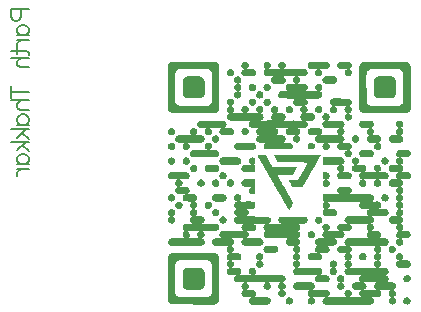
<source format=gbo>
G04*
G04 #@! TF.GenerationSoftware,Altium Limited,Altium Designer,24.2.2 (26)*
G04*
G04 Layer_Color=32896*
%FSLAX44Y44*%
%MOMM*%
G71*
G04*
G04 #@! TF.SameCoordinates,124A1895-3AD2-4E28-9B74-7A6451F43074*
G04*
G04*
G04 #@! TF.FilePolarity,Positive*
G04*
G01*
G75*
%ADD21C,0.1778*%
G36*
X273992Y230198D02*
X274364Y230152D01*
X274737Y229919D01*
X275249Y229639D01*
X275436Y229453D01*
X275529Y229406D01*
X275785Y229197D01*
X276018Y228778D01*
X276250Y228545D01*
X276343Y228312D01*
X276483Y227800D01*
X276576Y227474D01*
X276623Y226962D01*
X276576Y226822D01*
X276530Y226496D01*
X276437Y226263D01*
X276367Y226007D01*
X276320Y225821D01*
X276157Y225565D01*
X276018Y225425D01*
X275971Y225332D01*
X275785Y225006D01*
X275668Y224890D01*
X275575Y224843D01*
X275482Y224750D01*
X275389Y224703D01*
X275156Y224470D01*
X274853Y224354D01*
X274597Y224191D01*
X274527Y223981D01*
X274667Y223749D01*
X274737Y223679D01*
X275342Y223353D01*
X275575Y223120D01*
X275668Y223073D01*
X275878Y222864D01*
X275971Y222631D01*
X276180Y222375D01*
X276250Y222305D01*
X276343Y222072D01*
X276390Y221886D01*
X276576Y221234D01*
X276623Y220768D01*
X276576Y220629D01*
X276530Y220256D01*
X276437Y220023D01*
X276367Y219767D01*
X276250Y219464D01*
X276041Y219208D01*
X275971Y219139D01*
X275738Y218719D01*
X275668Y218650D01*
X275575Y218603D01*
X275319Y218393D01*
X275203Y218277D01*
X274225Y217811D01*
X274039Y217765D01*
X273200Y217718D01*
X273061Y217765D01*
X272595Y217811D01*
X272269Y218044D01*
X271966Y218161D01*
X271710Y218324D01*
X271594Y218393D01*
X271570Y218463D01*
X271477Y218510D01*
X271384Y218603D01*
X271291Y218650D01*
X271082Y218813D01*
X270802Y219325D01*
X270616Y219511D01*
X270523Y219744D01*
X270476Y220070D01*
X270430Y220256D01*
X270336Y220908D01*
X270453Y221630D01*
X270499Y221863D01*
X270546Y222049D01*
X270709Y222305D01*
X270802Y222398D01*
X270849Y222491D01*
X271082Y222910D01*
X271245Y223073D01*
X271338Y223120D01*
X271524Y223306D01*
X271617Y223353D01*
X272222Y223679D01*
X272292Y223749D01*
X272246Y223842D01*
X272176Y223912D01*
X271803Y224005D01*
X270686Y223958D01*
X270546Y224005D01*
X268823Y223958D01*
X266495Y224005D01*
X266262Y224098D01*
X266169Y224144D01*
X266076Y224237D01*
X265377Y224610D01*
X265144Y224843D01*
X265051Y224890D01*
X264958Y224983D01*
X264865Y225029D01*
X264702Y225332D01*
X264492Y225681D01*
X264422Y225704D01*
X264376Y225798D01*
X264283Y226030D01*
X264236Y226217D01*
X264166Y226659D01*
X264143Y227521D01*
X264190Y227660D01*
X264259Y228103D01*
X264306Y228289D01*
X264492Y228568D01*
X264655Y228731D01*
X264772Y229034D01*
X264842Y229104D01*
X264888Y229197D01*
X265051Y229313D01*
X265307Y229523D01*
X265470Y229686D01*
X266169Y230058D01*
X266495Y230198D01*
X266797Y230221D01*
X266821Y230245D01*
X270523Y230221D01*
X273852Y230245D01*
X273992Y230198D01*
D02*
G37*
G36*
X255319D02*
X255691Y230152D01*
X255971Y229965D01*
X256064Y229919D01*
X256087Y229895D01*
X256110Y229872D01*
X256623Y229593D01*
X256809Y229406D01*
X256902Y229360D01*
X257065Y229244D01*
X257251Y228918D01*
X257437Y228731D01*
X257624Y228312D01*
X257740Y228009D01*
X257857Y227753D01*
X257903Y227567D01*
X257926Y226938D01*
X257880Y226519D01*
X257787Y226287D01*
X257670Y226030D01*
X257554Y225728D01*
X257321Y225355D01*
X257158Y225192D01*
X257018Y224959D01*
X256855Y224796D01*
X256762Y224750D01*
X256529Y224517D01*
X255924Y224191D01*
X255598Y224051D01*
X255272Y224005D01*
X254387Y223958D01*
X251291Y223981D01*
X250569Y223958D01*
X250429Y224005D01*
X249917Y223958D01*
X249754Y223795D01*
X249870Y223586D01*
X250173Y223469D01*
X250429Y223306D01*
X250825Y223004D01*
X251011Y222678D01*
X251244Y222445D01*
X251360Y222142D01*
X251617Y221607D01*
X251710Y220955D01*
X251640Y220233D01*
X251547Y220000D01*
X251151Y219185D01*
X250918Y218952D01*
X250778Y218719D01*
X250615Y218556D01*
X250522Y218510D01*
X250336Y218324D01*
X250243Y218277D01*
X249638Y217951D01*
X249312Y217811D01*
X249125Y217765D01*
X248287Y217718D01*
X248147Y217765D01*
X247635Y217811D01*
X247309Y218044D01*
X246704Y218370D01*
X246471Y218603D01*
X246378Y218650D01*
X246075Y218952D01*
X246029Y219045D01*
X245796Y219464D01*
X245703Y219558D01*
X245656Y219651D01*
X245563Y219744D01*
X245470Y220303D01*
X245423Y221048D01*
X245470Y221374D01*
X245540Y221909D01*
X245703Y222165D01*
X245842Y222305D01*
X246122Y222817D01*
X246611Y223306D01*
X246704Y223353D01*
X246937Y223493D01*
X247169Y223586D01*
X247263Y223632D01*
X247332Y223702D01*
X247286Y223888D01*
X247076Y223958D01*
X246890Y224005D01*
X245726Y223958D01*
X245121Y224005D01*
X244981Y223958D01*
X241581Y224005D01*
X241442Y224051D01*
X241116Y224237D01*
X240511Y224564D01*
X240231Y224843D01*
X240138Y224890D01*
X239928Y225099D01*
X239882Y225192D01*
X239742Y225332D01*
X239463Y225844D01*
X239370Y225937D01*
X239277Y226170D01*
X239230Y226496D01*
X239183Y227241D01*
X239230Y227707D01*
X239277Y228079D01*
X239509Y228405D01*
X239789Y228918D01*
X239975Y229104D01*
X240021Y229197D01*
X240184Y229360D01*
X240278Y229406D01*
X240557Y229686D01*
X240650Y229732D01*
X241162Y230012D01*
X241581Y230198D01*
X242466Y230245D01*
X251617Y230221D01*
X255179Y230245D01*
X255319Y230198D01*
D02*
G37*
G36*
X218158D02*
X218578Y229965D01*
X219090Y229686D01*
X219276Y229500D01*
X219369Y229453D01*
X219905Y228918D01*
X219951Y228824D01*
X220184Y228405D01*
X220324Y228266D01*
X220417Y228033D01*
X220464Y227427D01*
X220417Y226124D01*
X220044Y225565D01*
X219858Y225239D01*
X219579Y224959D01*
X219532Y224866D01*
X219369Y224750D01*
X219276Y224657D01*
X219183Y224610D01*
X219090Y224517D01*
X218787Y224401D01*
X218601Y224307D01*
X218554Y224168D01*
X218671Y224051D01*
X219043Y223958D01*
X219649Y224005D01*
X236878Y223958D01*
X237390Y223679D01*
X237810Y223446D01*
X237996Y223260D01*
X238089Y223213D01*
X238438Y222864D01*
X238485Y222771D01*
X238718Y222538D01*
X238811Y222305D01*
X238997Y221979D01*
X239137Y221653D01*
X239183Y221467D01*
X239230Y220629D01*
X239183Y220489D01*
X239137Y220023D01*
X238951Y219697D01*
X238624Y219092D01*
X238392Y218859D01*
X238345Y218766D01*
X238136Y218556D01*
X238042Y218510D01*
X237810Y218277D01*
X237717Y218230D01*
X237111Y217904D01*
X236878Y217811D01*
X236552Y217765D01*
X235668Y217718D01*
X231407Y217742D01*
X231220Y217695D01*
X231081Y217602D01*
X231127Y217416D01*
X231244Y217299D01*
X231430Y217253D01*
X231756Y217066D01*
X231849Y216973D01*
X231942Y216927D01*
X232105Y216764D01*
X232152Y216670D01*
X232338Y216484D01*
X232385Y216391D01*
X232478Y216298D01*
X232571Y216065D01*
X232617Y215972D01*
X232850Y215646D01*
X232943Y215273D01*
X232990Y214482D01*
X232943Y214342D01*
X232897Y213737D01*
X232571Y213225D01*
X232338Y212805D01*
X232152Y212619D01*
X232105Y212526D01*
X231896Y212316D01*
X231803Y212270D01*
X231663Y212130D01*
X231570Y212084D01*
X231477Y211991D01*
X231057Y211758D01*
X231034Y211641D01*
X231151Y211525D01*
X231477Y211478D01*
X232082Y211525D01*
X236878Y211478D01*
X237018Y211432D01*
X237344Y211245D01*
X237437Y211152D01*
X237949Y210873D01*
X238136Y210687D01*
X238229Y210640D01*
X238299Y210570D01*
X238345Y210477D01*
X238485Y210337D01*
X238531Y210244D01*
X238718Y210058D01*
X238857Y209732D01*
X238904Y209639D01*
X239090Y209359D01*
X239183Y208987D01*
X239230Y208242D01*
X239183Y208056D01*
X239137Y207543D01*
X238904Y207171D01*
X238624Y206659D01*
X238485Y206519D01*
X238438Y206426D01*
X238229Y206170D01*
X238136Y206077D01*
X237903Y205937D01*
X237670Y205704D01*
X237251Y205471D01*
X237227Y205401D01*
X237297Y205331D01*
X237623Y205238D01*
X238368Y205285D01*
X247146Y205262D01*
X247309Y205331D01*
X247379Y205401D01*
X247332Y205494D01*
X247216Y205611D01*
X247030Y205657D01*
X246774Y205867D01*
X246611Y206030D01*
X246518Y206077D01*
X245982Y206612D01*
X245866Y206915D01*
X245749Y207031D01*
X245703Y207124D01*
X245609Y207217D01*
X245516Y207450D01*
X245470Y208056D01*
X245423Y208242D01*
X245470Y209173D01*
X245516Y209313D01*
X245563Y209499D01*
X245772Y209755D01*
X246122Y210384D01*
X246285Y210547D01*
X246378Y210593D01*
X246494Y210710D01*
X246541Y210803D01*
X246611Y210873D01*
X246704Y210919D01*
X247216Y211199D01*
X247356Y211339D01*
X247589Y211432D01*
X247915Y211478D01*
X248799Y211525D01*
X248939Y211478D01*
X249544Y211432D01*
X249870Y211199D01*
X250150Y211013D01*
X250289Y210966D01*
X250546Y210756D01*
X250918Y210384D01*
X250965Y210291D01*
X251174Y210035D01*
X251244Y209965D01*
X251337Y209732D01*
X251617Y209127D01*
X251663Y208940D01*
X251710Y208335D01*
X251663Y207869D01*
X251617Y207683D01*
X251337Y207078D01*
X251151Y206752D01*
X251081Y206635D01*
X251011Y206612D01*
X250965Y206519D01*
X250732Y206193D01*
X250615Y206077D01*
X250383Y205937D01*
X250243Y205797D01*
X250150Y205751D01*
X249917Y205657D01*
X249614Y205541D01*
X249521Y205494D01*
X249498Y205378D01*
X249614Y205215D01*
X249777Y205052D01*
X249870Y205005D01*
X250010Y204866D01*
X250429Y204633D01*
X250615Y204447D01*
X250709Y204400D01*
X250778Y204330D01*
X250825Y204237D01*
X250918Y204144D01*
X250965Y204051D01*
X251197Y203818D01*
X251337Y203492D01*
X251617Y202887D01*
X251663Y202701D01*
X251710Y202095D01*
X251663Y201629D01*
X251523Y201257D01*
X251291Y200745D01*
X251244Y200651D01*
X251035Y200395D01*
X250965Y200326D01*
X250778Y200000D01*
X250615Y199837D01*
X250289Y199650D01*
X250150Y199511D01*
X250057Y199464D01*
X249731Y199324D01*
X249218Y199091D01*
X249032Y199045D01*
X248287Y198998D01*
X237833Y199022D01*
X237600Y198975D01*
X237460Y198882D01*
X237437Y198766D01*
X237530Y198579D01*
X237763Y198486D01*
X238089Y198300D01*
X238252Y198183D01*
X238299Y198090D01*
X238392Y197997D01*
X238438Y197904D01*
X238671Y197671D01*
X238718Y197578D01*
X239183Y196600D01*
X239230Y195716D01*
X239183Y195576D01*
X239137Y195110D01*
X238951Y194784D01*
X238624Y194179D01*
X238438Y193993D01*
X238392Y193899D01*
X238182Y193643D01*
X237740Y193341D01*
X237670Y193271D01*
X237577Y193224D01*
X237437Y193178D01*
X237251Y193131D01*
X236948Y192968D01*
X236971Y192805D01*
X237064Y192759D01*
X237507Y192456D01*
X237577Y192386D01*
X237670Y192339D01*
X238089Y192106D01*
X238252Y191944D01*
X238299Y191850D01*
X238392Y191757D01*
X238438Y191664D01*
X238671Y191431D01*
X238718Y191338D01*
X239183Y190360D01*
X239230Y189522D01*
X239183Y189382D01*
X239137Y188870D01*
X238904Y188498D01*
X238811Y188265D01*
X238764Y188172D01*
X238531Y187846D01*
X238438Y187753D01*
X238392Y187659D01*
X238182Y187403D01*
X237763Y187171D01*
X237647Y187008D01*
X237321Y186681D01*
X237344Y186612D01*
X237530Y186565D01*
X238136Y186612D01*
X242746Y186565D01*
X242885Y186518D01*
X243328Y186449D01*
X243630Y186332D01*
X243863Y186099D01*
X244375Y185820D01*
X244538Y185657D01*
X244585Y185564D01*
X244795Y185308D01*
X244865Y185238D01*
X244911Y185145D01*
X245004Y185052D01*
X245121Y184749D01*
X245330Y184353D01*
X245423Y184027D01*
X245470Y183422D01*
X245400Y182840D01*
X245353Y182654D01*
X245144Y182304D01*
X245027Y182002D01*
X244865Y181745D01*
X244678Y181559D01*
X244492Y181233D01*
X244375Y181117D01*
X243956Y180884D01*
X243817Y180744D01*
X243724Y180698D01*
X243491Y180605D01*
X242746Y180372D01*
X242140Y180325D01*
X237623Y180279D01*
X237554Y180209D01*
X237600Y179883D01*
X237670Y179813D01*
X238252Y179510D01*
X238299Y179417D01*
X238624Y178998D01*
X238718Y178905D01*
X238857Y178579D01*
X239044Y178253D01*
X239137Y178020D01*
X239183Y177834D01*
X239230Y176996D01*
X239183Y176856D01*
X239137Y176437D01*
X238951Y176111D01*
X238601Y175436D01*
X238531Y175412D01*
X238485Y175319D01*
X238392Y175226D01*
X238345Y175133D01*
X238136Y174877D01*
X237717Y174644D01*
X237460Y174435D01*
X237251Y174365D01*
X237064Y174318D01*
X236739Y174225D01*
X236552Y174178D01*
X235900Y174085D01*
X231337Y174039D01*
X231314Y173829D01*
X231523Y173573D01*
X231616Y173480D01*
X231803Y173433D01*
X232059Y173224D01*
X232385Y172805D01*
X232711Y172199D01*
X232850Y171966D01*
X232943Y171640D01*
X232990Y170802D01*
X232943Y170663D01*
X232897Y170150D01*
X232617Y169685D01*
X232338Y169172D01*
X232105Y168940D01*
X232059Y168846D01*
X231896Y168637D01*
X231383Y168358D01*
X231244Y168218D01*
X230801Y168055D01*
X230662Y167962D01*
X230708Y167775D01*
X230778Y167706D01*
X231034Y167636D01*
X231267Y167543D01*
X231430Y167426D01*
X231709Y167240D01*
X231942Y167100D01*
X232105Y166937D01*
X232152Y166844D01*
X232361Y166588D01*
X232478Y166472D01*
X232571Y166239D01*
X232804Y165820D01*
X232897Y165587D01*
X232943Y165401D01*
X232990Y164562D01*
X232943Y164423D01*
X232897Y163910D01*
X232571Y163398D01*
X232524Y163212D01*
X232198Y162793D01*
X232105Y162700D01*
X232059Y162607D01*
X231966Y162513D01*
X231919Y162420D01*
X231383Y162118D01*
X231290Y162024D01*
X231197Y161978D01*
X231104Y161885D01*
X230079Y161698D01*
X229195Y161745D01*
X229055Y161792D01*
X228706Y161861D01*
X228543Y161931D01*
X228287Y162141D01*
X228217Y162211D01*
X227705Y162490D01*
X227518Y162770D01*
X227262Y163026D01*
X226890Y163724D01*
X226750Y164050D01*
X226703Y164935D01*
X226773Y165564D01*
X226820Y165750D01*
X227006Y166029D01*
X227355Y166658D01*
X227542Y166844D01*
X227588Y166937D01*
X227798Y167147D01*
X228217Y167380D01*
X228426Y167729D01*
X228450Y167845D01*
X228263Y167892D01*
X226657Y167869D01*
X223397Y167915D01*
X222885Y168008D01*
X222699Y168055D01*
X222466Y168101D01*
X222233Y168195D01*
X222024Y168404D01*
X221930Y168451D01*
X221511Y168683D01*
X221395Y168800D01*
X221348Y168893D01*
X221139Y169149D01*
X221069Y169219D01*
X221022Y169312D01*
X220929Y169405D01*
X220813Y169708D01*
X220557Y170197D01*
X220510Y170383D01*
X220464Y170989D01*
X220510Y171780D01*
X220696Y172106D01*
X221069Y172805D01*
X221255Y172991D01*
X221302Y173084D01*
X221511Y173340D01*
X222024Y173620D01*
X222140Y173876D01*
X222117Y174039D01*
X221930Y174085D01*
X212664Y174039D01*
X212594Y173969D01*
X212640Y173829D01*
X212780Y173596D01*
X212850Y173526D01*
X213269Y173294D01*
X213479Y173084D01*
X213502Y173014D01*
X213572Y172991D01*
X213618Y172898D01*
X213711Y172805D01*
X213991Y172292D01*
X214084Y172199D01*
X214177Y171873D01*
X214224Y171408D01*
X214247Y170965D01*
X214200Y170313D01*
X214154Y170081D01*
X214061Y169848D01*
X213804Y169498D01*
X213572Y169079D01*
X213339Y168846D01*
X213292Y168753D01*
X213222Y168683D01*
X213129Y168637D01*
X212710Y168404D01*
X212640Y168195D01*
X212687Y168008D01*
X212943Y167938D01*
X213804Y167962D01*
X214107Y167938D01*
X214247Y167985D01*
X215690Y167938D01*
X217926Y167892D01*
X218252Y167752D01*
X218438Y167706D01*
X218810Y167566D01*
X219067Y167356D01*
X219136Y167286D01*
X219462Y167100D01*
X219625Y166937D01*
X219672Y166844D01*
X219951Y166565D01*
X220231Y166052D01*
X220417Y165633D01*
X220464Y165168D01*
X220417Y163864D01*
X220231Y163538D01*
X220138Y163445D01*
X219812Y162839D01*
X219532Y162560D01*
X219509Y162490D01*
X219416Y162444D01*
X218904Y162164D01*
X218834Y161955D01*
X218880Y161815D01*
X219090Y161745D01*
X219276Y161698D01*
X220301Y161745D01*
X224072Y161698D01*
X224538Y161512D01*
X225120Y161303D01*
X225330Y161093D01*
X225423Y161047D01*
X225772Y160837D01*
X225819Y160744D01*
X226028Y160488D01*
X226191Y160325D01*
X226517Y159719D01*
X226657Y159394D01*
X226703Y159067D01*
X226657Y157670D01*
X226471Y157345D01*
X226331Y157112D01*
X226098Y156693D01*
X225935Y156530D01*
X225842Y156483D01*
X225749Y156390D01*
X225330Y156204D01*
X224841Y156180D01*
X208263Y156227D01*
X208053Y156250D01*
X207914Y156204D01*
X205259D01*
X203327Y156180D01*
X203141Y156227D01*
X202605Y156530D01*
X202535Y156600D01*
X202489Y156693D01*
X202256Y156925D01*
X202209Y157019D01*
X202070Y157345D01*
X201837Y157857D01*
X201790Y158183D01*
X201744Y158369D01*
X201790Y159161D01*
X202070Y159766D01*
X202186Y160069D01*
X202256Y160138D01*
X202302Y160232D01*
X202489Y160418D01*
X202675Y160744D01*
X202792Y160860D01*
X203211Y161093D01*
X203327Y161210D01*
X203374Y161303D01*
X203630Y161559D01*
X203699Y161582D01*
X203676Y161652D01*
X203490Y161698D01*
X202745Y161652D01*
X198274Y161698D01*
X198135Y161745D01*
X197809Y161792D01*
X197623Y161838D01*
X197320Y161955D01*
X197064Y162211D01*
X196645Y162444D01*
X196342Y162746D01*
X196295Y162839D01*
X196063Y163165D01*
X195923Y163305D01*
X195760Y163747D01*
X195667Y163980D01*
X195550Y164376D01*
X195504Y164842D01*
X195574Y165331D01*
X195760Y165796D01*
X195946Y166309D01*
X196202Y166565D01*
X196249Y166658D01*
X196552Y167100D01*
X196971Y167333D01*
X197227Y167543D01*
X197436Y167612D01*
X197739Y167729D01*
X197879Y167869D01*
X197832Y167962D01*
X197762Y168032D01*
X197529Y168125D01*
X197204Y168311D01*
X196877Y168544D01*
X196552Y168730D01*
X196435Y168846D01*
X196389Y168940D01*
X196063Y169359D01*
X195876Y169638D01*
X195667Y170220D01*
X195597Y170430D01*
X195550Y170616D01*
X195504Y170942D01*
X195550Y171501D01*
X195597Y171640D01*
X195783Y172106D01*
X195923Y172479D01*
X196132Y172735D01*
X196249Y172851D01*
X196435Y173177D01*
X196598Y173340D01*
X197087Y173596D01*
X197134Y173689D01*
X197227Y173922D01*
X197180Y174062D01*
X192337Y174109D01*
X192058Y174155D01*
X191685Y174248D01*
X191173Y174388D01*
X190917Y174551D01*
X190731Y174737D01*
X190312Y174970D01*
X190149Y175133D01*
X189916Y175552D01*
X189683Y175785D01*
X189590Y176018D01*
X189380Y176600D01*
X189334Y176786D01*
X189287Y177205D01*
X189264Y177229D01*
X189310Y177368D01*
X189357Y177880D01*
X189497Y178206D01*
X189660Y178649D01*
X189776Y178812D01*
X189962Y178998D01*
X190195Y179417D01*
X190544Y179673D01*
X190870Y179860D01*
X190940Y179929D01*
X190987Y180116D01*
X190940Y180255D01*
X190731Y180325D01*
X173268Y180372D01*
X173035Y180465D01*
X172709Y180558D01*
X172267Y180721D01*
X171964Y181024D01*
X171638Y181210D01*
X171429Y181420D01*
X171382Y181513D01*
X171289Y181606D01*
X171103Y181932D01*
X170917Y182118D01*
X170823Y182444D01*
X170777Y182630D01*
X170707Y182933D01*
X170660Y183166D01*
X170637Y183794D01*
X170684Y183934D01*
X170754Y184237D01*
X170800Y184423D01*
X170847Y184656D01*
X170940Y184889D01*
X171196Y185145D01*
X171382Y185471D01*
X171871Y185960D01*
X172197Y186146D01*
X172290Y186239D01*
X172383Y186286D01*
X172896Y186565D01*
X172919Y186728D01*
X172849Y186798D01*
X172477Y186891D01*
X172151Y187077D01*
X172011Y187217D01*
X171918Y187264D01*
X171499Y187590D01*
X171382Y187706D01*
X171336Y187799D01*
X171033Y188242D01*
X170917Y188358D01*
X170823Y188591D01*
X170754Y188987D01*
X170707Y189173D01*
X170660Y189406D01*
X170637Y190034D01*
X170684Y190174D01*
X170754Y190477D01*
X170800Y190663D01*
X170847Y190896D01*
X170917Y191059D01*
X171126Y191315D01*
X171196Y191385D01*
X171382Y191711D01*
X171871Y192200D01*
X172197Y192386D01*
X172523Y192619D01*
X172849Y192805D01*
X172919Y192875D01*
X172872Y192968D01*
X172756Y193084D01*
X172453Y193154D01*
X172220Y193247D01*
X172104Y193364D01*
X172011Y193410D01*
X171871Y193550D01*
X171638Y193690D01*
X171545Y193783D01*
X171475Y193806D01*
X171429Y193899D01*
X171336Y193993D01*
X171103Y194412D01*
X170870Y194644D01*
X170800Y194947D01*
X170660Y195646D01*
X170637Y196274D01*
X170684Y196414D01*
X170754Y196717D01*
X170800Y196903D01*
X170847Y197136D01*
X171080Y197508D01*
X171196Y197625D01*
X171382Y197951D01*
X171871Y198440D01*
X172290Y198672D01*
X172383Y198766D01*
X172477Y198812D01*
X172709Y198905D01*
X172896Y198952D01*
X173361Y198998D01*
X173548Y199045D01*
X174432Y198998D01*
X174572Y198952D01*
X174898Y198905D01*
X175224Y198672D01*
X175317Y198579D01*
X175736Y198347D01*
X176179Y197904D01*
X176365Y197578D01*
X176551Y197392D01*
X176644Y197159D01*
X176714Y196856D01*
X176761Y196670D01*
X176877Y196274D01*
X176831Y195389D01*
X176784Y195250D01*
X176691Y194924D01*
X176621Y194668D01*
X176458Y194412D01*
X176272Y194225D01*
X176039Y193806D01*
X175876Y193643D01*
X175550Y193457D01*
X175410Y193317D01*
X175317Y193271D01*
X174991Y193131D01*
X174688Y193015D01*
X174595Y192922D01*
X174642Y192828D01*
X174712Y192759D01*
X174805Y192712D01*
X175131Y192526D01*
X175224Y192432D01*
X175317Y192386D01*
X175410Y192293D01*
X175736Y192106D01*
X176179Y191664D01*
X176365Y191338D01*
X176598Y191105D01*
X176668Y190849D01*
X176714Y190616D01*
X176761Y190430D01*
X176877Y190034D01*
X176831Y189150D01*
X176737Y188917D01*
X176621Y188428D01*
X176435Y188148D01*
X176272Y187985D01*
X176039Y187566D01*
X175876Y187450D01*
X175434Y187147D01*
X175340Y187054D01*
X175294Y186961D01*
X175084Y186751D01*
X174991Y186705D01*
X174968Y186635D01*
X175177Y186565D01*
X175783Y186612D01*
X183257Y186588D01*
X184584Y186612D01*
X184724Y186565D01*
X184956Y186612D01*
X185026Y186681D01*
X184956Y186751D01*
X184863Y186798D01*
X184700Y186914D01*
X184654Y187008D01*
X184561Y187101D01*
X184514Y187194D01*
X184235Y187380D01*
X183979Y187543D01*
X183862Y187659D01*
X183629Y188078D01*
X183443Y188265D01*
X183350Y188498D01*
X183303Y188684D01*
X183117Y189289D01*
X183071Y189615D01*
X183117Y190221D01*
X183210Y190453D01*
X183303Y190779D01*
X183350Y190966D01*
X183536Y191292D01*
X183722Y191478D01*
X183909Y191804D01*
X184025Y191920D01*
X184118Y191967D01*
X184165Y192060D01*
X184258Y192106D01*
X184351Y192200D01*
X184677Y192386D01*
X184933Y192596D01*
X185143Y192665D01*
X185329Y192712D01*
X185818Y192782D01*
X186633Y192805D01*
X186772Y192759D01*
X187215Y192689D01*
X187401Y192642D01*
X187657Y192479D01*
X187797Y192339D01*
X188216Y192106D01*
X188659Y191664D01*
X188891Y191245D01*
X189078Y191059D01*
X189171Y190733D01*
X189310Y189941D01*
X189264Y189103D01*
X189217Y188963D01*
X189147Y188568D01*
X189078Y188405D01*
X188868Y188148D01*
X188798Y188078D01*
X188565Y187659D01*
X188402Y187496D01*
X188309Y187450D01*
X188216Y187357D01*
X187983Y187217D01*
X187774Y187008D01*
X187727Y186914D01*
X187611Y186798D01*
X187518Y186751D01*
X187448Y186681D01*
X187494Y186588D01*
X187844Y186565D01*
X187983Y186612D01*
X197367Y186588D01*
X197460Y186635D01*
X197413Y186728D01*
X197343Y186798D01*
X197250Y186845D01*
X197134Y186961D01*
X197087Y187054D01*
X196877Y187264D01*
X196784Y187310D01*
X196458Y187496D01*
X196389Y187566D01*
X196156Y187985D01*
X195970Y188172D01*
X195923Y188265D01*
X195830Y188498D01*
X195713Y188800D01*
X195620Y189033D01*
X195550Y189289D01*
X195504Y189895D01*
X195620Y190384D01*
X195807Y190849D01*
X195853Y191035D01*
X196039Y191362D01*
X196132Y191408D01*
X196319Y191687D01*
X196435Y191850D01*
X196738Y192153D01*
X196831Y192200D01*
X197157Y192386D01*
X197343Y192572D01*
X197576Y192665D01*
X197902Y192712D01*
X198088Y192759D01*
X198554Y192805D01*
X199392Y192759D01*
X199532Y192712D01*
X199834Y192642D01*
X199998Y192572D01*
X200184Y192386D01*
X200277Y192339D01*
X200696Y192106D01*
X200812Y191990D01*
X200859Y191897D01*
X200929Y191827D01*
X201022Y191781D01*
X201138Y191664D01*
X201418Y191152D01*
X201558Y191012D01*
X201651Y190779D01*
X201697Y190453D01*
X201744Y190267D01*
X201790Y189662D01*
X201720Y189080D01*
X201627Y188568D01*
X201464Y188311D01*
X201278Y188125D01*
X201231Y187939D01*
X201138Y187846D01*
X201092Y187753D01*
X200696Y187357D01*
X200603Y187310D01*
X200347Y187101D01*
X200277Y187031D01*
X200184Y186984D01*
X199951Y186891D01*
X199648Y186821D01*
X199508Y186728D01*
X199532Y186565D01*
X199625Y186518D01*
X200044Y186286D01*
X200370Y186053D01*
X200463Y186006D01*
X200789Y185774D01*
X200859Y185704D01*
X200905Y185611D01*
X201068Y185494D01*
X201138Y185424D01*
X201185Y185331D01*
X201418Y184912D01*
X201558Y184772D01*
X201651Y184540D01*
X201697Y184214D01*
X201744Y184027D01*
X201790Y183422D01*
X201720Y182840D01*
X201627Y182327D01*
X201511Y182165D01*
X201418Y182071D01*
X201371Y181978D01*
X201278Y181885D01*
X201185Y181652D01*
X200975Y181396D01*
X200742Y181163D01*
X200649Y181117D01*
X200323Y180884D01*
X200254Y180814D01*
X200067Y180488D01*
X200021Y180442D01*
X200091Y180372D01*
X209776Y180418D01*
X209800Y180442D01*
X209613Y180721D01*
X209567Y180814D01*
X209357Y181024D01*
X208938Y181257D01*
X208868Y181326D01*
X208682Y181652D01*
X208496Y181839D01*
X208449Y181932D01*
X208310Y182258D01*
X208030Y182863D01*
X207984Y183608D01*
X208030Y184167D01*
X208566Y185215D01*
X208636Y185238D01*
X208682Y185331D01*
X208822Y185471D01*
X208868Y185564D01*
X209078Y185820D01*
X209171Y185913D01*
X209590Y186146D01*
X209916Y186379D01*
X210265Y186542D01*
X210312Y186681D01*
X210196Y186798D01*
X209613Y187008D01*
X209497Y187124D01*
X209404Y187171D01*
X209311Y187264D01*
X208985Y187450D01*
X208868Y187566D01*
X208682Y187892D01*
X208449Y188125D01*
X208263Y188591D01*
X208216Y188684D01*
X208030Y189103D01*
X207984Y189708D01*
X208030Y190360D01*
X208356Y191059D01*
X208542Y191385D01*
X208729Y191571D01*
X208775Y191664D01*
X209101Y192083D01*
X209683Y192432D01*
X209870Y192619D01*
X210242Y192712D01*
X210731Y192782D01*
X211546Y192805D01*
X211686Y192759D01*
X212128Y192689D01*
X212314Y192642D01*
X212594Y192456D01*
X212710Y192339D01*
X213222Y192060D01*
X213292Y191990D01*
X213339Y191897D01*
X213665Y191571D01*
X213944Y191059D01*
X214130Y190779D01*
X214224Y190221D01*
X214177Y188777D01*
X213944Y188358D01*
X213851Y188265D01*
X213618Y187846D01*
X213432Y187659D01*
X213385Y187566D01*
X213222Y187403D01*
X213129Y187357D01*
X212803Y187124D01*
X212687Y186961D01*
X212524Y186798D01*
X212431Y186751D01*
X212361Y186681D01*
X212477Y186565D01*
X213641Y186612D01*
X217833Y186565D01*
X217972Y186518D01*
X218368Y186449D01*
X218554Y186402D01*
X218810Y186239D01*
X218950Y186099D01*
X219462Y185820D01*
X219532Y185750D01*
X219579Y185657D01*
X219905Y185331D01*
X220231Y184726D01*
X220370Y184493D01*
X220417Y184307D01*
X220464Y183981D01*
X220417Y182537D01*
X220231Y182211D01*
X220138Y182118D01*
X220091Y182025D01*
X219858Y181606D01*
X219625Y181373D01*
X219579Y181280D01*
X219462Y181163D01*
X219369Y181117D01*
X219043Y180931D01*
X218857Y180651D01*
X218741Y180442D01*
X218810Y180372D01*
X220976Y180395D01*
X226447Y180372D01*
X226587Y180418D01*
X228450Y180372D01*
X233130Y180395D01*
X234643Y180372D01*
X234713Y180442D01*
X234666Y180535D01*
X234433Y180861D01*
X234410Y180931D01*
X234317Y180977D01*
X233991Y181163D01*
X233828Y181326D01*
X233782Y181420D01*
X233502Y181699D01*
X233176Y182304D01*
X233036Y182630D01*
X232990Y182817D01*
X232943Y183701D01*
X232990Y184167D01*
X233060Y184423D01*
X233293Y184796D01*
X233409Y185052D01*
X233456Y185145D01*
X233689Y185471D01*
X233921Y185704D01*
X233968Y185797D01*
X234084Y185913D01*
X234597Y186193D01*
X234690Y186286D01*
X234783Y186332D01*
X235202Y186565D01*
X235225Y186728D01*
X235155Y186798D01*
X234829Y186891D01*
X234527Y187008D01*
X234364Y187171D01*
X234270Y187217D01*
X233945Y187450D01*
X233828Y187566D01*
X233782Y187659D01*
X233502Y187939D01*
X233176Y188544D01*
X233036Y188870D01*
X232990Y189056D01*
X232943Y189941D01*
X232990Y190407D01*
X233060Y190663D01*
X233293Y191035D01*
X233595Y191571D01*
X233689Y191664D01*
X233735Y191757D01*
X233921Y191944D01*
X233968Y192037D01*
X234038Y192106D01*
X234270Y192200D01*
X234597Y192386D01*
X234666Y192456D01*
X234620Y192689D01*
X234410Y192759D01*
X234084Y192805D01*
X233479Y192759D01*
X229335Y192805D01*
X229195Y192852D01*
X228776Y193038D01*
X228473Y193154D01*
X228310Y193224D01*
X228054Y193434D01*
X227984Y193504D01*
X227891Y193550D01*
X227635Y193760D01*
X227542Y193853D01*
X227495Y193946D01*
X227262Y194179D01*
X226936Y194784D01*
X226797Y195110D01*
X226750Y195296D01*
X226703Y195902D01*
X226750Y196740D01*
X226983Y197159D01*
X227262Y197671D01*
X227472Y197927D01*
X227635Y198090D01*
X227681Y198183D01*
X227844Y198347D01*
X228263Y198533D01*
X228357Y198579D01*
X228473Y198696D01*
X228426Y198929D01*
X228217Y198998D01*
X227844Y199045D01*
X227705Y198998D01*
X216808Y199045D01*
X216575Y199138D01*
X216063Y199371D01*
X215644Y199604D01*
X215458Y199790D01*
X215155Y199953D01*
X215108Y200046D01*
X214782Y200465D01*
X214270Y201536D01*
X214224Y202142D01*
X214270Y202887D01*
X214782Y203865D01*
X214969Y204051D01*
X215015Y204144D01*
X215108Y204237D01*
X215155Y204330D01*
X215458Y204633D01*
X215551Y204680D01*
X215970Y204912D01*
X216156Y205099D01*
X216482Y205192D01*
X216808Y205238D01*
X217693Y205285D01*
X222187Y205262D01*
X222419Y205355D01*
X222373Y205541D01*
X221977Y205751D01*
X221744Y205983D01*
X221651Y206030D01*
X221395Y206239D01*
X221302Y206333D01*
X221255Y206426D01*
X221022Y206659D01*
X220976Y206752D01*
X220650Y207357D01*
X220557Y207590D01*
X220510Y207776D01*
X220464Y208242D01*
X220510Y209173D01*
X220743Y209592D01*
X221069Y210198D01*
X221348Y210477D01*
X221395Y210570D01*
X221651Y210826D01*
X221744Y210873D01*
X221837Y210966D01*
X222349Y211245D01*
X222489Y211385D01*
X222792Y211455D01*
X223304Y211502D01*
X227938Y211525D01*
X228077Y211478D01*
X228496Y211525D01*
X228659Y211641D01*
X228613Y211781D01*
X228543Y211851D01*
X228310Y211944D01*
X228217Y211991D01*
X227961Y212200D01*
X227844Y212316D01*
X227751Y212363D01*
X227495Y212619D01*
X227449Y212712D01*
X227216Y212945D01*
X226936Y213457D01*
X226797Y213783D01*
X226750Y213970D01*
X226703Y214575D01*
X226750Y215413D01*
X226797Y215553D01*
X226936Y215786D01*
X227123Y216065D01*
X227216Y216298D01*
X227425Y216554D01*
X227542Y216670D01*
X227588Y216764D01*
X227844Y217020D01*
X227938Y217066D01*
X228217Y217253D01*
X228473Y217322D01*
X228613Y217462D01*
X228566Y217602D01*
X228450Y217718D01*
X227984Y217765D01*
X227658Y217718D01*
X218973Y217742D01*
X218741Y217695D01*
X218601Y217555D01*
X218647Y217416D01*
X218764Y217299D01*
X219020Y217229D01*
X219276Y217066D01*
X219532Y216857D01*
X219812Y216577D01*
X219858Y216484D01*
X219951Y216391D01*
X220231Y215879D01*
X220324Y215786D01*
X220417Y215553D01*
X220464Y215087D01*
X220417Y213690D01*
X220231Y213364D01*
X220091Y213225D01*
X219812Y212712D01*
X219416Y212316D01*
X219323Y212270D01*
X219090Y212037D01*
X218997Y211991D01*
X218112Y211571D01*
X217926Y211525D01*
X217320Y211478D01*
X210522Y211525D01*
X210382Y211571D01*
X209404Y212084D01*
X209264Y212223D01*
X209171Y212270D01*
X208868Y212479D01*
X208682Y212805D01*
X208449Y213038D01*
X208263Y213504D01*
X208216Y213597D01*
X208030Y214016D01*
X207984Y214622D01*
X208030Y215320D01*
X208403Y216112D01*
X208449Y216205D01*
X208659Y216461D01*
X208775Y216577D01*
X208915Y216810D01*
X209078Y216973D01*
X209171Y217020D01*
X209264Y217113D01*
X209590Y217253D01*
X209823Y217392D01*
X209893Y217462D01*
X209846Y217602D01*
X209730Y217718D01*
X209264Y217765D01*
X208938Y217718D01*
X207937Y217742D01*
X204701Y217718D01*
X204561Y217765D01*
X204049Y217811D01*
X203723Y217998D01*
X203117Y218324D01*
X202885Y218556D01*
X202792Y218603D01*
X202628Y218719D01*
X202582Y218813D01*
X202349Y219139D01*
X202209Y219278D01*
X202116Y219511D01*
X202000Y219814D01*
X201883Y220070D01*
X201790Y220396D01*
X201744Y220861D01*
X201790Y221467D01*
X202023Y221979D01*
X202116Y222212D01*
X202302Y222538D01*
X202442Y222678D01*
X202489Y222771D01*
X202745Y223120D01*
X202838Y223167D01*
X203094Y223376D01*
X203211Y223493D01*
X203443Y223586D01*
X203536Y223632D01*
X203793Y223842D01*
X203816Y224051D01*
X203723Y224237D01*
X203630Y224284D01*
X203117Y224564D01*
X202885Y224796D01*
X202792Y224843D01*
X202628Y224959D01*
X202582Y225053D01*
X202349Y225378D01*
X202209Y225518D01*
X202023Y225984D01*
X201837Y226403D01*
X201744Y226962D01*
X201790Y227707D01*
X202023Y228219D01*
X202116Y228452D01*
X202302Y228778D01*
X202489Y228964D01*
X202675Y229290D01*
X202745Y229360D01*
X202838Y229406D01*
X203094Y229616D01*
X203211Y229732D01*
X203443Y229825D01*
X203536Y229872D01*
X203909Y230105D01*
X204282Y230198D01*
X204887Y230245D01*
X205679Y230198D01*
X206098Y229965D01*
X206703Y229639D01*
X206982Y229360D01*
X207076Y229313D01*
X207378Y229011D01*
X207425Y228918D01*
X207658Y228498D01*
X207844Y228312D01*
X207937Y227986D01*
X207984Y227381D01*
X208007Y226985D01*
X207960Y226426D01*
X207890Y225984D01*
X207797Y225891D01*
X207751Y225798D01*
X207565Y225611D01*
X207448Y225309D01*
X207378Y225239D01*
X207332Y225146D01*
X206936Y224750D01*
X206843Y224703D01*
X206750Y224610D01*
X206656Y224564D01*
X206144Y224284D01*
X206121Y224121D01*
X206191Y224051D01*
X206377Y224005D01*
X206703Y223958D01*
X206889Y224005D01*
X208263Y223981D01*
X215458Y224005D01*
X215597Y223958D01*
X215970Y224005D01*
X216133Y224121D01*
X216156Y224237D01*
X216110Y224331D01*
X216016Y224377D01*
X215784Y224470D01*
X215690Y224517D01*
X215155Y224913D01*
X215108Y225006D01*
X215015Y225099D01*
X214969Y225192D01*
X214736Y225425D01*
X214596Y225751D01*
X214550Y225844D01*
X214270Y226450D01*
X214224Y227055D01*
X214270Y227800D01*
X214829Y228871D01*
X215015Y229057D01*
X215062Y229150D01*
X215225Y229360D01*
X215318Y229406D01*
X215574Y229616D01*
X215690Y229732D01*
X216296Y230058D01*
X216529Y230152D01*
X216715Y230198D01*
X217320Y230245D01*
X218158Y230198D01*
D02*
G37*
G36*
X261419Y217718D02*
X261978Y217672D01*
X262420Y217369D01*
X262816Y217159D01*
X263049Y216927D01*
X263142Y216880D01*
X263398Y216624D01*
X263538Y216391D01*
X263724Y216205D01*
X263817Y215972D01*
X263980Y215530D01*
X264073Y215297D01*
X264143Y215041D01*
X264097Y214016D01*
X263910Y213597D01*
X263747Y213155D01*
X263677Y213085D01*
X263631Y212992D01*
X263445Y212805D01*
X263258Y212479D01*
X263142Y212363D01*
X262909Y212223D01*
X262723Y212037D01*
X262630Y211991D01*
X261745Y211571D01*
X261559Y211525D01*
X260814Y211478D01*
X257624Y211502D01*
X256343Y211478D01*
X256297D01*
X254108Y211525D01*
X253968Y211571D01*
X253549Y211804D01*
X253316Y211897D01*
X253223Y211944D01*
X252967Y212153D01*
X252897Y212223D01*
X252804Y212270D01*
X252711Y212363D01*
X252618Y212410D01*
X252315Y212712D01*
X252269Y212805D01*
X252036Y213225D01*
X251849Y213411D01*
X251756Y213737D01*
X251663Y214668D01*
X251733Y215390D01*
X251780Y215669D01*
X252012Y216042D01*
X252082Y216112D01*
X252362Y216624D01*
X252525Y216787D01*
X252618Y216833D01*
X252990Y217206D01*
X253596Y217532D01*
X254015Y217718D01*
X255179Y217765D01*
X257950Y217742D01*
X261279Y217765D01*
X261419Y217718D01*
D02*
G37*
G36*
X187005Y230198D02*
X187331Y230012D01*
X187937Y229686D01*
X188193Y229476D01*
X188309Y229360D01*
X188402Y229313D01*
X188612Y229150D01*
X188891Y228638D01*
X189031Y228498D01*
X189078Y228405D01*
X189171Y228172D01*
X189241Y227777D01*
X189287Y227544D01*
X189310Y226682D01*
X189264Y226543D01*
X189101Y225821D01*
X189031Y225751D01*
X188985Y225658D01*
X188798Y225472D01*
X188519Y224959D01*
X187937Y224517D01*
X187634Y224401D01*
X187401Y224261D01*
X187448Y224121D01*
X187518Y224051D01*
X187704Y224005D01*
X188123Y223958D01*
X188263Y224005D01*
X189636Y223981D01*
X192826Y224005D01*
X192966Y223958D01*
X193385Y223912D01*
X193711Y223679D01*
X194316Y223353D01*
X194596Y223073D01*
X194689Y223027D01*
X194898Y222817D01*
X195178Y222305D01*
X195317Y222165D01*
X195411Y221933D01*
X195457Y221607D01*
X195504Y221420D01*
X195550Y220815D01*
X195504Y220256D01*
X195457Y220116D01*
X195411Y219744D01*
X195178Y219418D01*
X195085Y219325D01*
X194805Y218813D01*
X194689Y218696D01*
X194596Y218650D01*
X194503Y218556D01*
X194410Y218510D01*
X194177Y218277D01*
X194083Y218230D01*
X193851Y218137D01*
X193827Y218114D01*
X193455Y217881D01*
X193059Y217765D01*
X192035Y217718D01*
X189078Y217742D01*
X185981Y217718D01*
X185841Y217765D01*
X185375Y217811D01*
X185050Y217998D01*
X184444Y218324D01*
X184211Y218556D01*
X183979Y218696D01*
X183816Y218859D01*
X183583Y219278D01*
X183443Y219418D01*
X183350Y219651D01*
X183303Y219837D01*
X183117Y220442D01*
X183071Y220629D01*
X183117Y221420D01*
X183257Y221746D01*
X183327Y222002D01*
X183443Y222305D01*
X183653Y222561D01*
X183722Y222631D01*
X183955Y223050D01*
X184211Y223213D01*
X184444Y223446D01*
X185050Y223772D01*
X185119Y223842D01*
X185166Y224028D01*
X185050Y224237D01*
X184956Y224284D01*
X184351Y224610D01*
X184118Y224843D01*
X184025Y224890D01*
X183816Y225099D01*
X183629Y225425D01*
X183396Y225751D01*
X183303Y226077D01*
X183140Y226519D01*
X183094Y226752D01*
X183071Y227427D01*
X183117Y227567D01*
X183187Y227823D01*
X183303Y228126D01*
X183373Y228382D01*
X183443Y228545D01*
X183583Y228685D01*
X183629Y228778D01*
X183722Y228871D01*
X183955Y229290D01*
X184211Y229453D01*
X184374Y229569D01*
X184398Y229639D01*
X184491Y229686D01*
X185096Y230012D01*
X185515Y230198D01*
X186260Y230245D01*
X187005Y230198D01*
D02*
G37*
G36*
X174549Y223935D02*
X174851Y223818D01*
X175131Y223632D01*
X175573Y223423D01*
X175597Y223399D01*
X175876Y223120D01*
X175969Y223073D01*
X176179Y222864D01*
X176272Y222631D01*
X176481Y222375D01*
X176551Y222305D01*
X176644Y222072D01*
X176737Y221700D01*
X176831Y221374D01*
X176877Y221187D01*
X176831Y220303D01*
X176784Y220163D01*
X176691Y219837D01*
X176644Y219651D01*
X176458Y219325D01*
X176272Y219139D01*
X176039Y218719D01*
X175969Y218650D01*
X175876Y218603D01*
X175620Y218393D01*
X175503Y218277D01*
X174526Y217811D01*
X174339Y217765D01*
X173501Y217718D01*
X173361Y217765D01*
X172896Y217811D01*
X172430Y218091D01*
X171918Y218370D01*
X171685Y218603D01*
X171592Y218650D01*
X171382Y218813D01*
X171103Y219325D01*
X170917Y219511D01*
X170823Y219744D01*
X170660Y220559D01*
X170637Y221187D01*
X170684Y221327D01*
X170754Y221630D01*
X170800Y221863D01*
X170847Y222049D01*
X171080Y222421D01*
X171196Y222538D01*
X171429Y222957D01*
X171545Y223073D01*
X171638Y223120D01*
X171918Y223399D01*
X172011Y223446D01*
X172616Y223772D01*
X173035Y223958D01*
X173920Y224005D01*
X174549Y223935D01*
D02*
G37*
G36*
X205632Y211478D02*
X205888Y211408D01*
X206051Y211339D01*
X206377Y211106D01*
X206889Y210826D01*
X207006Y210663D01*
X207122Y210547D01*
X207215Y210500D01*
X207378Y210337D01*
X207704Y209732D01*
X207844Y209592D01*
X207937Y209266D01*
X207984Y208801D01*
X208007Y208312D01*
X207960Y207753D01*
X207890Y207311D01*
X207751Y207124D01*
Y207078D01*
X207565Y206891D01*
X207332Y206472D01*
X206936Y206077D01*
X206843Y206030D01*
X206750Y205937D01*
X206680Y205914D01*
X206633Y205820D01*
X206284Y205611D01*
X206098Y205564D01*
X205492Y205285D01*
X204747Y205238D01*
X204561Y205285D01*
X204142Y205331D01*
X203164Y205844D01*
X202978Y206030D01*
X202652Y206216D01*
X202419Y206589D01*
X202302Y206752D01*
X202209Y206845D01*
X202070Y207171D01*
X201953Y207474D01*
X201837Y207730D01*
X201790Y207916D01*
X201744Y208521D01*
X201814Y209010D01*
X201953Y209383D01*
X202070Y209639D01*
X202163Y209872D01*
X202209Y209965D01*
X202279Y210081D01*
X202372Y210128D01*
X202722Y210617D01*
X202885Y210733D01*
X203117Y210966D01*
X203350Y211059D01*
X203443Y211106D01*
X203536Y211199D01*
X203630Y211245D01*
X203723Y211339D01*
X203956Y211432D01*
X204421Y211478D01*
X205027Y211525D01*
X205632Y211478D01*
D02*
G37*
G36*
X193059D02*
X193455Y211408D01*
X193827Y211176D01*
X193897Y211106D01*
X194410Y210826D01*
X194526Y210710D01*
X194549Y210687D01*
X194689Y210547D01*
X194782Y210500D01*
X194898Y210384D01*
X194992Y210151D01*
X195038Y210058D01*
X195248Y209802D01*
X195364Y209592D01*
X195457Y209220D01*
X195527Y208777D01*
X195550Y208102D01*
X195504Y207962D01*
X195387Y207241D01*
X195201Y206961D01*
X195131Y206938D01*
X195085Y206845D01*
X194852Y206426D01*
X194549Y206123D01*
X194456Y206077D01*
X194200Y205867D01*
X194083Y205751D01*
X193990Y205704D01*
X193757Y205611D01*
X193152Y205331D01*
X192966Y205285D01*
X192361Y205238D01*
X191895Y205285D01*
X191522Y205425D01*
X191010Y205657D01*
X190777Y205797D01*
X190591Y205983D01*
X190498Y206030D01*
X190172Y206263D01*
X190102Y206333D01*
X189869Y206752D01*
X189683Y206938D01*
X189590Y207171D01*
X189543Y207357D01*
X189357Y207823D01*
X189310Y208149D01*
X189357Y209034D01*
X189497Y209359D01*
X189660Y209802D01*
X189823Y210058D01*
X190009Y210244D01*
X190195Y210570D01*
X190475Y210803D01*
X190591Y210919D01*
X191103Y211199D01*
X191196Y211292D01*
X191290Y211339D01*
X191522Y211432D01*
X191988Y211478D01*
X192593Y211525D01*
X193059Y211478D01*
D02*
G37*
G36*
X199113Y205238D02*
X199671Y205192D01*
X199998Y205005D01*
X200091Y204912D01*
X200184Y204866D01*
X200603Y204633D01*
X200975Y204260D01*
X201068Y204214D01*
X201278Y203865D01*
X201464Y203539D01*
X201604Y203399D01*
X201697Y203026D01*
X201744Y202561D01*
X201790Y202374D01*
X201744Y201816D01*
Y201769D01*
X201674Y201187D01*
X201581Y200954D01*
X201464Y200791D01*
X201325Y200651D01*
X201092Y200232D01*
X200696Y199837D01*
X200603Y199790D01*
X200347Y199580D01*
X200230Y199464D01*
X199765Y199278D01*
X199671Y199231D01*
X199345Y199091D01*
X199159Y199045D01*
X198694Y198998D01*
X198065Y199068D01*
X197832Y199161D01*
X197250Y199417D01*
X197157Y199464D01*
X196901Y199674D01*
X196831Y199743D01*
X196738Y199790D01*
X196412Y200023D01*
X196342Y200093D01*
X196156Y200419D01*
X196063Y200512D01*
X196016Y200605D01*
X195923Y200698D01*
X195830Y200931D01*
X195783Y201117D01*
X195597Y201536D01*
X195504Y202188D01*
X195550Y202701D01*
X195644Y202933D01*
X195783Y203259D01*
X195946Y203702D01*
X196202Y203958D01*
X196249Y204051D01*
X196482Y204377D01*
X196645Y204493D01*
X196877Y204726D01*
X197180Y204842D01*
X197390Y205052D01*
X197716Y205192D01*
X198391Y205262D01*
X198973Y205285D01*
X199113Y205238D01*
D02*
G37*
G36*
X180439Y217718D02*
X180952Y217672D01*
X181464Y217346D01*
X181883Y217113D01*
X182162Y216833D01*
X182256Y216787D01*
X182419Y216624D01*
X182651Y216205D01*
X182791Y216065D01*
X182884Y215832D01*
X182931Y215646D01*
X183001Y215343D01*
X183047Y215157D01*
X183094Y214924D01*
X183117Y214435D01*
X183071Y214296D01*
X183001Y213900D01*
X182908Y213527D01*
X182814Y213294D01*
X182698Y213131D01*
X182558Y212992D01*
X182279Y212479D01*
X181883Y212223D01*
X181650Y211991D01*
X181417Y211897D01*
X181231Y211851D01*
X181138Y211804D01*
X181022Y211734D01*
X180975Y211595D01*
X181185Y211339D01*
X181324Y211199D01*
X181417Y211152D01*
X181836Y210919D01*
X182116Y210640D01*
X182209Y210593D01*
X182419Y210384D01*
X182651Y209965D01*
X182791Y209825D01*
X182884Y209592D01*
X182977Y209220D01*
X183047Y208917D01*
X183094Y208684D01*
X183117Y208242D01*
X183071Y208102D01*
X183024Y207730D01*
X182977Y207590D01*
X182908Y207287D01*
X182814Y207054D01*
X182698Y206891D01*
X182512Y206705D01*
X182279Y206286D01*
X182162Y206170D01*
X182069Y206123D01*
X181650Y205797D01*
X181557Y205704D01*
X181301Y205634D01*
X180998Y205518D01*
X180928Y205448D01*
X180975Y205308D01*
X181231Y205052D01*
X181324Y205005D01*
X181417Y204912D01*
X181511Y204866D01*
X181930Y204633D01*
X182419Y204144D01*
X182651Y203725D01*
X182838Y203539D01*
X182884Y203352D01*
X182931Y203213D01*
X183001Y202910D01*
X183047Y202724D01*
X183094Y202491D01*
X183117Y201955D01*
X183071Y201816D01*
X182908Y201047D01*
X182814Y200814D01*
X182605Y200605D01*
X182558Y200512D01*
X182325Y200093D01*
X182162Y199930D01*
X182069Y199883D01*
X181743Y199650D01*
X181604Y199511D01*
X181511Y199464D01*
X181185Y199324D01*
X180672Y199091D01*
X180486Y199045D01*
X179881Y198998D01*
X179275Y199091D01*
X178670Y199371D01*
X178344Y199557D01*
X178158Y199743D01*
X178065Y199790D01*
X177669Y200046D01*
X177622Y200139D01*
X177389Y200558D01*
X177157Y200791D01*
X177063Y201117D01*
X177017Y201304D01*
X176970Y201443D01*
Y201490D01*
X176877Y201862D01*
X176831Y202328D01*
X176877Y202514D01*
X176924Y202794D01*
X177017Y203026D01*
X177087Y203329D01*
X177180Y203562D01*
X177296Y203725D01*
X177436Y203865D01*
X177482Y203958D01*
X177669Y204284D01*
X177948Y204517D01*
X178111Y204680D01*
X178530Y204912D01*
X178949Y205238D01*
X179019Y205308D01*
X179042Y205425D01*
X178996Y205518D01*
X178763Y205611D01*
X178507Y205681D01*
X178228Y205867D01*
X178065Y206030D01*
X177971Y206077D01*
X177622Y206333D01*
X177343Y206845D01*
X177157Y207031D01*
X177063Y207357D01*
X176970Y207730D01*
X176877Y208056D01*
X176854Y208545D01*
X176947Y209057D01*
X177017Y209313D01*
X177063Y209499D01*
X177180Y209802D01*
X177296Y209965D01*
X177482Y210151D01*
X177692Y210547D01*
X177785Y210593D01*
X177878Y210687D01*
X177971Y210733D01*
X178065Y210873D01*
X178158Y210919D01*
X178577Y211152D01*
X178670Y211245D01*
X178763Y211292D01*
X178926Y211455D01*
X178973Y211641D01*
X178926Y211734D01*
X178856Y211804D01*
X178414Y211967D01*
X178251Y212084D01*
X178065Y212270D01*
X177971Y212316D01*
X177645Y212549D01*
X177436Y212945D01*
X177320Y213108D01*
X177250Y213131D01*
X177203Y213225D01*
X177063Y213550D01*
X176994Y213853D01*
X176924Y214109D01*
X176877Y214296D01*
X176854Y214691D01*
X176900Y215110D01*
X176947Y215297D01*
X177017Y215553D01*
X177063Y215739D01*
X177180Y216042D01*
X177296Y216158D01*
X177343Y216251D01*
X177482Y216391D01*
X177692Y216787D01*
X177785Y216833D01*
X178041Y217043D01*
X178204Y217206D01*
X178810Y217532D01*
X179136Y217672D01*
X179322Y217718D01*
X180300Y217765D01*
X180439Y217718D01*
D02*
G37*
G36*
X205935Y198929D02*
X206168Y198835D01*
X206331Y198672D01*
X206424Y198626D01*
X206843Y198393D01*
X206959Y198323D01*
X207006Y198230D01*
X207425Y197811D01*
X207704Y197299D01*
X207797Y197206D01*
X207890Y196973D01*
X207937Y196786D01*
X208030Y195855D01*
X207984Y195716D01*
X207937Y195017D01*
X207890Y194877D01*
X207751Y194644D01*
X207611Y194505D01*
X207332Y193993D01*
X206936Y193597D01*
X206843Y193550D01*
X206587Y193341D01*
X206470Y193224D01*
X206237Y193131D01*
X206191D01*
X205539Y192852D01*
X205213Y192805D01*
X204910Y192782D01*
X204398Y192828D01*
X204212Y192875D01*
X203956Y192991D01*
X203723Y193084D01*
X203420Y193201D01*
X203350Y193271D01*
X203257Y193317D01*
X203071Y193504D01*
X202745Y193690D01*
X202582Y193853D01*
X202396Y194179D01*
X202256Y194319D01*
X202209Y194412D01*
X202070Y194738D01*
X201837Y195250D01*
X201790Y195436D01*
X201744Y196181D01*
X201860Y196717D01*
X202116Y197299D01*
X202302Y197625D01*
X202489Y197811D01*
X202535Y197904D01*
X202745Y198160D01*
X202978Y198393D01*
X203071Y198440D01*
X203490Y198672D01*
X203676Y198859D01*
X204002Y198952D01*
X205027Y199045D01*
X205935Y198929D01*
D02*
G37*
G36*
X193152Y198998D02*
X193292Y198952D01*
X193571Y198905D01*
X193897Y198672D01*
X194177Y198486D01*
X194316Y198440D01*
X194526Y198277D01*
X194573Y198183D01*
X194689Y198067D01*
X194782Y198020D01*
X194898Y197904D01*
X195131Y197485D01*
X195224Y197392D01*
X195271Y197299D01*
X195411Y196973D01*
X195457Y196647D01*
X195504Y196460D01*
X195550Y195995D01*
X195504Y195343D01*
X195457Y195203D01*
X195411Y194831D01*
X195271Y194598D01*
X195085Y194412D01*
X194852Y193993D01*
X194712Y193853D01*
X194666Y193760D01*
X194596Y193690D01*
X194503Y193643D01*
X194410Y193550D01*
X194177Y193410D01*
X193944Y193178D01*
X193757Y193131D01*
X193525Y193038D01*
X193106Y192852D01*
X192780Y192805D01*
X192430Y192782D01*
X191918Y192828D01*
X191732Y192875D01*
X191243Y193084D01*
X190824Y193317D01*
X190684Y193457D01*
X190591Y193504D01*
X190265Y193690D01*
X190149Y193806D01*
X190102Y193899D01*
X190056Y193946D01*
Y193993D01*
X190009Y194086D01*
X189799Y194342D01*
X189729Y194412D01*
X189683Y194505D01*
X189590Y194738D01*
X189427Y195180D01*
X189310Y195576D01*
X189357Y196554D01*
X189497Y196880D01*
X189706Y197462D01*
X189962Y197718D01*
X190009Y197811D01*
X190242Y198137D01*
X190405Y198253D01*
X190591Y198440D01*
X191010Y198672D01*
X191196Y198859D01*
X191569Y198952D01*
X192035Y198998D01*
X192361Y199045D01*
X193152Y198998D01*
D02*
G37*
G36*
X322840Y230198D02*
X323306Y230012D01*
X323632Y229872D01*
X324074Y229709D01*
X324237Y229593D01*
X324377Y229453D01*
X324703Y229267D01*
X324959Y229057D01*
X325052Y228964D01*
X325099Y228871D01*
X325262Y228755D01*
X325378Y228638D01*
X325425Y228545D01*
X325611Y228266D01*
X325658Y228172D01*
X325844Y227986D01*
X325937Y227753D01*
X326147Y227171D01*
X326216Y227101D01*
X326286Y226845D01*
X326333Y226659D01*
X326379Y226287D01*
X326403Y194039D01*
Y193993D01*
X326356Y190174D01*
X326263Y189941D01*
X326030Y189429D01*
X325984Y189243D01*
X325867Y188940D01*
X325634Y188661D01*
X325401Y188288D01*
X325052Y187939D01*
X325006Y187846D01*
X324726Y187659D01*
X324424Y187357D01*
X324121Y187240D01*
X323958Y187124D01*
X323679Y186938D01*
X322724Y186728D01*
X322491Y186681D01*
X321862Y186612D01*
X286751Y186658D01*
X286611Y186705D01*
X286262Y186775D01*
X286006Y186845D01*
X285610Y186914D01*
X285378Y187008D01*
X285215Y187171D01*
X285121Y187217D01*
X284609Y187496D01*
X284376Y187729D01*
X284283Y187776D01*
X284027Y187985D01*
X283701Y188405D01*
X283561Y188544D01*
X283422Y188870D01*
X283375Y188963D01*
X283165Y189219D01*
X283049Y189522D01*
X282979Y189965D01*
X282909Y190221D01*
X282863Y190407D01*
X282816Y190733D01*
X282770Y191199D01*
X282816Y226310D01*
X282863Y226450D01*
X282933Y226752D01*
X282979Y226938D01*
X283072Y227404D01*
X283165Y227637D01*
X283235Y227707D01*
X283282Y227800D01*
X283375Y227893D01*
X283468Y228126D01*
X283608Y228359D01*
X283887Y228638D01*
X283934Y228731D01*
X284050Y228894D01*
X284144Y228941D01*
X284516Y229313D01*
X284842Y229500D01*
X285028Y229686D01*
X285261Y229779D01*
X285447Y229825D01*
X285750Y229942D01*
X286239Y230152D01*
X286425Y230198D01*
X287589Y230245D01*
X322840Y230198D01*
D02*
G37*
G36*
X160835D02*
X160975Y230152D01*
X161580Y229872D01*
X161766Y229825D01*
X162069Y229709D01*
X162232Y229593D01*
X162372Y229453D01*
X162465Y229406D01*
X162791Y229174D01*
X163070Y228894D01*
X163163Y228848D01*
X163349Y228568D01*
X163652Y228266D01*
X163769Y227963D01*
X163885Y227800D01*
X164071Y227521D01*
X164281Y226519D01*
X164327Y226333D01*
X164397Y225704D01*
X164351Y190593D01*
X164304Y190453D01*
X164258Y190174D01*
X164211Y190034D01*
X164164Y189848D01*
X164095Y189452D01*
X164001Y189219D01*
X163839Y189056D01*
X163792Y188963D01*
X163512Y188451D01*
X163280Y188218D01*
X163233Y188125D01*
X163023Y187869D01*
X162604Y187543D01*
X162465Y187403D01*
X162139Y187264D01*
X162046Y187217D01*
X161789Y187008D01*
X161487Y186891D01*
X161045Y186821D01*
X160858Y186775D01*
X160602Y186705D01*
X159810Y186612D01*
X124699Y186658D01*
X124559Y186705D01*
X124187Y186798D01*
X123465Y186961D01*
X123186Y187147D01*
X123116Y187217D01*
X122930Y187310D01*
X122883D01*
X122650Y187450D01*
X122371Y187729D01*
X122278Y187776D01*
X122115Y187892D01*
X122068Y187985D01*
X121696Y188358D01*
X121509Y188684D01*
X121323Y188870D01*
X121230Y189103D01*
X121183Y189289D01*
X121067Y189592D01*
X120857Y190081D01*
X120811Y190267D01*
X120764Y191431D01*
X120811Y226636D01*
X120857Y226775D01*
X120997Y227148D01*
X121137Y227474D01*
X121300Y227916D01*
X121416Y228079D01*
X121556Y228219D01*
X121742Y228545D01*
X121952Y228801D01*
X122161Y228964D01*
X122208Y229057D01*
X122371Y229220D01*
X122464Y229267D01*
X122743Y229453D01*
X122837Y229500D01*
X123023Y229686D01*
X123256Y229779D01*
X123442Y229825D01*
X123675Y229919D01*
X124094Y230105D01*
X124466Y230198D01*
X125351Y230245D01*
X160835Y230198D01*
D02*
G37*
G36*
X249032Y192759D02*
X249568Y192689D01*
X249800Y192596D01*
X250080Y192363D01*
X250150Y192293D01*
X250336Y192246D01*
X250429Y192153D01*
X250522Y192106D01*
X250825Y191804D01*
X250872Y191711D01*
X251081Y191455D01*
X251197Y191338D01*
X251244Y191245D01*
X251384Y190919D01*
X251617Y190407D01*
X251663Y190221D01*
X251710Y189755D01*
X251640Y189080D01*
X251547Y188847D01*
X251174Y188102D01*
X251058Y187939D01*
X250918Y187799D01*
X250732Y187473D01*
X250615Y187357D01*
X250196Y187124D01*
X250057Y186984D01*
X249963Y186938D01*
X249731Y186845D01*
X249288Y186681D01*
X249032Y186612D01*
X248846Y186565D01*
X248520D01*
X247915Y186612D01*
X247495Y186798D01*
X247053Y186961D01*
X246890Y187077D01*
X246704Y187264D01*
X246471Y187403D01*
X246029Y187846D01*
X245749Y188358D01*
X245609Y188498D01*
X245516Y188824D01*
X245423Y189755D01*
X245493Y190477D01*
X245540Y190709D01*
X245609Y190872D01*
X245889Y191292D01*
X246098Y191687D01*
X246192Y191734D01*
X246355Y191897D01*
X246401Y191990D01*
X246564Y192153D01*
X247076Y192432D01*
X247216Y192572D01*
X247449Y192665D01*
X247635Y192712D01*
X248078Y192782D01*
X248892Y192805D01*
X249032Y192759D01*
D02*
G37*
G36*
X224305D02*
X224445Y192712D01*
X224794Y192642D01*
X224957Y192526D01*
X225097Y192386D01*
X225190Y192339D01*
X225702Y192060D01*
X225819Y191897D01*
X226028Y191641D01*
X226191Y191478D01*
X226564Y190779D01*
X226657Y190547D01*
X226703Y190360D01*
X226727Y189732D01*
X226680Y188987D01*
X226634Y188800D01*
X226541Y188568D01*
X226424Y188451D01*
X226098Y187846D01*
X225865Y187613D01*
X225819Y187520D01*
X225656Y187357D01*
X225330Y187171D01*
X225144Y186984D01*
X224818Y186845D01*
X224375Y186681D01*
X224119Y186612D01*
X223933Y186565D01*
X223001Y186612D01*
X222582Y186798D01*
X222396Y186845D01*
X221977Y187077D01*
X221791Y187264D01*
X221465Y187450D01*
X221348Y187566D01*
X221302Y187659D01*
X221092Y187915D01*
X220976Y188032D01*
X220510Y189010D01*
X220464Y189755D01*
X220510Y190453D01*
X221022Y191431D01*
X221255Y191664D01*
X221302Y191757D01*
X221395Y191850D01*
X221441Y191944D01*
X221651Y192153D01*
X222163Y192432D01*
X222349Y192619D01*
X222722Y192712D01*
X223211Y192782D01*
X223234Y192805D01*
X224305Y192759D01*
D02*
G37*
G36*
X274132Y198998D02*
X274271Y198952D01*
X274597Y198905D01*
X274923Y198672D01*
X275016Y198579D01*
X275436Y198347D01*
X275878Y197904D01*
X276064Y197578D01*
X276250Y197392D01*
X276343Y197159D01*
X276413Y196856D01*
X276576Y196321D01*
X276623Y195995D01*
X276553Y195506D01*
X276507Y195320D01*
X276437Y195063D01*
X276390Y194877D01*
X276274Y194575D01*
X276157Y194412D01*
X275971Y194225D01*
X275738Y193806D01*
X275575Y193643D01*
X275249Y193457D01*
X275110Y193317D01*
X275016Y193271D01*
X274690Y193131D01*
X274388Y193015D01*
X274295Y192922D01*
X274411Y192759D01*
X274830Y192526D01*
X274923Y192432D01*
X275016Y192386D01*
X275110Y192293D01*
X275436Y192106D01*
X275878Y191664D01*
X276064Y191338D01*
X276297Y191105D01*
X276367Y190803D01*
X276413Y190616D01*
X276576Y190081D01*
X276623Y189755D01*
X276553Y189266D01*
X276507Y189080D01*
X276437Y188824D01*
X276343Y188498D01*
X276157Y188172D01*
X275971Y187985D01*
X275785Y187659D01*
X275622Y187450D01*
X275529Y187403D01*
X275086Y187101D01*
X274970Y186984D01*
X274737Y186891D01*
X274434Y186821D01*
X274364Y186751D01*
X274295Y186728D01*
X274341Y186542D01*
X274970Y186193D01*
X275110Y186053D01*
X275436Y185867D01*
X275878Y185424D01*
X276064Y185098D01*
X276204Y185005D01*
X276250Y184912D01*
X276343Y184679D01*
X276437Y184307D01*
X276576Y183841D01*
X276623Y183515D01*
X276576Y183049D01*
X276530Y182910D01*
X276390Y182444D01*
X276343Y182258D01*
X276157Y181932D01*
X276064Y181885D01*
X276018Y181792D01*
X275924Y181699D01*
X275738Y181373D01*
X275482Y181117D01*
X275156Y180931D01*
X274923Y180698D01*
X274690Y180605D01*
X274434Y180535D01*
X274248Y180488D01*
X273852Y180372D01*
X273526Y180325D01*
X272967Y180372D01*
X272735Y180465D01*
X272409Y180558D01*
X272036Y180698D01*
X271780Y180907D01*
X271664Y181024D01*
X271338Y181210D01*
X271221Y181326D01*
X271198Y181396D01*
X271128Y181420D01*
X271082Y181513D01*
X270988Y181606D01*
X270802Y181932D01*
X270616Y182118D01*
X270523Y182351D01*
X270453Y182793D01*
X270406Y182980D01*
X270360Y183259D01*
X270336Y183748D01*
X270383Y183888D01*
X270453Y184190D01*
X270499Y184470D01*
X270546Y184656D01*
X270639Y184889D01*
X270895Y185145D01*
X271082Y185471D01*
X271570Y185960D01*
X271896Y186146D01*
X271989Y186239D01*
X272083Y186286D01*
X272595Y186565D01*
X272665Y186681D01*
X272548Y186798D01*
X272222Y186891D01*
X271920Y187008D01*
X271710Y187217D01*
X271617Y187264D01*
X271198Y187590D01*
X271082Y187706D01*
X271035Y187799D01*
X270849Y188125D01*
X270616Y188358D01*
X270523Y188591D01*
X270453Y188987D01*
X270406Y189219D01*
X270360Y189499D01*
X270336Y189988D01*
X270383Y190128D01*
X270453Y190430D01*
X270546Y190896D01*
X270616Y191059D01*
X270825Y191315D01*
X270895Y191385D01*
X271128Y191804D01*
X271291Y191920D01*
X271524Y192153D01*
X271827Y192269D01*
X271989Y192386D01*
X272013Y192642D01*
X271896Y192759D01*
X271431Y192805D01*
X270965Y192759D01*
X270034Y192805D01*
X269894Y192759D01*
X263817Y192782D01*
X263142Y192759D01*
X263002Y192805D01*
X262537Y192759D01*
X262420Y192642D01*
X262467Y192409D01*
X262583Y192293D01*
X263095Y192013D01*
X263305Y191804D01*
X263351Y191711D01*
X263584Y191385D01*
X263771Y191199D01*
X264027Y190477D01*
X264097Y190267D01*
X264143Y190081D01*
X264097Y189103D01*
X263957Y188777D01*
X263864Y188544D01*
X263747Y188242D01*
X263677Y188172D01*
X263631Y188078D01*
X263445Y187892D01*
X263328Y187683D01*
X263305Y187659D01*
X263188Y187450D01*
X263095Y187403D01*
X262769Y187217D01*
X262653Y187147D01*
X262630Y187077D01*
X262537Y187031D01*
X262443Y186938D01*
X262211Y186845D01*
X261954Y186775D01*
X261559Y186612D01*
X261093Y186565D01*
X260394Y186612D01*
X259975Y186798D01*
X259789Y186845D01*
X259486Y186961D01*
X259184Y187264D01*
X258951Y187403D01*
X258788Y187520D01*
X258741Y187613D01*
X258508Y187846D01*
X258276Y188265D01*
X258089Y188451D01*
X257996Y188824D01*
X257926Y189359D01*
X257903Y190081D01*
X257950Y190221D01*
X258020Y190709D01*
X258066Y190896D01*
X258252Y191175D01*
X258369Y191292D01*
X258602Y191711D01*
X259091Y192200D01*
X259510Y192432D01*
X259603Y192526D01*
X260022Y192759D01*
X260138Y192875D01*
X260092Y193015D01*
X259789Y193131D01*
X259533Y193201D01*
X259370Y193317D01*
X259230Y193457D01*
X259137Y193504D01*
X258718Y193829D01*
X258602Y193946D01*
X258555Y194039D01*
X258369Y194365D01*
X258159Y194621D01*
X258089Y194691D01*
X257996Y195063D01*
X257926Y195599D01*
X257903Y196321D01*
X257950Y196460D01*
X258020Y196950D01*
X258136Y197252D01*
X258276Y197392D01*
X258322Y197485D01*
X258415Y197578D01*
X258462Y197764D01*
X258671Y198020D01*
X259091Y198440D01*
X259603Y198719D01*
X259696Y198812D01*
X259929Y198905D01*
X260115Y198952D01*
X260581Y198998D01*
X260767Y199045D01*
X274132Y198998D01*
D02*
G37*
G36*
X317532Y180325D02*
X317834Y180255D01*
X318067Y180209D01*
X318253Y180162D01*
X318417Y180092D01*
X318673Y179883D01*
X318743Y179813D01*
X319162Y179580D01*
X319278Y179464D01*
X319325Y179371D01*
X319604Y179091D01*
X319883Y178579D01*
X320070Y178300D01*
X320163Y177741D01*
X320186Y177205D01*
X320140Y176553D01*
X320093Y176274D01*
X320000Y176041D01*
X319907Y175948D01*
X319883Y175925D01*
X319697Y175645D01*
X319650Y175459D01*
X319278Y175086D01*
X319231Y174993D01*
X319069Y174830D01*
X318649Y174597D01*
X318556Y174504D01*
X318323Y174411D01*
X318021Y174295D01*
X317881Y174202D01*
X317928Y174015D01*
X318533Y173783D01*
X318649Y173666D01*
X318743Y173620D01*
X318836Y173526D01*
X319162Y173340D01*
X319325Y173177D01*
X319371Y173084D01*
X319650Y172805D01*
X319930Y172292D01*
X320070Y172060D01*
X320116Y171873D01*
X320163Y171408D01*
X320186Y170965D01*
X320140Y170313D01*
X320093Y170081D01*
X320000Y169848D01*
X319930Y169778D01*
X319883Y169685D01*
X319697Y169405D01*
X319511Y169079D01*
X319278Y168846D01*
X319231Y168753D01*
X319069Y168590D01*
X318649Y168358D01*
X318370Y168171D01*
X317997Y168032D01*
X317881Y167962D01*
X317928Y167775D01*
X317997Y167706D01*
X318253Y167636D01*
X318440Y167589D01*
X318696Y167426D01*
X318836Y167286D01*
X319162Y167100D01*
X319325Y166937D01*
X319371Y166844D01*
X319650Y166565D01*
X319930Y166052D01*
X320023Y165959D01*
X320116Y165633D01*
X320163Y165168D01*
X320186Y164725D01*
X320140Y164073D01*
X320093Y163841D01*
X320000Y163608D01*
X319883Y163491D01*
X319837Y163398D01*
X319557Y162886D01*
X319231Y162560D01*
X319185Y162467D01*
X319115Y162397D01*
X319022Y162350D01*
X318603Y162118D01*
X318417Y161931D01*
X318090Y161838D01*
X317904Y161792D01*
X317578Y161745D01*
X317392Y161698D01*
X316368Y161652D01*
X310454Y161698D01*
X310314Y161745D01*
X309988Y161792D01*
X309615Y161885D01*
X309359Y162094D01*
X309289Y162164D01*
X309196Y162211D01*
X308777Y162444D01*
X308614Y162607D01*
X308568Y162700D01*
X308242Y163119D01*
X308149Y163212D01*
X307962Y163678D01*
X307776Y164097D01*
X307729Y164283D01*
X307683Y164749D01*
X307729Y165401D01*
X308009Y166006D01*
X308125Y166309D01*
X308195Y166378D01*
X308242Y166472D01*
X308475Y166704D01*
X308661Y167030D01*
X308777Y167147D01*
X309196Y167380D01*
X309383Y167566D01*
X309615Y167659D01*
X309802Y167706D01*
X310407Y167892D01*
X310733Y167938D01*
X311362Y167962D01*
X314179Y167938D01*
X314319Y167985D01*
X314924Y167938D01*
X315529Y167985D01*
X315599Y168055D01*
X315553Y168381D01*
X315483Y168451D01*
X315390Y168497D01*
X314877Y168777D01*
X314621Y169172D01*
X314435Y169359D01*
X314389Y169452D01*
X314295Y169685D01*
X313969Y170383D01*
X313923Y171128D01*
X313969Y171687D01*
X314295Y172386D01*
X314482Y172712D01*
X314668Y172898D01*
X314715Y172991D01*
X314947Y173317D01*
X315017Y173387D01*
X315436Y173620D01*
X315529Y173713D01*
X315623Y173759D01*
X315949Y173899D01*
X316251Y174062D01*
X316205Y174248D01*
X316135Y174318D01*
X315879Y174388D01*
X315646Y174481D01*
X315529Y174597D01*
X315436Y174644D01*
X315343Y174737D01*
X314924Y174970D01*
X314808Y175086D01*
X314621Y175412D01*
X314435Y175599D01*
X314389Y175692D01*
X314249Y176018D01*
X313969Y176623D01*
X313923Y177229D01*
X313969Y177927D01*
X314342Y178719D01*
X314389Y178812D01*
X314598Y179068D01*
X314715Y179184D01*
X314761Y179277D01*
X315017Y179627D01*
X315529Y179906D01*
X315716Y180092D01*
X315949Y180186D01*
X316531Y180302D01*
X316810Y180348D01*
X317392Y180372D01*
X317532Y180325D01*
D02*
G37*
G36*
X254993Y186565D02*
X255458Y186518D01*
X255598Y186472D01*
X255947Y186402D01*
X256203Y186239D01*
X256343Y186099D01*
X256436Y186053D01*
X256762Y185867D01*
X257065Y185564D01*
X257111Y185471D01*
X257321Y185215D01*
X257437Y185098D01*
X257484Y185005D01*
X257624Y184679D01*
X257717Y184446D01*
X257763Y184353D01*
X257857Y184120D01*
X257903Y183934D01*
X257950Y183329D01*
X257903Y183143D01*
X257857Y182770D01*
X257577Y182165D01*
X257391Y181839D01*
X257205Y181652D01*
X257018Y181326D01*
X256855Y181163D01*
X256436Y180931D01*
X256320Y180814D01*
X256134Y180442D01*
X256203Y180372D01*
X267752Y180325D01*
X267892Y180279D01*
X268078Y180232D01*
X268497Y180139D01*
X268753Y179929D01*
X268870Y179813D01*
X269289Y179580D01*
X269545Y179324D01*
X269591Y179231D01*
X269824Y178905D01*
X270011Y178719D01*
X270336Y177694D01*
X270383Y177508D01*
X270336Y176716D01*
X270243Y176483D01*
X269987Y175762D01*
X269731Y175506D01*
X269685Y175412D01*
X269452Y175086D01*
X269242Y174877D01*
X269149Y174830D01*
X268707Y174528D01*
X268637Y174458D01*
X268194Y174295D01*
X268055Y174202D01*
X268078Y174039D01*
X268171Y173992D01*
X268404Y173899D01*
X268823Y173666D01*
X268963Y173526D01*
X269289Y173340D01*
X269591Y173037D01*
X269778Y172712D01*
X270011Y172479D01*
X270104Y172246D01*
X270173Y171990D01*
X270336Y171454D01*
X270383Y171268D01*
X270336Y170476D01*
X270197Y170150D01*
X270150Y169964D01*
X270011Y169592D01*
X269801Y169335D01*
X269685Y169219D01*
X269498Y168893D01*
X269242Y168637D01*
X268823Y168404D01*
X268637Y168218D01*
X268334Y168101D01*
X268101Y168008D01*
X268055Y167869D01*
X268101Y167775D01*
X268357Y167659D01*
X268660Y167543D01*
X268823Y167426D01*
X268963Y167286D01*
X269382Y167054D01*
X269498Y166937D01*
X269545Y166844D01*
X269731Y166565D01*
X269778Y166472D01*
X270011Y166239D01*
X270104Y166006D01*
X270173Y165750D01*
X270313Y165377D01*
X270360Y165144D01*
X270383Y164423D01*
X270336Y164283D01*
X270220Y163980D01*
X270104Y163584D01*
X270011Y163352D01*
X269801Y163095D01*
X269685Y162979D01*
X269498Y162653D01*
X269382Y162537D01*
X269289Y162490D01*
X269195Y162397D01*
X268776Y162164D01*
X268707Y162094D01*
X268683Y161885D01*
X268730Y161792D01*
X269102Y161698D01*
X269987Y161745D01*
X270173Y161698D01*
X271338Y161745D01*
X273899Y161698D01*
X274039Y161652D01*
X274271Y161559D01*
X274853Y161349D01*
X275016Y161233D01*
X275203Y161047D01*
X275622Y160814D01*
X275785Y160651D01*
X275831Y160558D01*
X276018Y160232D01*
X276250Y159999D01*
X276343Y159766D01*
X276437Y159394D01*
X276530Y159067D01*
X276576Y158881D01*
X276623Y158416D01*
X276507Y157927D01*
X276390Y157531D01*
X276343Y157345D01*
X276157Y157019D01*
X275971Y156832D01*
X275785Y156506D01*
X275389Y156110D01*
X275296Y156064D01*
X274970Y155878D01*
X274830Y155738D01*
X274737Y155691D01*
X274411Y155505D01*
X274295Y155389D01*
X274341Y155296D01*
X274411Y155226D01*
X274737Y155133D01*
X274970Y155040D01*
X275226Y154830D01*
X275296Y154760D01*
X275622Y154574D01*
X275831Y154364D01*
X276064Y153945D01*
X276250Y153759D01*
X276343Y153526D01*
X276390Y153340D01*
X276483Y153014D01*
X276576Y152641D01*
X276623Y152176D01*
X276553Y151873D01*
X276507Y151687D01*
X276390Y151291D01*
X276343Y151105D01*
X276157Y150779D01*
X275971Y150592D01*
X275785Y150266D01*
X275389Y149871D01*
X274970Y149638D01*
X274830Y149498D01*
X274737Y149452D01*
X274504Y149358D01*
X274318Y149312D01*
X273782Y149242D01*
X273154Y149219D01*
X273014Y149265D01*
X272525Y149335D01*
X272339Y149382D01*
X272083Y149545D01*
X271989Y149638D01*
X271896Y149684D01*
X271477Y149917D01*
X271361Y150034D01*
X271338Y150103D01*
X271245Y150150D01*
X271035Y150359D01*
X270802Y150779D01*
X270616Y150965D01*
X270523Y151291D01*
X270476Y151477D01*
X270406Y151780D01*
X270360Y152059D01*
X270336Y152502D01*
X270383Y152641D01*
X270430Y153014D01*
X270476Y153153D01*
X270546Y153503D01*
X270616Y153666D01*
X270849Y153899D01*
X271082Y154318D01*
X271151Y154434D01*
X271245Y154481D01*
X271384Y154620D01*
X271477Y154667D01*
X271780Y154876D01*
X271827Y154970D01*
X272083Y155226D01*
X272246Y155296D01*
X272199Y155435D01*
X271617Y155459D01*
X271477Y155412D01*
X269848Y155459D01*
X269708Y155412D01*
X269242Y155459D01*
X266588Y155505D01*
X266448Y155552D01*
X265959Y155668D01*
X265889Y155738D01*
X265796Y155785D01*
X265610Y155971D01*
X265191Y156204D01*
X264748Y156646D01*
X264516Y157065D01*
X264376Y157205D01*
X264283Y157438D01*
X264213Y157833D01*
X264166Y158113D01*
X264143Y158974D01*
X264190Y159114D01*
X264259Y159556D01*
X264306Y159743D01*
X264469Y159999D01*
X264655Y160185D01*
X264772Y160441D01*
X264795Y160464D01*
X264842Y160558D01*
X265144Y160860D01*
X265237Y160907D01*
X265563Y161140D01*
X265633Y161210D01*
X265680Y161303D01*
X265889Y161512D01*
X265982Y161559D01*
X266006Y161629D01*
X265936Y161698D01*
X264632Y161652D01*
X263864Y161675D01*
X256483Y161652D01*
X256343Y161698D01*
X256017Y161652D01*
X255994Y161582D01*
X256064Y161512D01*
X256157Y161466D01*
X256320Y161303D01*
X256366Y161210D01*
X256576Y161000D01*
X256995Y160767D01*
X257065Y160697D01*
X257298Y160278D01*
X257484Y160092D01*
X257670Y159626D01*
X257857Y159207D01*
X257903Y159021D01*
X257950Y158322D01*
X257903Y158183D01*
X257857Y157857D01*
X257577Y157251D01*
X257391Y156925D01*
X257205Y156739D01*
X257065Y156506D01*
X256855Y156250D01*
X256762Y156157D01*
X256669Y156110D01*
X256250Y155878D01*
X256017Y155645D01*
X255714Y155575D01*
X254760Y155459D01*
X254154Y155505D01*
X254015Y155552D01*
X253619Y155622D01*
X253363Y155785D01*
X253270Y155878D01*
X253177Y155924D01*
X252757Y156157D01*
X252641Y156273D01*
X252595Y156367D01*
X252432Y156530D01*
X252338Y156576D01*
X251989Y157158D01*
X251803Y157438D01*
X251756Y157764D01*
X251710Y157950D01*
X251663Y158835D01*
X251710Y158974D01*
X251756Y159533D01*
X251803Y159673D01*
X251849Y159766D01*
X252059Y160022D01*
X252129Y160092D01*
X252362Y160511D01*
X252595Y160744D01*
X252618Y160814D01*
X252711Y160860D01*
X252804Y160953D01*
X253037Y161093D01*
X253200Y161256D01*
X253246Y161349D01*
X253409Y161512D01*
X253503Y161559D01*
X253526Y161629D01*
X253456Y161698D01*
X252152Y161652D01*
X248101Y161698D01*
X247961Y161745D01*
X247426Y161861D01*
X247193Y161955D01*
X247123Y162024D01*
X247030Y162071D01*
X246890Y162211D01*
X246471Y162444D01*
X246355Y162560D01*
X246308Y162653D01*
X245982Y162979D01*
X245703Y163491D01*
X245609Y163584D01*
X245516Y163910D01*
X245470Y164236D01*
X245423Y164981D01*
X245540Y165796D01*
X245633Y166029D01*
X245796Y166192D01*
X245842Y166285D01*
X246075Y166704D01*
X246564Y167193D01*
X246704Y167240D01*
X246960Y167449D01*
X247146Y167822D01*
X247076Y167892D01*
X241814Y167938D01*
X241675Y167985D01*
X241418Y168055D01*
X241186Y168101D01*
X240953Y168195D01*
X240790Y168311D01*
X240650Y168451D01*
X240231Y168683D01*
X240115Y168800D01*
X240068Y168893D01*
X239742Y169219D01*
X239416Y169824D01*
X239277Y170150D01*
X239230Y170337D01*
X239183Y171315D01*
X239230Y171454D01*
X239277Y171966D01*
X239463Y172292D01*
X239556Y172386D01*
X239835Y172898D01*
X240021Y173084D01*
X240068Y173177D01*
X240208Y173317D01*
X240231Y173387D01*
X240650Y173620D01*
X240790Y173759D01*
X240883Y173806D01*
X241209Y173946D01*
X241512Y174015D01*
X241768Y174085D01*
X241954Y174132D01*
X242559Y174178D01*
X248939Y174132D01*
X249079Y174085D01*
X249638Y173946D01*
X249940Y173829D01*
X250196Y173573D01*
X250709Y173294D01*
X250965Y172898D01*
X251174Y172642D01*
X251244Y172572D01*
X251430Y172106D01*
X251617Y171687D01*
X251663Y171501D01*
X251710Y171035D01*
X251640Y170406D01*
X251523Y170104D01*
X251337Y169685D01*
X251151Y169359D01*
X250965Y169172D01*
X250918Y169079D01*
X250685Y168753D01*
X250615Y168683D01*
X250103Y168404D01*
X250033Y168334D01*
X249987Y168101D01*
X250103Y167985D01*
X250569Y167938D01*
X251291Y167962D01*
X257088Y167938D01*
X257228Y167985D01*
X257368Y167938D01*
X258462Y167962D01*
X263282Y167938D01*
X263421Y167985D01*
X263747Y167938D01*
X264748Y167962D01*
X265517Y167938D01*
X265726Y168055D01*
X265680Y168334D01*
X265610Y168451D01*
X265517Y168497D01*
X265191Y168683D01*
X264748Y169126D01*
X264516Y169545D01*
X264376Y169685D01*
X264283Y169918D01*
X264236Y170243D01*
X264190Y170430D01*
X264143Y170895D01*
X264190Y171687D01*
X264236Y171827D01*
X264306Y172176D01*
X264376Y172339D01*
X264585Y172595D01*
X264655Y172665D01*
X264888Y173084D01*
X265098Y173294D01*
X265191Y173340D01*
X265284Y173433D01*
X265610Y173620D01*
X265680Y173689D01*
X265726Y174015D01*
X265657Y174085D01*
X254387Y174132D01*
X254248Y174178D01*
X253922Y174272D01*
X253549Y174365D01*
X253223Y174551D01*
X253037Y174737D01*
X252711Y174923D01*
X252269Y175366D01*
X251989Y175878D01*
X251849Y176018D01*
X251756Y176344D01*
X251663Y177275D01*
X251733Y177997D01*
X251780Y178230D01*
X251826Y178416D01*
X251943Y178579D01*
X252036Y178672D01*
X252082Y178765D01*
X252315Y179184D01*
X252851Y179720D01*
X253177Y179906D01*
X253270Y179999D01*
X253689Y180186D01*
X253922Y180325D01*
X253992Y180395D01*
X253922Y180511D01*
X253689Y180605D01*
X253503Y180651D01*
X253177Y180837D01*
X253083Y180931D01*
X252990Y180977D01*
X252664Y181210D01*
X252269Y181606D01*
X251989Y182118D01*
X251849Y182258D01*
X251756Y182584D01*
X251663Y183515D01*
X251733Y184237D01*
X251780Y184470D01*
X251826Y184656D01*
X251896Y184726D01*
X251943Y184819D01*
X252036Y184912D01*
X252082Y185005D01*
X252315Y185424D01*
X252851Y185960D01*
X253037Y186006D01*
X253130Y186099D01*
X253223Y186146D01*
X253409Y186332D01*
X253735Y186425D01*
X253922Y186472D01*
X254480Y186565D01*
X254806Y186612D01*
X254993Y186565D01*
D02*
G37*
G36*
X142814Y174132D02*
X143186Y174085D01*
X143326Y174039D01*
X143698Y173946D01*
X144001Y173829D01*
X144257Y173573D01*
X144769Y173294D01*
X144956Y173014D01*
X145072Y172851D01*
X145258Y172665D01*
X145351Y172479D01*
Y172432D01*
X145677Y171734D01*
X145724Y171547D01*
X145771Y170942D01*
X145701Y170406D01*
X145654Y170220D01*
X145445Y169824D01*
X145328Y169522D01*
X145212Y169359D01*
X145072Y169219D01*
X145026Y169126D01*
X144932Y169033D01*
X144793Y168800D01*
X144676Y168683D01*
X144164Y168404D01*
X144048Y168101D01*
X144164Y167985D01*
X144630Y167938D01*
X145747Y167985D01*
X145887Y167938D01*
X148565Y167962D01*
X149123Y167915D01*
X149403Y167869D01*
X150078Y167659D01*
X150311Y167519D01*
X150450Y167380D01*
X150544Y167333D01*
X150870Y167147D01*
X151079Y166984D01*
X151265Y166658D01*
X151475Y166402D01*
X151545Y166332D01*
X151731Y165866D01*
X151778Y165773D01*
X151917Y165447D01*
X151964Y165261D01*
X152010Y164655D01*
X151941Y164213D01*
X151894Y164027D01*
X151638Y163491D01*
X151545Y163258D01*
X151335Y163002D01*
X151219Y162886D01*
X151172Y162793D01*
X150963Y162490D01*
X150870Y162444D01*
X150777Y162350D01*
X150357Y162118D01*
X150171Y161931D01*
X149845Y161838D01*
X149659Y161792D01*
X149263Y161722D01*
X148891Y161675D01*
X138110Y161652D01*
X137971Y161698D01*
X137645Y161652D01*
X137621Y161582D01*
X137738Y161466D01*
X137831Y161419D01*
X137947Y161256D01*
X138041Y161163D01*
X138087Y161070D01*
X138483Y160860D01*
X138646Y160697D01*
X138693Y160604D01*
X138902Y160348D01*
X138972Y160278D01*
X139018Y160185D01*
X139438Y159300D01*
X139484Y159114D01*
X139531Y158369D01*
X139414Y157694D01*
X139205Y157345D01*
X139112Y157112D01*
X138972Y156879D01*
X138832Y156739D01*
X138786Y156646D01*
X138646Y156506D01*
X138599Y156413D01*
X138506Y156320D01*
X138460Y156227D01*
X138390Y156157D01*
X137878Y155878D01*
X137691Y155691D01*
X137458Y155598D01*
X137016Y155528D01*
X136387Y155459D01*
X135736Y155505D01*
X135596Y155552D01*
X135246Y155622D01*
X135084Y155691D01*
X134990Y155785D01*
X134897Y155831D01*
X134758Y155971D01*
X134525Y156064D01*
X134432Y156110D01*
X134269Y156227D01*
X134222Y156320D01*
X134129Y156413D01*
X134082Y156506D01*
X133803Y156786D01*
X133477Y157391D01*
X133291Y157810D01*
X133244Y158835D01*
X133291Y158974D01*
X133337Y159533D01*
X133640Y159976D01*
X133943Y160511D01*
X134176Y160744D01*
X134222Y160837D01*
X134688Y161116D01*
X134897Y161373D01*
X135107Y161582D01*
X135060Y161675D01*
X134618Y161698D01*
X134478Y161652D01*
X129728Y161698D01*
X129589Y161745D01*
X129263Y161792D01*
X129076Y161838D01*
X128844Y161931D01*
X128588Y162141D01*
X128518Y162211D01*
X128285Y162304D01*
X128192Y162350D01*
X127982Y162513D01*
X127936Y162607D01*
X127842Y162700D01*
X127796Y162793D01*
X127563Y163026D01*
X127237Y163631D01*
X127051Y164050D01*
X127004Y165075D01*
X127051Y165401D01*
X127121Y165750D01*
X127353Y166122D01*
X127656Y166658D01*
X127889Y166891D01*
X127936Y166984D01*
X128052Y167147D01*
X128471Y167380D01*
X128611Y167519D01*
X128704Y167566D01*
X128937Y167659D01*
X129682Y167892D01*
X129868Y167938D01*
X133477Y167962D01*
X138902Y167938D01*
X139042Y167985D01*
X140858Y167938D01*
X140997Y167985D01*
X141091Y168032D01*
X141114Y168241D01*
X140904Y168497D01*
X140485Y168730D01*
X140322Y168893D01*
X140276Y168986D01*
X140183Y169033D01*
X140136Y169126D01*
X140043Y169219D01*
X139763Y169731D01*
X139624Y169964D01*
X139531Y170337D01*
X139484Y171315D01*
X139531Y171454D01*
X139577Y172013D01*
X139880Y172455D01*
X140090Y172851D01*
X140206Y173014D01*
X140299Y173061D01*
X140532Y173387D01*
X140951Y173620D01*
X141137Y173806D01*
X141370Y173899D01*
X141743Y173992D01*
X142069Y174085D01*
X142255Y174132D01*
X142674Y174178D01*
X142814Y174132D01*
D02*
G37*
G36*
X186540D02*
X186842Y174062D01*
X187099Y173992D01*
X187285Y173946D01*
X187541Y173876D01*
X187704Y173759D01*
X187727Y173736D01*
X187890Y173573D01*
X187983Y173526D01*
X188309Y173294D01*
X188659Y172944D01*
X188705Y172851D01*
X188938Y172525D01*
X189031Y172432D01*
X189124Y172199D01*
X189217Y171827D01*
X189287Y171431D01*
X189310Y170616D01*
X189264Y170476D01*
X189101Y169755D01*
X188985Y169592D01*
X188845Y169452D01*
X188798Y169359D01*
X188612Y169033D01*
X188170Y168590D01*
X187844Y168404D01*
X187657Y168218D01*
X187425Y168125D01*
X187238Y168078D01*
X186936Y168008D01*
X186749Y167962D01*
X186516Y167915D01*
X185981Y167892D01*
X185841Y167938D01*
X185539Y168008D01*
X185073Y168101D01*
X184840Y168195D01*
X184584Y168451D01*
X184165Y168683D01*
X183862Y168986D01*
X183676Y169312D01*
X183443Y169545D01*
X183350Y169778D01*
X183257Y170150D01*
X183164Y170383D01*
X183094Y170686D01*
X183071Y171361D01*
X183117Y171501D01*
X183303Y172106D01*
X183443Y172479D01*
X183722Y172758D01*
X183909Y173084D01*
X184258Y173433D01*
X184584Y173620D01*
X184770Y173806D01*
X184863Y173852D01*
X185096Y173946D01*
X185445Y174015D01*
X185702Y174085D01*
X185888Y174132D01*
X186353Y174178D01*
X186540Y174132D01*
D02*
G37*
G36*
X168053Y180325D02*
X168192Y180279D01*
X168379Y180232D01*
X168798Y180139D01*
X169054Y179929D01*
X169170Y179813D01*
X169496Y179627D01*
X169752Y179417D01*
X169846Y179324D01*
X169892Y179231D01*
X170125Y178905D01*
X170311Y178719D01*
X170451Y178253D01*
X170637Y177648D01*
X170684Y177461D01*
X170637Y176763D01*
X170544Y176530D01*
X170451Y176204D01*
X170288Y175762D01*
X169985Y175459D01*
X169799Y175133D01*
X169589Y174923D01*
X169170Y174691D01*
X169100Y174621D01*
X169007Y174388D01*
X168984Y174272D01*
X169077Y174178D01*
X174200Y174132D01*
X174432Y174039D01*
X174735Y173969D01*
X174921Y173922D01*
X175154Y173829D01*
X175317Y173713D01*
X175503Y173526D01*
X175829Y173340D01*
X176132Y173037D01*
X176318Y172712D01*
X176505Y172525D01*
X176551Y172432D01*
X176644Y172199D01*
X176737Y171827D01*
X176831Y171501D01*
X176877Y171315D01*
X176831Y170476D01*
X176784Y170337D01*
X176691Y170011D01*
X176621Y169755D01*
X176551Y169592D01*
X176318Y169359D01*
X176272Y169266D01*
X176016Y168870D01*
X175923Y168823D01*
X175876Y168730D01*
X175783Y168683D01*
X175690Y168590D01*
X175364Y168404D01*
X175131Y168171D01*
X174758Y168078D01*
X174456Y168008D01*
X174269Y167962D01*
X174037Y167915D01*
X167261Y167892D01*
X167121Y167938D01*
X166819Y168008D01*
X166632Y168055D01*
X166400Y168101D01*
X166167Y168195D01*
X166004Y168311D01*
X165864Y168451D01*
X165771Y168497D01*
X165445Y168730D01*
X165049Y169126D01*
X164863Y169452D01*
X164723Y169592D01*
X164677Y169685D01*
X164583Y169918D01*
X164537Y170243D01*
X164490Y170430D01*
X164397Y171082D01*
X164444Y171408D01*
X164514Y171710D01*
X164560Y171990D01*
X164607Y172176D01*
X164700Y172409D01*
X164956Y172665D01*
X165189Y173084D01*
X165352Y173247D01*
X165445Y173294D01*
X165585Y173433D01*
X165911Y173620D01*
X165980Y173689D01*
X166027Y174015D01*
X165957Y174085D01*
X164211Y174109D01*
X156574Y174062D01*
X156528Y173922D01*
X156644Y173620D01*
X156737Y173526D01*
X157249Y173247D01*
X157366Y173131D01*
X157552Y172805D01*
X157738Y172618D01*
X157785Y172525D01*
X158064Y171873D01*
X158157Y171640D01*
X158204Y171315D01*
X158251Y170895D01*
X158204Y170756D01*
X158157Y170337D01*
X157924Y169824D01*
X157808Y169522D01*
X157552Y169266D01*
X157505Y169172D01*
X157203Y168730D01*
X157110Y168683D01*
X157016Y168590D01*
X156597Y168358D01*
X156411Y168171D01*
X156085Y168078D01*
X155782Y168008D01*
X155550Y167962D01*
X155270Y167915D01*
X154781Y167892D01*
X154642Y167938D01*
X154339Y168008D01*
X154153Y168055D01*
X153920Y168101D01*
X153687Y168195D01*
X153617Y168264D01*
X153524Y168311D01*
X153338Y168497D01*
X153012Y168683D01*
X152569Y169126D01*
X152337Y169545D01*
X152104Y169871D01*
X152034Y170313D01*
X151987Y170686D01*
X151964Y171315D01*
X152010Y171454D01*
X152080Y172036D01*
X152174Y172269D01*
X152290Y172432D01*
X152430Y172572D01*
X152662Y172991D01*
X153105Y173433D01*
X153431Y173620D01*
X153501Y173689D01*
X153594Y173969D01*
X153477Y174085D01*
X148448Y174132D01*
X148308Y174178D01*
X147983Y174272D01*
X147610Y174365D01*
X147284Y174551D01*
X147098Y174737D01*
X146772Y174923D01*
X146329Y175366D01*
X146050Y175878D01*
X145910Y176018D01*
X145817Y176344D01*
X145771Y176809D01*
X145724Y177135D01*
X145771Y177974D01*
X145817Y178113D01*
X145887Y178369D01*
X146050Y178626D01*
X146143Y178719D01*
X146423Y179231D01*
X146911Y179720D01*
X147098Y179766D01*
X147284Y179953D01*
X147377Y179999D01*
X147470Y180092D01*
X147796Y180186D01*
X148355Y180325D01*
X148681Y180372D01*
X153524D01*
X168053Y180325D01*
D02*
G37*
G36*
X124396Y174109D02*
X124653Y174039D01*
X124979Y173946D01*
X125281Y173829D01*
X125444Y173713D01*
X125584Y173573D01*
X126003Y173340D01*
X126119Y173224D01*
X126166Y173131D01*
X126259Y173037D01*
X126306Y172944D01*
X126492Y172758D01*
X126539Y172665D01*
X126818Y172153D01*
X126958Y171827D01*
X127004Y171640D01*
X127028Y170826D01*
X126981Y170313D01*
X126934Y170127D01*
X126865Y169964D01*
X126678Y169685D01*
X126399Y169172D01*
X126213Y168986D01*
X126166Y168893D01*
X125956Y168637D01*
X125444Y168358D01*
X125258Y168171D01*
X124932Y168078D01*
X124629Y168008D01*
X124443Y167962D01*
X124164Y167915D01*
X123721Y167892D01*
X123582Y167938D01*
X123209Y167985D01*
X123069Y168032D01*
X122883Y168078D01*
X122627Y168148D01*
X122464Y168264D01*
X122394Y168334D01*
X122371Y168358D01*
X122091Y168544D01*
X121765Y168730D01*
X121696Y168800D01*
X121649Y168893D01*
X121440Y169149D01*
X121323Y169266D01*
X121277Y169359D01*
X120951Y169964D01*
X120811Y170290D01*
X120764Y171175D01*
X120834Y171803D01*
X120927Y172036D01*
X120997Y172106D01*
X121044Y172199D01*
X121370Y172805D01*
X121556Y172991D01*
X121602Y173084D01*
X121812Y173340D01*
X121905Y173433D01*
X122324Y173666D01*
X122464Y173806D01*
X122790Y173946D01*
X123069Y173992D01*
X123209Y174039D01*
X123535Y174132D01*
X124024Y174155D01*
X124396Y174109D01*
D02*
G37*
G36*
X280185Y167892D02*
X280325Y167845D01*
X280791Y167706D01*
X281093Y167589D01*
X281256Y167473D01*
X281443Y167286D01*
X281768Y167100D01*
X282071Y166798D01*
X282118Y166704D01*
X282374Y166309D01*
X282444Y166285D01*
X282490Y166192D01*
X282630Y165866D01*
X282700Y165517D01*
X282746Y165331D01*
X282793Y165098D01*
X282816Y164469D01*
X282770Y164329D01*
X282723Y164143D01*
X282700Y164073D01*
X282677Y164050D01*
X282607Y163654D01*
X282514Y163421D01*
X282281Y163142D01*
X282211Y163072D01*
X282025Y162746D01*
X281629Y162350D01*
X281303Y162164D01*
X281047Y161955D01*
X280744Y161838D01*
X280348Y161768D01*
X280115Y161722D01*
X279300Y161698D01*
X279161Y161745D01*
X278439Y161908D01*
X278183Y162071D01*
X278043Y162211D01*
X277950Y162257D01*
X277717Y162397D01*
X277275Y162839D01*
X277228Y162932D01*
X276996Y163258D01*
X276856Y163398D01*
X276763Y163724D01*
X276693Y164027D01*
X276600Y164399D01*
X276576Y165121D01*
X276623Y165261D01*
X276693Y165564D01*
X276739Y165750D01*
X276786Y165983D01*
X276856Y166146D01*
X277065Y166402D01*
X277182Y166518D01*
X277368Y166844D01*
X277671Y167147D01*
X277764Y167193D01*
X278090Y167426D01*
X278230Y167566D01*
X278462Y167659D01*
X278649Y167706D01*
X279254Y167892D01*
X279440Y167938D01*
X280185Y167892D01*
D02*
G37*
G36*
X192919Y161698D02*
X193385Y161512D01*
X193967Y161303D01*
X194270Y161000D01*
X194596Y160814D01*
X194666Y160744D01*
X194712Y160651D01*
X194945Y160418D01*
X195178Y159999D01*
X195364Y159813D01*
X195434Y159510D01*
X195550Y158555D01*
X195504Y157950D01*
X195457Y157810D01*
X195387Y157414D01*
X195154Y157042D01*
X195038Y156925D01*
X194829Y156530D01*
X194735Y156483D01*
X194479Y156227D01*
X194433Y156134D01*
X194037Y155924D01*
X193897Y155785D01*
X193804Y155738D01*
X193478Y155598D01*
X193152Y155552D01*
X193082Y155528D01*
X193059Y155505D01*
X192314Y155459D01*
X189869Y155435D01*
X188915Y155459D01*
X188775Y155412D01*
X188309Y155459D01*
X183629Y155435D01*
X182675Y155459D01*
X182535Y155412D01*
X181930Y155459D01*
X180323Y155435D01*
X179368Y155505D01*
X179229Y155552D01*
X178833Y155622D01*
X178577Y155785D01*
X178437Y155924D01*
X178018Y156157D01*
X177576Y156600D01*
X177389Y156925D01*
X177157Y157158D01*
X177017Y157717D01*
X176924Y158043D01*
X176877Y158229D01*
X176831Y158555D01*
X176900Y158998D01*
X177087Y159743D01*
X177180Y159976D01*
X177436Y160232D01*
X177482Y160325D01*
X177785Y160767D01*
X177878Y160860D01*
X178204Y161047D01*
X178460Y161256D01*
X178577Y161373D01*
X178833Y161442D01*
X179345Y161629D01*
X179531Y161675D01*
X180160Y161745D01*
X183396Y161722D01*
X189147Y161745D01*
X189287Y161698D01*
X190312Y161745D01*
X192919Y161698D01*
D02*
G37*
G36*
X161766Y167892D02*
X161813D01*
X162046Y167799D01*
X162372Y167706D01*
X162674Y167589D01*
X162837Y167473D01*
X163023Y167286D01*
X163443Y167054D01*
X163606Y166891D01*
X163792Y166565D01*
X164001Y166309D01*
X164071Y166239D01*
X164164Y166006D01*
X164234Y165750D01*
X164397Y165354D01*
X164444Y164888D01*
X164397Y164190D01*
X164258Y163864D01*
X164048Y163282D01*
X163745Y162979D01*
X163559Y162653D01*
X163349Y162444D01*
X163256Y162397D01*
X163163Y162304D01*
X162837Y162118D01*
X162698Y161978D01*
X162604Y161931D01*
X162372Y161838D01*
X161929Y161768D01*
X161696Y161722D01*
X160882Y161698D01*
X160742Y161745D01*
X160020Y161908D01*
X159857Y162024D01*
X159717Y162164D01*
X159624Y162211D01*
X159298Y162397D01*
X158809Y162886D01*
X158576Y163305D01*
X158437Y163445D01*
X158344Y163678D01*
X158297Y164004D01*
X158251Y164190D01*
X158204Y164655D01*
X158251Y165447D01*
X158297Y165587D01*
X158344Y165959D01*
X158553Y166215D01*
X158670Y166378D01*
X158856Y166704D01*
X159089Y166937D01*
X159135Y167030D01*
X159252Y167147D01*
X159345Y167193D01*
X159671Y167426D01*
X159810Y167566D01*
X160043Y167659D01*
X160346Y167729D01*
X161021Y167938D01*
X161766Y167892D01*
D02*
G37*
G36*
X242932Y161652D02*
X243258Y161512D01*
X243700Y161349D01*
X243863Y161233D01*
X244003Y161093D01*
X244096Y161047D01*
X244492Y160837D01*
X244538Y160744D01*
X244771Y160418D01*
X244865Y160325D01*
X244911Y160232D01*
X245004Y160138D01*
X245121Y159836D01*
X245214Y159603D01*
X245284Y159533D01*
X245377Y159300D01*
X245423Y158974D01*
X245470Y158509D01*
X245400Y157880D01*
X245307Y157647D01*
X245097Y157298D01*
X245027Y157042D01*
X244958Y156972D01*
X244911Y156879D01*
X244678Y156646D01*
X244632Y156553D01*
X244515Y156437D01*
X244375Y156390D01*
X244352Y156367D01*
X243956Y156204D01*
X243630Y156157D01*
X243444Y156204D01*
X241046Y156180D01*
X240534Y156227D01*
X240301Y156320D01*
X240231Y156390D01*
X240138Y156437D01*
X239789Y156693D01*
X239463Y157298D01*
X239277Y157577D01*
X239183Y158509D01*
X239253Y159324D01*
X239300Y159556D01*
X239533Y159929D01*
X239602Y159999D01*
X239882Y160511D01*
X240115Y160744D01*
X240161Y160837D01*
X240231Y160907D01*
X240557Y161093D01*
X240743Y161279D01*
X241069Y161419D01*
X241255Y161466D01*
X241721Y161652D01*
X241908Y161698D01*
X242932Y161652D01*
D02*
G37*
G36*
X292572Y155459D02*
X292875Y155389D01*
X293131Y155272D01*
X293364Y155179D01*
X293666Y155063D01*
X293923Y154807D01*
X294016Y154760D01*
X294342Y154527D01*
X294551Y154318D01*
X294598Y154225D01*
X294784Y153899D01*
X295017Y153666D01*
X295110Y153340D01*
X295156Y153153D01*
X295226Y152711D01*
X295250Y151943D01*
X295203Y151803D01*
X295156Y151477D01*
X295110Y151291D01*
X294993Y150988D01*
X294924Y150918D01*
X294877Y150825D01*
X294737Y150686D01*
X294505Y150266D01*
X294435Y150197D01*
X294342Y150150D01*
X294225Y150034D01*
X294179Y149940D01*
X293596Y149591D01*
X293457Y149452D01*
X293224Y149358D01*
X293038Y149312D01*
X292991D01*
X292526Y149265D01*
X292339Y149219D01*
X285308Y149265D01*
X285168Y149312D01*
X284795Y149358D01*
X284190Y149777D01*
X283957Y149917D01*
X283515Y150359D01*
X283328Y150686D01*
X283142Y150872D01*
X283049Y151105D01*
X283003Y151291D01*
X282863Y151756D01*
X282770Y152129D01*
X282816Y152781D01*
X282863Y152921D01*
X282909Y153107D01*
X283003Y153433D01*
X283119Y153736D01*
X283375Y153992D01*
X283608Y154411D01*
X283678Y154527D01*
X283771Y154574D01*
X284097Y154807D01*
X284190Y154853D01*
X284376Y155040D01*
X284469Y155086D01*
X284702Y155179D01*
X285005Y155296D01*
X285238Y155389D01*
X285494Y155459D01*
X285960Y155505D01*
X289149Y155482D01*
X292432Y155505D01*
X292572Y155459D01*
D02*
G37*
G36*
X292619Y180325D02*
X292921Y180255D01*
X293107Y180209D01*
X293340Y180162D01*
X293503Y180092D01*
X293759Y179883D01*
X293829Y179813D01*
X294155Y179627D01*
X294598Y179184D01*
X294830Y178765D01*
X295017Y178579D01*
X295110Y178253D01*
X295203Y177694D01*
X295250Y177508D01*
X295203Y176623D01*
X295156Y176483D01*
X295087Y176088D01*
X294924Y175832D01*
X294784Y175692D01*
X294737Y175599D01*
X294551Y175273D01*
X294109Y174830D01*
X293783Y174644D01*
X293643Y174504D01*
X293410Y174411D01*
X293107Y174295D01*
X292968Y174202D01*
X293014Y174015D01*
X293620Y173783D01*
X293783Y173620D01*
X293876Y173573D01*
X294295Y173247D01*
X294598Y172944D01*
X294644Y172851D01*
X294830Y172525D01*
X295017Y172339D01*
X295110Y172106D01*
X295180Y171664D01*
X295226Y171431D01*
X295250Y170663D01*
X295203Y170523D01*
X295156Y170197D01*
X295110Y170011D01*
X295040Y169755D01*
X294924Y169592D01*
X294784Y169452D01*
X294737Y169359D01*
X294551Y169033D01*
X294155Y168637D01*
X293736Y168404D01*
X293620Y168101D01*
X293736Y167985D01*
X294062Y167938D01*
X294784Y167962D01*
X295832Y167938D01*
X295971Y167985D01*
X296158Y167938D01*
X298905Y167892D01*
X299138Y167799D01*
X299464Y167706D01*
X299836Y167566D01*
X300069Y167333D01*
X300162Y167286D01*
X300488Y167054D01*
X300884Y166658D01*
X301117Y166239D01*
X301257Y166099D01*
X301350Y165866D01*
X301443Y165214D01*
X301490Y165028D01*
X301443Y164143D01*
X301396Y164004D01*
X301327Y163654D01*
X301164Y163398D01*
X301070Y163305D01*
X301024Y163212D01*
X300791Y162793D01*
X300675Y162676D01*
X300581Y162630D01*
X300349Y162350D01*
X299930Y162118D01*
X299836Y162024D01*
X299743Y161978D01*
X299231Y161698D01*
X299208Y161535D01*
X299464Y161419D01*
X299720Y161349D01*
X299953Y161256D01*
X300209Y161000D01*
X300535Y160814D01*
X300651Y160651D01*
X300884Y160418D01*
X301117Y159999D01*
X301257Y159859D01*
X301350Y159626D01*
X301490Y158648D01*
X301443Y157903D01*
X301396Y157764D01*
X301350Y157438D01*
X301327Y157414D01*
X301164Y157158D01*
X301070Y157065D01*
X301024Y156972D01*
X300791Y156553D01*
X300721Y156483D01*
X300628Y156437D01*
X300465Y156273D01*
X300418Y156180D01*
X300349Y156110D01*
X299836Y155831D01*
X299697Y155691D01*
X299464Y155598D01*
X299021Y155528D01*
X298742Y155482D01*
X298067Y155459D01*
X297927Y155505D01*
X297252Y155622D01*
X297089Y155691D01*
X296926Y155808D01*
X296903Y155878D01*
X296810Y155924D01*
X296484Y156110D01*
X296390Y156204D01*
X296297Y156250D01*
X296088Y156460D01*
X296041Y156553D01*
X295715Y156972D01*
X295622Y157065D01*
X295366Y157787D01*
X295250Y158183D01*
X295203Y158648D01*
X295250Y158835D01*
X295296Y159207D01*
X295482Y159626D01*
X295645Y160069D01*
X295902Y160325D01*
X295948Y160418D01*
X296134Y160744D01*
X296204Y160814D01*
X296297Y160860D01*
X296623Y161047D01*
X296833Y161256D01*
X296879Y161349D01*
X297042Y161512D01*
X297136Y161559D01*
X297159Y161629D01*
X297089Y161698D01*
X295925Y161652D01*
X295250Y161675D01*
X292106Y161652D01*
X291967Y161698D01*
X291524Y161768D01*
X291245Y161815D01*
X291012Y161861D01*
X290779Y161955D01*
X290523Y162211D01*
X290104Y162444D01*
X289848Y162700D01*
X289801Y162793D01*
X289475Y163212D01*
X289382Y163305D01*
X289289Y163538D01*
X289219Y163794D01*
X289010Y164469D01*
X289056Y165354D01*
X289196Y165680D01*
X289266Y165936D01*
X289382Y166239D01*
X289615Y166472D01*
X289662Y166565D01*
X289964Y167007D01*
X290057Y167100D01*
X290151Y167147D01*
X290593Y167449D01*
X290709Y167566D01*
X290965Y167636D01*
X291198Y167729D01*
X291338Y167822D01*
X291315Y167985D01*
X291222Y168032D01*
X290989Y168125D01*
X290663Y168311D01*
X290570Y168404D01*
X290476Y168451D01*
X290034Y168753D01*
X289801Y168986D01*
X289755Y169079D01*
X289522Y169405D01*
X289382Y169545D01*
X289289Y169778D01*
X289219Y170034D01*
X289010Y170709D01*
X289056Y171594D01*
X289196Y171920D01*
X289242Y172106D01*
X289359Y172409D01*
X289592Y172688D01*
X289662Y172758D01*
X289894Y173177D01*
X289964Y173247D01*
X290057Y173294D01*
X290151Y173387D01*
X290570Y173620D01*
X290686Y173876D01*
X290639Y174062D01*
X288916Y174109D01*
X285820Y174085D01*
X285680Y174132D01*
X285331Y174202D01*
X285075Y174272D01*
X284702Y174365D01*
X284376Y174551D01*
X284190Y174737D01*
X283864Y174923D01*
X283561Y175226D01*
X283515Y175319D01*
X283282Y175645D01*
X283142Y175785D01*
X283049Y176018D01*
X282956Y176390D01*
X282863Y176716D01*
X282770Y177089D01*
X282816Y177741D01*
X282909Y177974D01*
X283003Y178346D01*
X283119Y178649D01*
X283235Y178812D01*
X283422Y178998D01*
X283608Y179324D01*
X283911Y179627D01*
X284004Y179673D01*
X284446Y179976D01*
X284562Y180092D01*
X284795Y180186D01*
X285191Y180255D01*
X285378Y180302D01*
X285610Y180348D01*
X292479Y180372D01*
X292619Y180325D01*
D02*
G37*
G36*
X124513Y161652D02*
X124839Y161512D01*
X125351Y161326D01*
X125607Y161116D01*
X125677Y161047D01*
X126073Y160837D01*
X126119Y160744D01*
X126329Y160488D01*
X126492Y160325D01*
X126865Y159626D01*
X126958Y159394D01*
X127004Y159067D01*
X127051Y158369D01*
X127004Y158229D01*
X126958Y157670D01*
X126632Y157158D01*
X126585Y156972D01*
X126259Y156553D01*
X126119Y156413D01*
X126073Y156320D01*
X125863Y156110D01*
X125351Y155831D01*
X125211Y155691D01*
X124979Y155598D01*
X124327Y155505D01*
X124140Y155459D01*
X123302Y155505D01*
X123162Y155552D01*
X122790Y155598D01*
X122464Y155831D01*
X122371Y155924D01*
X121859Y156204D01*
X121696Y156367D01*
X121649Y156460D01*
X121556Y156553D01*
X121509Y156646D01*
X121277Y156879D01*
X121137Y157205D01*
X121090Y157298D01*
X120904Y157577D01*
X120811Y157810D01*
X120764Y158695D01*
X120834Y159324D01*
X120927Y159556D01*
X121323Y160278D01*
X121370Y160371D01*
X121602Y160604D01*
X121649Y160697D01*
X121812Y160907D01*
X122231Y161140D01*
X122371Y161279D01*
X122464Y161326D01*
X122697Y161419D01*
X123139Y161582D01*
X123535Y161698D01*
X123907D01*
X124513Y161652D01*
D02*
G37*
G36*
X245074Y151361D02*
X246238D01*
X249754Y151337D01*
X250150Y151361D01*
X250313Y151244D01*
X250266Y151011D01*
X250126Y150872D01*
X250080Y150779D01*
X249661Y149987D01*
X249428Y149614D01*
X249195Y149195D01*
X249009Y148869D01*
X248776Y148450D01*
X248636Y148217D01*
X248590Y148124D01*
X248310Y147612D01*
X248217Y147519D01*
X247798Y146727D01*
X247659Y146588D01*
X247542Y146285D01*
X247332Y145936D01*
X247286Y145843D01*
X247053Y145423D01*
X246960Y145330D01*
X246913Y145237D01*
X246820Y145144D01*
X246774Y144958D01*
X246541Y144539D01*
X246308Y144213D01*
X245935Y143514D01*
X245656Y143002D01*
X245470Y142723D01*
X245190Y142210D01*
X245004Y141931D01*
X244678Y141326D01*
X244585Y141233D01*
X244492Y141000D01*
X244445Y140906D01*
X244212Y140581D01*
X243887Y139975D01*
X243747Y139742D01*
X243700Y139649D01*
X243514Y139323D01*
X243188Y138811D01*
X242862Y138206D01*
X242583Y137693D01*
X242396Y137414D01*
X242350Y137321D01*
X242117Y136902D01*
X241884Y136529D01*
X241465Y135738D01*
X241232Y135318D01*
X240906Y134806D01*
X240860Y134620D01*
X240720Y134480D01*
X240301Y133689D01*
X240208Y133596D01*
X239882Y132990D01*
X239649Y132618D01*
X239602Y132478D01*
X239370Y132105D01*
X239323Y132012D01*
X239137Y131733D01*
X239044Y131500D01*
X238857Y131221D01*
X238531Y130615D01*
X238345Y130336D01*
X237973Y129637D01*
X237740Y129218D01*
X237554Y128892D01*
X237414Y128659D01*
X237181Y128240D01*
X237088Y128147D01*
X236715Y127449D01*
X236576Y127309D01*
X236296Y126797D01*
X236063Y126424D01*
X235598Y125586D01*
X235411Y125260D01*
X235179Y124934D01*
X234760Y124143D01*
X234503Y123886D01*
X234177Y123840D01*
X233991Y123886D01*
X232664Y123816D01*
X231314Y123770D01*
X231244Y123747D01*
X231104Y123793D01*
X229660Y123747D01*
X229055Y123700D01*
X228031Y123747D01*
X227123Y123816D01*
X226890Y123863D01*
X226657Y123956D01*
X226494Y124073D01*
X226191Y124375D01*
X226145Y124468D01*
X225912Y124841D01*
X225795Y125144D01*
X225726Y125213D01*
X225213Y126191D01*
X224981Y126564D01*
X224701Y127076D01*
X224515Y127402D01*
X224282Y127728D01*
X224235Y127821D01*
X224096Y128054D01*
X224049Y128147D01*
X223863Y128427D01*
X223444Y129218D01*
X223025Y129824D01*
X222978Y130010D01*
X223048Y130080D01*
X223234Y130126D01*
X223374Y130080D01*
X230452Y130126D01*
X230685Y130219D01*
X230778Y130266D01*
X230871Y130359D01*
X230964Y130406D01*
X231220Y130662D01*
X231453Y131081D01*
X231686Y131454D01*
X231966Y131966D01*
X232152Y132245D01*
X232292Y132478D01*
X232524Y132851D01*
X232804Y133363D01*
X232990Y133689D01*
X233083Y133782D01*
X233130Y133968D01*
X233223Y134061D01*
X233269Y134154D01*
X233456Y134434D01*
X233782Y135039D01*
X233968Y135318D01*
X234247Y135831D01*
X234433Y136110D01*
X234620Y136436D01*
X234899Y136948D01*
X235225Y137461D01*
X235551Y138066D01*
X235691Y138299D01*
X235877Y138625D01*
X236063Y138904D01*
X236389Y139509D01*
X236622Y139929D01*
X236808Y140208D01*
X237181Y140906D01*
X237367Y141233D01*
X237507Y141465D01*
X237880Y142117D01*
X238159Y142629D01*
X238531Y143328D01*
X238718Y143607D01*
X238811Y143933D01*
X238764Y144399D01*
X238671Y144492D01*
X238624Y144585D01*
X238415Y144702D01*
X238089Y144795D01*
X237763Y144841D01*
X235062Y144888D01*
X233409Y144911D01*
X232920Y144888D01*
X232780Y144935D01*
X228613Y144958D01*
X228403Y144935D01*
X228263Y144981D01*
X215970Y145028D01*
X215830Y145074D01*
X214596Y145051D01*
X214363Y145098D01*
X214107Y145260D01*
X213944Y145423D01*
X213851Y145656D01*
X213385Y146401D01*
X213339Y146541D01*
X213106Y146867D01*
X213059Y147007D01*
X212780Y147519D01*
X212687Y147612D01*
X212640Y147705D01*
X212268Y148404D01*
X212128Y148637D01*
X211942Y148962D01*
X211616Y149475D01*
X211569Y149661D01*
X211336Y149987D01*
X211150Y150406D01*
X211104Y150499D01*
X210871Y150918D01*
X210778Y151011D01*
X210754Y151221D01*
X210801Y151314D01*
X211127Y151361D01*
X211453Y151314D01*
X215900Y151384D01*
X244934Y151407D01*
X245074Y151361D01*
D02*
G37*
G36*
X267659Y149219D02*
X268008Y149149D01*
X268590Y148893D01*
X268823Y148753D01*
X268916Y148660D01*
X269009Y148613D01*
X269149Y148474D01*
X269475Y148287D01*
X269545Y148217D01*
X269591Y148124D01*
X269778Y147798D01*
X269964Y147612D01*
X270011Y147519D01*
X270104Y147286D01*
X270336Y146541D01*
X270383Y146215D01*
X270336Y145517D01*
X270267Y145400D01*
X270243Y145377D01*
X270173Y145121D01*
X269987Y144608D01*
X269731Y144352D01*
X269545Y144026D01*
X269149Y143631D01*
X269056Y143584D01*
X268730Y143398D01*
X268474Y143188D01*
X268194Y142955D01*
X268148Y142862D01*
X268311Y142699D01*
X268613Y142629D01*
X268986Y142397D01*
X269102Y142280D01*
X269195Y142234D01*
X269522Y142001D01*
X269591Y141931D01*
X269824Y141512D01*
X270011Y141326D01*
X270104Y141093D01*
X270173Y140837D01*
X270313Y140464D01*
X270360Y140231D01*
X270383Y139509D01*
X270336Y139370D01*
X270173Y138927D01*
X270127Y138741D01*
X269987Y138369D01*
X269731Y138112D01*
X269685Y138019D01*
X269452Y137693D01*
X269289Y137530D01*
X269195Y137484D01*
X269102Y137391D01*
X268776Y137251D01*
X268683Y137204D01*
X268567Y137088D01*
X268613Y136902D01*
X268683Y136832D01*
X268870Y136785D01*
X270476Y136762D01*
X273852Y136785D01*
X273992Y136739D01*
X274271Y136692D01*
X275156Y136227D01*
X275342Y136040D01*
X275436Y135994D01*
X275831Y135691D01*
X276064Y135272D01*
X276204Y135132D01*
X276250Y135039D01*
X276343Y134806D01*
X276390Y134620D01*
X276530Y134154D01*
X276576Y133968D01*
X276623Y133456D01*
X276576Y133316D01*
X276530Y133037D01*
X276483Y132897D01*
X276390Y132571D01*
X276274Y132268D01*
X275878Y131733D01*
X275738Y131500D01*
X275668Y131430D01*
X275575Y131384D01*
X275296Y131104D01*
X275203Y131058D01*
X274784Y130825D01*
X274690Y130732D01*
X274458Y130639D01*
X274271Y130592D01*
X273945Y130545D01*
X272781Y130499D01*
X269964Y130522D01*
X267147Y130499D01*
X267007Y130545D01*
X266308Y130592D01*
X265982Y130778D01*
X265889Y130871D01*
X265284Y131197D01*
X265005Y131477D01*
X264911Y131523D01*
X264795Y131640D01*
X264516Y132152D01*
X264376Y132292D01*
X264283Y132524D01*
X264190Y133083D01*
X264143Y133270D01*
X264190Y134341D01*
X264236Y134480D01*
X264306Y134830D01*
X264422Y134993D01*
X264562Y135132D01*
X264609Y135225D01*
X264842Y135645D01*
X265051Y135854D01*
X265144Y135901D01*
X265237Y135994D01*
X265331Y136040D01*
X265563Y136273D01*
X265796Y136366D01*
X266099Y136483D01*
X266192Y136529D01*
X266239Y136669D01*
X266029Y136925D01*
X265843Y137111D01*
X265331Y137391D01*
X265005Y137717D01*
X264911Y137763D01*
X264795Y137880D01*
X264516Y138392D01*
X264376Y138532D01*
X264283Y138764D01*
X264190Y139323D01*
X264143Y139509D01*
X264190Y140581D01*
X264236Y140720D01*
X264306Y141069D01*
X264422Y141233D01*
X264609Y141419D01*
X264888Y141931D01*
X265005Y142047D01*
X265098Y142094D01*
X265191Y142187D01*
X265284Y142234D01*
X265377Y142327D01*
X265470Y142373D01*
X265517Y142466D01*
X265610Y142513D01*
X265703Y142606D01*
X266099Y142816D01*
X266052Y142909D01*
X265982Y142979D01*
X265657Y143025D01*
X264911Y142979D01*
X263817Y143002D01*
X257926Y142979D01*
X257787Y143025D01*
X257461Y142979D01*
X252618Y143025D01*
X252362Y143235D01*
X252315Y143421D01*
X252362Y144166D01*
X252408Y149056D01*
X252571Y149219D01*
X252897Y149265D01*
X264143Y149242D01*
X267519Y149265D01*
X267659Y149219D01*
D02*
G37*
G36*
X323818Y155459D02*
X324284Y155272D01*
X324587Y155156D01*
X324819Y155063D01*
X324982Y154946D01*
X325169Y154760D01*
X325401Y154620D01*
X325611Y154411D01*
X325658Y154318D01*
X325891Y154085D01*
X326170Y153573D01*
X326263Y153479D01*
X326356Y153153D01*
X326403Y152828D01*
X326356Y151384D01*
X326030Y150918D01*
X325937Y150686D01*
X325704Y150359D01*
X325425Y150080D01*
X325378Y149987D01*
X325262Y149871D01*
X324750Y149591D01*
X324656Y149498D01*
X324563Y149452D01*
X324330Y149358D01*
X324144Y149312D01*
X323679Y149265D01*
X323492Y149219D01*
X318440Y149242D01*
X318277Y149172D01*
X318253Y149056D01*
X318323Y148986D01*
X318649Y148799D01*
X318929Y148520D01*
X319022Y148474D01*
X319278Y148264D01*
X319604Y147938D01*
X319883Y147426D01*
X320023Y147286D01*
X320116Y146960D01*
X320163Y146495D01*
X320116Y145144D01*
X319813Y144702D01*
X319511Y144166D01*
X319092Y143747D01*
X319069Y143677D01*
X318975Y143631D01*
X318556Y143398D01*
X318300Y143188D01*
X318021Y142909D01*
X318090Y142746D01*
X318673Y142536D01*
X318743Y142466D01*
X318812Y142443D01*
X318836Y142373D01*
X318929Y142327D01*
X319022Y142234D01*
X319115Y142187D01*
X319208Y142094D01*
X319278Y142071D01*
X319325Y141978D01*
X319604Y141698D01*
X319650Y141605D01*
X319883Y141186D01*
X320023Y141046D01*
X320116Y140720D01*
X320163Y140255D01*
X320116Y138904D01*
X319883Y138578D01*
X319604Y138066D01*
X319394Y137810D01*
X319022Y137437D01*
X318417Y137111D01*
X318347Y137042D01*
X318463Y136832D01*
X318789Y136785D01*
X324005Y136739D01*
X324144Y136692D01*
X324563Y136459D01*
X325075Y136180D01*
X325262Y135994D01*
X325355Y135947D01*
X325658Y135645D01*
X325704Y135551D01*
X325937Y135318D01*
X326053Y135016D01*
X326216Y134853D01*
X326263Y134760D01*
X326356Y134527D01*
X326403Y134061D01*
X326356Y132664D01*
X325984Y132105D01*
X325797Y131779D01*
X325075Y131058D01*
X324843Y130964D01*
X324750Y130918D01*
X324493Y130708D01*
X324237Y130592D01*
X323772Y130545D01*
X322607Y130499D01*
X318486Y130522D01*
X318323Y130452D01*
X318253Y130382D01*
X318300Y130243D01*
X318370Y130173D01*
X318603Y130080D01*
X318836Y129940D01*
X318975Y129800D01*
X319069Y129754D01*
X319208Y129614D01*
X319278Y129591D01*
X319325Y129498D01*
X319650Y129172D01*
X319767Y128869D01*
X319837Y128799D01*
X319883Y128706D01*
X320023Y128566D01*
X320116Y128334D01*
X320163Y127728D01*
X320116Y126424D01*
X319883Y126098D01*
X319744Y125865D01*
X319557Y125540D01*
X319464Y125446D01*
X319441Y125377D01*
X319371Y125353D01*
X319325Y125260D01*
X319162Y125144D01*
X318836Y124818D01*
X318510Y124678D01*
X318417Y124631D01*
X318207Y124468D01*
X318160Y124189D01*
X318323Y123980D01*
X318556Y123886D01*
X318882Y123700D01*
X319208Y123374D01*
X319301Y123328D01*
X319371Y123258D01*
X319418Y123165D01*
X319650Y122932D01*
X319744Y122699D01*
X319790Y122606D01*
X320000Y122350D01*
X320116Y122094D01*
X320163Y121488D01*
X320116Y120184D01*
X319883Y119858D01*
X319790Y119765D01*
X319674Y119462D01*
X319557Y119300D01*
X319534Y119276D01*
X319069Y118811D01*
X318975Y118764D01*
X318743Y118531D01*
X318510Y118438D01*
X318207Y118275D01*
X318160Y118089D01*
X318207Y117903D01*
X318277Y117786D01*
X318370Y117740D01*
X318882Y117460D01*
X319162Y117181D01*
X319255Y117134D01*
X319557Y116832D01*
X319604Y116738D01*
X319883Y116226D01*
X320023Y116087D01*
X320116Y115854D01*
X320163Y115388D01*
X320116Y113991D01*
X319930Y113665D01*
X319790Y113525D01*
X319697Y113293D01*
X319650Y113199D01*
X319441Y112943D01*
X319069Y112571D01*
X318975Y112524D01*
X318743Y112291D01*
X318277Y112105D01*
X318160Y112035D01*
X318137Y111872D01*
X318207Y111709D01*
X318370Y111500D01*
X318463Y111453D01*
X318975Y111174D01*
X319604Y110545D01*
X319930Y109940D01*
X320070Y109800D01*
X320163Y109241D01*
X320116Y107751D01*
X319930Y107425D01*
X319790Y107285D01*
X319511Y106773D01*
X319115Y106377D01*
X319022Y106331D01*
X318929Y106238D01*
X318836Y106191D01*
X318649Y106005D01*
X318393Y105935D01*
X318067Y105749D01*
X318114Y105562D01*
X318463Y105213D01*
X318975Y104934D01*
X319604Y104305D01*
X319883Y103793D01*
X320070Y103513D01*
X320116Y103327D01*
X320163Y103001D01*
X320116Y101511D01*
X319930Y101185D01*
X319790Y101045D01*
X319557Y100626D01*
X319418Y100487D01*
X319371Y100393D01*
X319115Y100137D01*
X319022Y100091D01*
X318766Y99881D01*
X318696Y99811D01*
X318463Y99718D01*
X318090Y99579D01*
X318021Y99509D01*
X318067Y99369D01*
X318370Y99066D01*
X318463Y99020D01*
X318556Y98927D01*
X319069Y98647D01*
X319231Y98484D01*
X319278Y98391D01*
X319441Y98228D01*
X319511Y98205D01*
X319557Y98112D01*
X319650Y98019D01*
X319930Y97506D01*
X320070Y97274D01*
X320116Y97087D01*
X320163Y96761D01*
X320116Y95271D01*
X319930Y94945D01*
X319790Y94805D01*
X319557Y94386D01*
X319371Y94200D01*
X319325Y94107D01*
X319115Y93897D01*
X318882Y93758D01*
X318696Y93572D01*
X318463Y93478D01*
X318277Y93432D01*
X318044Y93339D01*
X317974Y93269D01*
X318021Y93129D01*
X318137Y93013D01*
X318230Y92966D01*
X318486Y92757D01*
X318836Y92547D01*
X319138Y92384D01*
X319185Y92291D01*
X319557Y91918D01*
X319604Y91825D01*
X319883Y91313D01*
X319977Y91220D01*
X320023Y91127D01*
X320116Y90894D01*
X320163Y90428D01*
X320116Y89078D01*
X319883Y88659D01*
X319790Y88566D01*
X319557Y88146D01*
X319371Y87960D01*
X319325Y87867D01*
X319115Y87657D01*
X318789Y87471D01*
X318673Y87308D01*
X318510Y87145D01*
X318300Y87029D01*
X318347Y86889D01*
X318882Y86866D01*
X319022Y86912D01*
X323725Y86866D01*
X323865Y86819D01*
X324307Y86749D01*
X324493Y86703D01*
X324750Y86540D01*
X324889Y86400D01*
X325401Y86121D01*
X325518Y85958D01*
X325728Y85702D01*
X325891Y85539D01*
X326216Y84933D01*
X326356Y84607D01*
X326403Y84421D01*
X326426Y83746D01*
X326356Y82838D01*
X325984Y82233D01*
X325797Y81906D01*
X325564Y81674D01*
X325518Y81581D01*
X325355Y81418D01*
X325029Y81231D01*
X324843Y81045D01*
X324517Y80905D01*
X324261Y80836D01*
X324028Y80742D01*
X323772Y80673D01*
X323585Y80626D01*
X320116Y80603D01*
X319767Y80626D01*
X319627Y80579D01*
X319301Y80626D01*
X318649Y80579D01*
X318533Y80463D01*
X318580Y80230D01*
X318743Y80067D01*
X319045Y79951D01*
X319208Y79834D01*
X319278Y79764D01*
X319325Y79671D01*
X319604Y79392D01*
X319883Y78880D01*
X320070Y78600D01*
X320163Y78042D01*
X320186Y77459D01*
X320140Y76854D01*
X320093Y76575D01*
X320000Y76342D01*
X319837Y76179D01*
X319790Y76086D01*
X319557Y75667D01*
X319278Y75387D01*
X319231Y75294D01*
X319069Y75131D01*
X318929Y75085D01*
X318323Y74665D01*
X318021Y74596D01*
X317625Y74479D01*
X317439Y74433D01*
X317113Y74386D01*
X316437Y74502D01*
X316042Y74619D01*
X315855Y74665D01*
X315529Y74852D01*
X315343Y75038D01*
X314924Y75271D01*
X314808Y75387D01*
X314621Y75713D01*
X314435Y75899D01*
X314389Y75993D01*
X314249Y76318D01*
X314202Y76412D01*
X313969Y76924D01*
X313923Y77529D01*
X313969Y78228D01*
X314342Y79019D01*
X314389Y79113D01*
X314598Y79369D01*
X314715Y79485D01*
X314761Y79578D01*
X314971Y79881D01*
X315064Y79927D01*
X315390Y80114D01*
X315646Y80323D01*
X316205Y80603D01*
X316251Y80742D01*
X316135Y80859D01*
X315553Y81068D01*
X315390Y81231D01*
X315296Y81278D01*
X314971Y81464D01*
X314808Y81627D01*
X314761Y81720D01*
X314435Y82139D01*
X314016Y83024D01*
X313969Y83210D01*
X313923Y83676D01*
X313969Y84468D01*
X314528Y85539D01*
X314715Y85725D01*
X314761Y85818D01*
X314854Y85911D01*
X314901Y86004D01*
X315110Y86214D01*
X315623Y86493D01*
X315762Y86633D01*
X316181Y86866D01*
X316251Y86936D01*
X316205Y87029D01*
X316135Y87099D01*
X315902Y87192D01*
X315646Y87262D01*
X315390Y87425D01*
X315250Y87564D01*
X314854Y87774D01*
X314808Y87867D01*
X314575Y88193D01*
X314482Y88286D01*
X314435Y88379D01*
X314016Y89264D01*
X313969Y89450D01*
X313923Y89916D01*
X313969Y90708D01*
X314482Y91685D01*
X314621Y91825D01*
X314668Y91918D01*
X314761Y92011D01*
X314808Y92105D01*
X315017Y92361D01*
X315623Y92687D01*
X315692Y92757D01*
X315646Y92989D01*
X315436Y93059D01*
X315110Y93106D01*
X314924Y93059D01*
X310314Y93106D01*
X310081Y93199D01*
X309662Y93385D01*
X309359Y93502D01*
X309196Y93618D01*
X309010Y93804D01*
X308614Y94014D01*
X308568Y94107D01*
X308265Y94549D01*
X308149Y94666D01*
X307962Y95132D01*
X307776Y95551D01*
X307729Y95737D01*
X307683Y96202D01*
X307729Y96854D01*
X307823Y97087D01*
X307869Y97180D01*
X308055Y97599D01*
X308242Y97926D01*
X308428Y98112D01*
X308475Y98205D01*
X308684Y98461D01*
X308917Y98694D01*
X309010Y98740D01*
X309429Y98973D01*
X309615Y99159D01*
X309941Y99253D01*
X310873Y99346D01*
X315646Y99323D01*
X315832Y99369D01*
X315925Y99462D01*
X315879Y99555D01*
X315809Y99625D01*
X315390Y99858D01*
X315157Y100091D01*
X314924Y100231D01*
X314761Y100393D01*
X314715Y100487D01*
X314505Y100743D01*
X314435Y100813D01*
X314389Y100906D01*
X314249Y101232D01*
X314202Y101325D01*
X313969Y101837D01*
X313923Y102442D01*
X313969Y103188D01*
X314482Y104165D01*
X314668Y104352D01*
X314715Y104445D01*
X314808Y104538D01*
X314854Y104631D01*
X315110Y104887D01*
X315203Y104934D01*
X315296Y105027D01*
X315716Y105260D01*
X316065Y105609D01*
X316088Y105725D01*
X316042Y105819D01*
X315809Y105912D01*
X315506Y106028D01*
X315343Y106145D01*
X315203Y106284D01*
X315110Y106331D01*
X314808Y106540D01*
X314621Y106866D01*
X314389Y107099D01*
X314272Y107402D01*
X314016Y107937D01*
X313969Y108124D01*
X313923Y108589D01*
X313969Y109381D01*
X314342Y110173D01*
X314389Y110266D01*
X314598Y110522D01*
X314668Y110592D01*
X314715Y110685D01*
X314808Y110778D01*
X314854Y110871D01*
X314971Y110987D01*
X315064Y111034D01*
X315296Y111267D01*
X315809Y111546D01*
X315925Y111663D01*
X315972Y111756D01*
X316018Y111896D01*
X315972Y112035D01*
X315902Y112105D01*
X315436Y112291D01*
X315180Y112501D01*
X315064Y112617D01*
X314971Y112664D01*
X314808Y112780D01*
X314761Y112873D01*
X314552Y113130D01*
X314435Y113293D01*
X314016Y114177D01*
X313969Y114363D01*
X313923Y114829D01*
X313969Y115621D01*
X314342Y116412D01*
X314389Y116506D01*
X314598Y116762D01*
X314715Y116878D01*
X314761Y116971D01*
X314924Y117181D01*
X315017Y117227D01*
X315296Y117507D01*
X315879Y117809D01*
X315925Y117903D01*
X315972Y118042D01*
X315925Y118275D01*
X315855Y118345D01*
X315529Y118485D01*
X315296Y118624D01*
X315110Y118811D01*
X315017Y118857D01*
X314924Y118950D01*
X314854Y118974D01*
X314808Y119067D01*
X314715Y119160D01*
X314668Y119253D01*
X314482Y119439D01*
X314435Y119532D01*
X314016Y120417D01*
X313969Y120603D01*
X313923Y120929D01*
X313969Y121861D01*
X314528Y122932D01*
X314715Y123118D01*
X314761Y123211D01*
X314971Y123467D01*
X315064Y123514D01*
X315320Y123723D01*
X315576Y123840D01*
X315809Y123980D01*
X315879Y124049D01*
X315832Y124143D01*
X315716Y124259D01*
X315390Y124305D01*
X314365Y124259D01*
X314226Y124305D01*
X313061Y124259D01*
X310128Y124305D01*
X309988Y124352D01*
X309685Y124468D01*
X309569Y124585D01*
X309476Y124631D01*
X309057Y124864D01*
X308870Y125050D01*
X308777Y125097D01*
X308684Y125190D01*
X308591Y125237D01*
X308405Y125516D01*
X308288Y125679D01*
X308149Y125819D01*
X308055Y126052D01*
X307823Y126564D01*
X307729Y126890D01*
X307683Y127356D01*
X307729Y128007D01*
X307962Y128520D01*
X308055Y128753D01*
X308242Y129079D01*
X308428Y129265D01*
X308614Y129591D01*
X308684Y129661D01*
X308917Y129800D01*
X309150Y130033D01*
X310035Y130452D01*
X310221Y130499D01*
X310686Y130545D01*
X315716Y130592D01*
X315786Y130662D01*
X315832Y130801D01*
X315669Y130964D01*
X315366Y131081D01*
X315087Y131267D01*
X315017Y131337D01*
X314924Y131384D01*
X314808Y131500D01*
X314761Y131593D01*
X314552Y131849D01*
X314435Y131966D01*
X314249Y132385D01*
X314202Y132478D01*
X313969Y132990D01*
X313923Y133596D01*
X313969Y134294D01*
X314295Y134993D01*
X314528Y135412D01*
X314715Y135598D01*
X314761Y135691D01*
X314924Y135901D01*
X315017Y135947D01*
X315273Y136157D01*
X315343Y136227D01*
X315436Y136273D01*
X315855Y136506D01*
X315925Y136576D01*
X315879Y136669D01*
X315623Y136785D01*
X314179Y136739D01*
X314086Y136785D01*
X313946Y136739D01*
X310174Y136785D01*
X310035Y136832D01*
X309755Y136878D01*
X309499Y137088D01*
X308917Y137437D01*
X308731Y137624D01*
X308638Y137670D01*
X308568Y137740D01*
X308521Y137833D01*
X308195Y138252D01*
X308102Y138345D01*
X308055Y138532D01*
X307776Y139137D01*
X307729Y139323D01*
X307683Y139789D01*
X307729Y140487D01*
X308009Y141093D01*
X308102Y141326D01*
X308149Y141419D01*
X308358Y141675D01*
X308428Y141745D01*
X308614Y142071D01*
X308684Y142141D01*
X309010Y142327D01*
X309196Y142513D01*
X309289Y142560D01*
X309615Y142699D01*
X310128Y142932D01*
X310314Y142979D01*
X310640Y143025D01*
X315623Y143072D01*
X315739Y143188D01*
X315692Y143375D01*
X315576Y143491D01*
X315273Y143607D01*
X314994Y143794D01*
X314808Y143980D01*
X314761Y144073D01*
X314668Y144166D01*
X314621Y144259D01*
X314435Y144446D01*
X314389Y144539D01*
X314016Y145330D01*
X313969Y145517D01*
X313923Y145982D01*
X313969Y146774D01*
X314342Y147565D01*
X314389Y147659D01*
X314598Y147915D01*
X314668Y147985D01*
X314715Y148078D01*
X314924Y148380D01*
X315017Y148427D01*
X315343Y148660D01*
X315436Y148753D01*
X315669Y148846D01*
X315855Y148893D01*
X316088Y148986D01*
X316205Y149102D01*
X316158Y149195D01*
X316042Y149312D01*
X315949Y149358D01*
X315692Y149568D01*
X315343Y149777D01*
X315250Y149824D01*
X314994Y150034D01*
X314808Y150220D01*
X314761Y150313D01*
X314668Y150406D01*
X314621Y150499D01*
X314389Y150732D01*
X314295Y150965D01*
X313969Y151663D01*
X313923Y152409D01*
X313969Y153014D01*
X314528Y154085D01*
X314668Y154225D01*
X314715Y154318D01*
X314947Y154644D01*
X315343Y154853D01*
X315529Y155040D01*
X315623Y155086D01*
X315855Y155179D01*
X316158Y155296D01*
X316391Y155389D01*
X316647Y155459D01*
X317392Y155505D01*
X323818Y155459D01*
D02*
G37*
G36*
X180579Y149219D02*
X181091Y148986D01*
X181324Y148893D01*
X181650Y148706D01*
X181836Y148520D01*
X181930Y148474D01*
X182256Y148241D01*
X182372Y148124D01*
X182605Y147705D01*
X182791Y147519D01*
X182884Y147286D01*
X182977Y146914D01*
X183117Y146122D01*
X183071Y145610D01*
X183024Y145470D01*
X182931Y145098D01*
X182861Y144841D01*
X182698Y144585D01*
X182558Y144446D01*
X182325Y144026D01*
X182209Y143910D01*
X182116Y143863D01*
X181836Y143584D01*
X181417Y143351D01*
X181324Y143258D01*
X181231Y143211D01*
X180998Y143118D01*
X180812Y143072D01*
X179881Y142979D01*
X176644Y143002D01*
X175177Y142979D01*
X175131D01*
X170358Y143002D01*
X167354Y142979D01*
X167215Y143025D01*
X166609Y143072D01*
X166469Y143118D01*
X166143Y143305D01*
X166004Y143444D01*
X165515Y143701D01*
X165468Y143794D01*
X165305Y143957D01*
X165212Y144003D01*
X165096Y144120D01*
X164863Y144539D01*
X164723Y144678D01*
X164677Y144771D01*
X164583Y145004D01*
X164444Y145796D01*
X164397Y146122D01*
X164444Y146308D01*
X164490Y146774D01*
X164537Y146914D01*
X164583Y147286D01*
X164793Y147542D01*
X164909Y147659D01*
X165142Y148078D01*
X165305Y148287D01*
X165398Y148334D01*
X165492Y148427D01*
X165585Y148474D01*
X165841Y148683D01*
X165957Y148799D01*
X166423Y148986D01*
X166842Y149172D01*
X167028Y149219D01*
X167494Y149265D01*
X170777Y149242D01*
X176668Y149265D01*
X176807Y149219D01*
X177413Y149265D01*
X180579Y149219D01*
D02*
G37*
G36*
X155666Y161652D02*
X155992Y161512D01*
X156504Y161326D01*
X156760Y161116D01*
X156830Y161047D01*
X156923Y161000D01*
X157249Y160814D01*
X157366Y160697D01*
X157598Y160278D01*
X157785Y160092D01*
X157924Y159766D01*
X158041Y159463D01*
X158157Y159207D01*
X158204Y158881D01*
X158227Y158439D01*
X158181Y158020D01*
X158134Y157833D01*
X157924Y157345D01*
X157831Y157112D01*
X157785Y157019D01*
X157505Y156739D01*
X157319Y156413D01*
X157156Y156250D01*
X157063Y156204D01*
X156551Y155924D01*
X156481Y155715D01*
X156528Y155575D01*
X156737Y155505D01*
X161813Y155459D01*
X161836Y155435D01*
X161859Y155412D01*
X162046Y155365D01*
X162372Y155226D01*
X162744Y155086D01*
X163000Y154876D01*
X163070Y154807D01*
X163163Y154760D01*
X163489Y154574D01*
X163606Y154457D01*
X163839Y154038D01*
X164025Y153852D01*
X164071Y153759D01*
X164164Y153526D01*
X164327Y153084D01*
X164397Y152828D01*
X164444Y152502D01*
X164397Y151710D01*
X164211Y151291D01*
X164048Y150849D01*
X163815Y150569D01*
X163745Y150499D01*
X163699Y150406D01*
X163489Y150150D01*
X163210Y149871D01*
X163117Y149824D01*
X162791Y149638D01*
X162604Y149452D01*
X162372Y149358D01*
X161720Y149265D01*
X161254Y149219D01*
X141929Y149265D01*
X141789Y149312D01*
X141510Y149358D01*
X141184Y149591D01*
X140904Y149777D01*
X140718Y149824D01*
X140136Y150406D01*
X140090Y150499D01*
X139810Y151011D01*
X139670Y151151D01*
X139577Y151384D01*
X139531Y151710D01*
X139484Y152595D01*
X139531Y152734D01*
X139577Y153340D01*
X139810Y153666D01*
X139996Y153945D01*
X140043Y154085D01*
X140252Y154341D01*
X140415Y154504D01*
X140462Y154597D01*
X140532Y154667D01*
X140858Y154853D01*
X141091Y155086D01*
X141277Y155133D01*
X141975Y155412D01*
X142162Y155459D01*
X142627Y155505D01*
X153524Y155552D01*
X153640Y155668D01*
X153594Y155854D01*
X153431Y156017D01*
X153244Y156064D01*
X152919Y156297D01*
X152616Y156600D01*
X152569Y156693D01*
X152337Y157112D01*
X152197Y157251D01*
X152104Y157484D01*
X152057Y157670D01*
X152010Y158136D01*
X151964Y158322D01*
X152010Y159254D01*
X152057Y159394D01*
X152127Y159743D01*
X152243Y159906D01*
X152383Y160045D01*
X152430Y160138D01*
X152616Y160464D01*
X152849Y160697D01*
X152895Y160791D01*
X153012Y160907D01*
X153338Y161093D01*
X153570Y161326D01*
X154292Y161582D01*
X154688Y161698D01*
X155666Y161652D01*
D02*
G37*
G36*
X193036Y149195D02*
X193222Y149149D01*
X193804Y148893D01*
X194130Y148706D01*
X194363Y148474D01*
X194456Y148427D01*
X194573Y148311D01*
X194805Y147798D01*
X194852Y147472D01*
X194805Y147286D01*
X194759Y144213D01*
X194573Y143933D01*
X194433Y143701D01*
X194363Y143631D01*
X194060Y143514D01*
X193827Y143375D01*
X193781Y143235D01*
X193851Y143118D01*
X194083Y143025D01*
X194619Y142955D01*
X194759Y142862D01*
X194805Y142676D01*
Y139323D01*
Y139277D01*
X194829Y137065D01*
X194712Y136902D01*
X194642Y136832D01*
X194270Y136739D01*
X189078Y136762D01*
X186121Y136739D01*
X185981Y136785D01*
X185282Y136832D01*
X184863Y137065D01*
X184770Y137158D01*
X184351Y137391D01*
X184235Y137461D01*
X184188Y137554D01*
X184025Y137670D01*
X183816Y137880D01*
X183629Y138206D01*
X183443Y138392D01*
X183350Y138625D01*
X183280Y138881D01*
X183117Y139416D01*
X183071Y139603D01*
X183117Y140394D01*
X183210Y140627D01*
X183303Y140953D01*
X183420Y141256D01*
X183653Y141535D01*
X183722Y141605D01*
X183955Y142024D01*
X184072Y142141D01*
X184398Y142327D01*
X184631Y142560D01*
X185096Y142746D01*
X185189Y142792D01*
X185608Y142979D01*
X186214Y143025D01*
X189450Y143002D01*
X190940Y143049D01*
X191080Y143142D01*
X191033Y143421D01*
X190568Y143654D01*
X190405Y143770D01*
X190312Y143863D01*
X190219Y143910D01*
X190102Y144026D01*
X189916Y144352D01*
X189729Y144539D01*
X189590Y144865D01*
X189543Y145051D01*
X189357Y145517D01*
X189310Y145843D01*
X189357Y146727D01*
X189543Y147146D01*
X189613Y147402D01*
X189776Y147659D01*
X189916Y147798D01*
X189962Y147892D01*
X190195Y148311D01*
X190661Y148590D01*
X190824Y148753D01*
X190917Y148799D01*
X191243Y148939D01*
X191755Y149172D01*
X191941Y149219D01*
X192547Y149265D01*
X193036Y149195D01*
D02*
G37*
G36*
X305215D02*
X305401Y149149D01*
X305983Y148893D01*
X306216Y148753D01*
X306402Y148567D01*
X306495Y148520D01*
X306891Y148217D01*
X306938Y148124D01*
X307124Y147938D01*
X307357Y147519D01*
X307497Y147379D01*
X307590Y147146D01*
X307636Y146960D01*
X307683Y146355D01*
X307729Y146168D01*
X307660Y145400D01*
X307613Y145121D01*
X307520Y144888D01*
X307404Y144725D01*
X307310Y144632D01*
X307264Y144539D01*
X307031Y144120D01*
X306542Y143631D01*
X306449Y143584D01*
X306030Y143351D01*
X305937Y143258D01*
X305844Y143211D01*
X305518Y143072D01*
X304912Y143025D01*
X304586Y142979D01*
X304260Y143025D01*
X303632Y143095D01*
X303399Y143188D01*
X303329Y143258D01*
X303236Y143305D01*
X303096Y143444D01*
X302677Y143677D01*
X302444Y143910D01*
X302374Y143933D01*
X302328Y144026D01*
X302235Y144120D01*
X302188Y144213D01*
X301978Y144469D01*
X301862Y144585D01*
X301815Y144771D01*
X301722Y145004D01*
X301536Y145423D01*
X301490Y145749D01*
X301443Y145936D01*
X301490Y146634D01*
X301583Y146867D01*
X301722Y147193D01*
X301839Y147496D01*
X301978Y147729D01*
X302002Y147752D01*
X302141Y147892D01*
X302188Y147985D01*
X302374Y148311D01*
X302444Y148380D01*
X302863Y148613D01*
X303050Y148799D01*
X303375Y148939D01*
X303678Y149056D01*
X303934Y149172D01*
X304121Y149219D01*
X304726Y149265D01*
X305215Y149195D01*
D02*
G37*
G36*
X136969D02*
X137202Y149102D01*
X137598Y148939D01*
X137831Y148846D01*
X137924Y148799D01*
X138180Y148590D01*
X138250Y148520D01*
X138576Y148334D01*
X138762Y148055D01*
X138879Y147892D01*
X139018Y147752D01*
X139438Y146867D01*
X139484Y146541D01*
X139531Y146075D01*
X139484Y145423D01*
X139391Y145191D01*
X139344Y145098D01*
X139158Y144818D01*
X139112Y144632D01*
X138879Y144306D01*
X138693Y144120D01*
X138646Y144026D01*
X138436Y143770D01*
X138110Y143538D01*
X137784Y143351D01*
X137691Y143258D01*
X137598Y143211D01*
X137272Y143072D01*
X136248Y142979D01*
X136108Y143025D01*
X135409Y143072D01*
X135084Y143258D01*
X134944Y143398D01*
X134339Y143724D01*
X134269Y143794D01*
X134222Y143887D01*
X133849Y144259D01*
X133803Y144352D01*
X133524Y144865D01*
X133430Y144958D01*
X133337Y145191D01*
X133291Y145377D01*
X133244Y146401D01*
X133291Y146541D01*
X133337Y147053D01*
X133524Y147379D01*
X133617Y147472D01*
X133663Y147565D01*
X133896Y147985D01*
X134129Y148217D01*
X134176Y148311D01*
X134292Y148427D01*
X134618Y148613D01*
X134804Y148799D01*
X135130Y148939D01*
X135363Y149032D01*
X135689Y149172D01*
X135782Y149219D01*
X135829D01*
X136434Y149265D01*
X136969Y149195D01*
D02*
G37*
G36*
X124466Y149219D02*
X124606Y149172D01*
X125025Y148986D01*
X125258Y148893D01*
X125584Y148706D01*
X125770Y148520D01*
X126096Y148334D01*
X126282Y148055D01*
X126492Y147845D01*
X126818Y147240D01*
X126958Y146914D01*
X127004Y146588D01*
X127051Y145889D01*
X127004Y145749D01*
X126958Y145191D01*
X126632Y144678D01*
X126399Y144259D01*
X126166Y144026D01*
X126119Y143933D01*
X125817Y143631D01*
X125724Y143584D01*
X125304Y143351D01*
X125211Y143258D01*
X125188Y143235D01*
X124979Y143118D01*
X124792Y143072D01*
X124187Y143025D01*
X123861Y142979D01*
X123721Y143025D01*
X122930Y143072D01*
X122604Y143258D01*
X122464Y143398D01*
X121952Y143677D01*
X121649Y143980D01*
X121602Y144073D01*
X121323Y144352D01*
X121277Y144446D01*
X120997Y144958D01*
X120811Y145377D01*
X120764Y146262D01*
X120834Y146844D01*
X120881Y147030D01*
X121160Y147496D01*
X121253Y147729D01*
X121370Y147892D01*
X121556Y148078D01*
X121602Y148171D01*
X121765Y148380D01*
X121859Y148427D01*
X122185Y148660D01*
X122324Y148799D01*
X122790Y148986D01*
X123209Y149172D01*
X123395Y149219D01*
X124001Y149265D01*
X124466Y149219D01*
D02*
G37*
G36*
X143233Y142979D02*
X143465Y142886D01*
X143559Y142839D01*
X144071Y142606D01*
X144164Y142560D01*
X144420Y142350D01*
X144490Y142280D01*
X144583Y142234D01*
X144839Y142071D01*
X144886Y141978D01*
X145119Y141652D01*
X145258Y141512D01*
X145468Y141023D01*
X145491Y141000D01*
X145677Y140581D01*
X145724Y140394D01*
X145771Y139649D01*
X145724Y139323D01*
X145654Y139067D01*
X145235Y138229D01*
X145026Y138019D01*
X144979Y137926D01*
X144769Y137670D01*
X144490Y137391D01*
X144397Y137344D01*
X143978Y137111D01*
X143792Y136925D01*
X143465Y136832D01*
X143000Y136785D01*
X141649Y136832D01*
X141323Y137018D01*
X141230Y137111D01*
X141137Y137158D01*
X140718Y137391D01*
X140090Y138019D01*
X140043Y138112D01*
X139810Y138532D01*
X139717Y138625D01*
X139670Y138718D01*
X139577Y138951D01*
X139531Y139137D01*
X139484Y140115D01*
X139531Y140255D01*
X139577Y140860D01*
X139880Y141302D01*
X140090Y141698D01*
X140322Y141931D01*
X140369Y142024D01*
X140485Y142141D01*
X140578Y142187D01*
X140835Y142397D01*
X140997Y142560D01*
X141300Y142676D01*
X141463Y142746D01*
X141975Y142979D01*
X142581Y143025D01*
X143233Y142979D01*
D02*
G37*
G36*
X161952D02*
X162651Y142653D01*
X162977Y142466D01*
X163163Y142280D01*
X163256Y142234D01*
X163582Y142001D01*
X163652Y141931D01*
X163862Y141535D01*
X163932Y141512D01*
X163978Y141419D01*
X164071Y141326D01*
X164164Y141093D01*
X164234Y140837D01*
X164351Y140534D01*
X164444Y140161D01*
X164397Y139277D01*
X164258Y138951D01*
X164048Y138369D01*
X163792Y138112D01*
X163606Y137787D01*
X163443Y137624D01*
X163349Y137577D01*
X163070Y137298D01*
X162651Y137065D01*
X162558Y136972D01*
X162325Y136878D01*
X162139Y136832D01*
X161673Y136785D01*
X161440D01*
X161301Y136739D01*
X157785Y136762D01*
X154967Y136739D01*
X154828Y136785D01*
X154129Y136832D01*
X153803Y137018D01*
X153524Y137204D01*
X153105Y137437D01*
X152569Y137973D01*
X152290Y138485D01*
X152150Y138625D01*
X152057Y138951D01*
X152010Y139416D01*
X151964Y139742D01*
X152034Y140557D01*
X152104Y141000D01*
X152313Y141256D01*
X152662Y141838D01*
X153012Y142187D01*
X153105Y142234D01*
X153361Y142443D01*
X153477Y142560D01*
X153710Y142653D01*
X154316Y142932D01*
X154502Y142979D01*
X154967Y143025D01*
X161952Y142979D01*
D02*
G37*
G36*
X203397Y151314D02*
X203653Y151105D01*
X203839Y150918D01*
X203886Y150825D01*
X204119Y150406D01*
X204352Y150080D01*
X204398Y149894D01*
X204538Y149661D01*
X204584Y149568D01*
X204771Y149289D01*
X204817Y149195D01*
X205050Y148776D01*
X205236Y148450D01*
X205516Y147938D01*
X205935Y147146D01*
X206028Y147053D01*
X206074Y146960D01*
X206400Y146355D01*
X206587Y146075D01*
X206819Y145656D01*
X207146Y145051D01*
X207378Y144678D01*
X207658Y144166D01*
X207844Y143887D01*
X208216Y143188D01*
X208403Y142909D01*
X208636Y142490D01*
X209055Y141698D01*
X209357Y141256D01*
X209683Y141023D01*
X209939Y140953D01*
X210172Y140906D01*
X216226Y140860D01*
X224096Y140767D01*
X224259Y140744D01*
X224398Y140790D01*
X225283Y140744D01*
X229823Y140720D01*
X229847Y140744D01*
X230079Y140604D01*
X230103Y140441D01*
X229963Y140301D01*
X229917Y140208D01*
X229777Y140068D01*
X229684Y139836D01*
X229637Y139742D01*
X229358Y139277D01*
X229078Y138764D01*
X228846Y138439D01*
X228799Y138252D01*
X228706Y138159D01*
X228659Y138066D01*
X228426Y137693D01*
X228380Y137600D01*
X228194Y137274D01*
X228054Y137042D01*
X228007Y136948D01*
X227681Y136436D01*
X227635Y136343D01*
X227402Y135924D01*
X227216Y135645D01*
X226843Y134946D01*
X226634Y134690D01*
X226401Y134597D01*
X225726Y134620D01*
X223933Y134597D01*
X223793Y134643D01*
X221558Y134597D01*
X221418Y134643D01*
X220673Y134597D01*
X217553Y134643D01*
X214247Y134597D01*
X213921Y134410D01*
X213851Y134341D01*
X213758Y134015D01*
X213804Y133596D01*
X213991Y133270D01*
X214084Y133176D01*
X214456Y132478D01*
X214643Y132198D01*
X214829Y131873D01*
X215015Y131593D01*
X215341Y130988D01*
X215574Y130569D01*
X215760Y130243D01*
X215947Y129963D01*
X216179Y129544D01*
X216366Y129218D01*
X216598Y128799D01*
X216692Y128706D01*
X216738Y128613D01*
X217111Y127914D01*
X217204Y127821D01*
X217483Y127309D01*
X217716Y126937D01*
X217763Y126843D01*
X218228Y126005D01*
X218415Y125679D01*
X218508Y125586D01*
X218624Y125283D01*
X218694Y125213D01*
X218741Y125120D01*
X218927Y124794D01*
X219113Y124515D01*
X219393Y124003D01*
X219579Y123723D01*
X219812Y123304D01*
X219905Y123071D01*
X219928Y123048D01*
X219998Y122978D01*
X220231Y122559D01*
X220510Y122047D01*
X220696Y121721D01*
X220883Y121442D01*
X221115Y121023D01*
X221348Y120650D01*
X221628Y120138D01*
X221954Y119532D01*
X222140Y119253D01*
X222512Y118554D01*
X222699Y118275D01*
X223025Y117670D01*
X223211Y117390D01*
X223816Y116226D01*
X224049Y115807D01*
X224235Y115528D01*
X224282Y115435D01*
X224608Y114829D01*
X224841Y114410D01*
X225027Y114084D01*
X225260Y113712D01*
X225819Y112687D01*
X226005Y112361D01*
X226191Y112082D01*
X226238Y111896D01*
X226424Y111616D01*
X226657Y111104D01*
X226703Y110918D01*
X226657Y110312D01*
X226331Y109707D01*
X225958Y109008D01*
X225563Y108240D01*
X225493Y108217D01*
X225074Y107425D01*
X224887Y107146D01*
X224189Y105888D01*
X224096Y105795D01*
X223863Y105376D01*
X223584Y104864D01*
X223514Y104794D01*
X223304Y104817D01*
X222978Y105423D01*
X222792Y105702D01*
X222606Y106028D01*
X222280Y106540D01*
X222093Y106866D01*
X221954Y107099D01*
X221721Y107518D01*
X221535Y107798D01*
X221255Y108310D01*
X221022Y108682D01*
X220976Y108776D01*
X220790Y109101D01*
X220603Y109381D01*
X220370Y109800D01*
X220184Y110079D01*
X219905Y110592D01*
X219672Y110964D01*
X219439Y111383D01*
X219253Y111709D01*
X219020Y112128D01*
X218927Y112221D01*
X218601Y112827D01*
X218275Y113339D01*
X217902Y113991D01*
X217344Y115015D01*
X217041Y115458D01*
X216831Y115854D01*
X216645Y116180D01*
X216366Y116692D01*
X216179Y116971D01*
X215853Y117577D01*
X215621Y117996D01*
X215434Y118322D01*
X215248Y118601D01*
X215155Y118834D01*
X215062Y118927D01*
X214829Y119346D01*
X214550Y119858D01*
X214363Y120184D01*
X214084Y120697D01*
X213991Y120790D01*
X213618Y121488D01*
X213432Y121768D01*
X213385Y121954D01*
X213292Y122047D01*
X213246Y122140D01*
X212966Y122606D01*
X212733Y123025D01*
X212640Y123118D01*
X212175Y124003D01*
X211942Y124422D01*
X211616Y124934D01*
X211569Y125074D01*
X211383Y125353D01*
X211010Y126052D01*
X210917Y126145D01*
X210638Y126657D01*
X210312Y127169D01*
X210079Y127588D01*
X209846Y127914D01*
X209730Y128217D01*
X209660Y128287D01*
X209613Y128380D01*
X209381Y128753D01*
X209148Y129172D01*
X208868Y129684D01*
X208682Y129963D01*
X208636Y130056D01*
X208310Y130662D01*
X208216Y130755D01*
X207890Y131360D01*
X207704Y131640D01*
X207378Y132245D01*
X207285Y132338D01*
X207239Y132431D01*
X206959Y132944D01*
X206726Y133316D01*
X206493Y133735D01*
X206261Y134108D01*
X205981Y134620D01*
X205609Y135318D01*
X205422Y135598D01*
X205190Y136017D01*
X204957Y136390D01*
X204840Y136692D01*
X204724Y136809D01*
X204677Y136902D01*
X204352Y137507D01*
X204119Y137833D01*
X203793Y138439D01*
X203606Y138718D01*
X203560Y138904D01*
X203467Y138997D01*
X203420Y139090D01*
X203234Y139370D01*
X203187Y139463D01*
X202908Y139975D01*
X202768Y140208D01*
X202489Y140720D01*
X202396Y140813D01*
X202349Y140906D01*
X202070Y141419D01*
X201837Y141791D01*
X201558Y142303D01*
X201371Y142583D01*
X200999Y143281D01*
X200719Y143794D01*
X200533Y144073D01*
X200300Y144492D01*
X200207Y144585D01*
X199974Y145098D01*
X199928Y145191D01*
X199834Y145284D01*
X199788Y145377D01*
X199695Y145470D01*
X199322Y146168D01*
X199229Y146262D01*
X199136Y146495D01*
X199089Y146588D01*
X198903Y146867D01*
X198857Y146960D01*
X198717Y147193D01*
X198484Y147612D01*
X198251Y147985D01*
X198205Y148171D01*
X197739Y148916D01*
X197506Y149335D01*
X197227Y149847D01*
X197041Y150173D01*
X196714Y150779D01*
X196575Y150918D01*
X196528Y151011D01*
X196435Y151244D01*
X196505Y151314D01*
X196691Y151361D01*
X203397Y151314D01*
D02*
G37*
G36*
X168239Y136739D02*
X169217Y136227D01*
X169403Y136040D01*
X169496Y135994D01*
X169822Y135761D01*
X169892Y135691D01*
X170125Y135272D01*
X170311Y135086D01*
X170404Y134853D01*
X170474Y134597D01*
X170637Y134061D01*
X170684Y133596D01*
X170637Y133130D01*
X170544Y132897D01*
X170451Y132571D01*
X170334Y132268D01*
X170172Y132012D01*
X169985Y131826D01*
X169799Y131500D01*
X169683Y131384D01*
X169636D01*
X169613Y131360D01*
X169357Y131104D01*
X169263Y131058D01*
X168844Y130825D01*
X168751Y130732D01*
X168425Y130592D01*
X167820Y130545D01*
X166609Y130592D01*
X166283Y130778D01*
X166004Y130964D01*
X165585Y131197D01*
X165305Y131477D01*
X165212Y131523D01*
X165096Y131640D01*
X164816Y132152D01*
X164677Y132292D01*
X164583Y132524D01*
X164444Y133316D01*
X164421Y133712D01*
X164467Y134131D01*
X164514Y134364D01*
X164560Y134643D01*
X164607Y134830D01*
X164793Y135109D01*
X164956Y135272D01*
X165189Y135691D01*
X165352Y135854D01*
X165445Y135901D01*
X165538Y135994D01*
X165631Y136040D01*
X165864Y136273D01*
X166190Y136413D01*
X166609Y136646D01*
X166842Y136739D01*
X167587Y136785D01*
X168239Y136739D01*
D02*
G37*
G36*
X194642Y130499D02*
X194852Y130289D01*
X194805Y129265D01*
X194829Y118298D01*
X194689Y118112D01*
X194316Y118019D01*
X191755Y118066D01*
X191616Y118112D01*
X190638Y118624D01*
X190358Y118904D01*
X190265Y118950D01*
X190149Y119020D01*
X190102Y119113D01*
X189916Y119439D01*
X189729Y119626D01*
X189683Y119719D01*
X189590Y119951D01*
X189427Y120394D01*
X189310Y120790D01*
X189357Y121768D01*
X189497Y122094D01*
X189706Y122676D01*
X189962Y122932D01*
X190195Y123351D01*
X190358Y123467D01*
X190614Y123677D01*
X191173Y123956D01*
X191266Y124049D01*
X191220Y124143D01*
X191150Y124212D01*
X190824Y124305D01*
X189753Y124259D01*
X189613Y124305D01*
X187890Y124259D01*
X185515Y124305D01*
X185375Y124352D01*
X185143Y124445D01*
X184863Y124631D01*
X184351Y124911D01*
X184118Y125144D01*
X184025Y125190D01*
X183816Y125400D01*
X183629Y125726D01*
X183490Y125865D01*
X183443Y125959D01*
X183350Y126191D01*
X183303Y126378D01*
X183187Y126680D01*
X183117Y126937D01*
X183071Y127262D01*
X183117Y127961D01*
X183257Y128287D01*
X183303Y128473D01*
X183420Y128776D01*
X183536Y128939D01*
X183676Y129079D01*
X183955Y129591D01*
X184328Y129824D01*
X184537Y130033D01*
X184956Y130219D01*
X185050Y130266D01*
X185329Y130452D01*
X185981Y130545D01*
X189590Y130522D01*
X192267Y130545D01*
X192314D01*
X194642Y130499D01*
D02*
G37*
G36*
X280278Y149219D02*
X280791Y148986D01*
X281024Y148893D01*
X281350Y148706D01*
X281489Y148567D01*
X281582Y148520D01*
X282001Y148194D01*
X282071Y148124D01*
X282304Y147705D01*
X282490Y147519D01*
X282537Y147426D01*
X282584Y147286D01*
X282770Y146541D01*
X282816Y146075D01*
X282770Y145563D01*
X282723Y145423D01*
X282630Y145098D01*
X282560Y144841D01*
X282397Y144585D01*
X282304Y144492D01*
X282257Y144399D01*
X282071Y144073D01*
X281815Y143817D01*
X281722Y143770D01*
X281582Y143631D01*
X281350Y143538D01*
X281117Y143398D01*
X281047Y143328D01*
X281093Y143142D01*
X281163Y143072D01*
X281350Y143025D01*
X282956Y143002D01*
X286285Y143025D01*
X286425Y142979D01*
X286705Y142932D01*
X287659Y142443D01*
X287706Y142350D01*
X288195Y142001D01*
X288358Y141838D01*
X288474Y141535D01*
X288730Y141279D01*
X288777Y141186D01*
X288870Y140953D01*
X288940Y140557D01*
X288986Y140324D01*
X289010Y139370D01*
X288963Y139230D01*
X288870Y138858D01*
X288800Y138601D01*
X288684Y138439D01*
X288474Y138182D01*
X288381Y137949D01*
X288148Y137670D01*
X287892Y137461D01*
X287822Y137391D01*
X287589Y137298D01*
X287263Y137111D01*
X287240Y136948D01*
X287356Y136832D01*
X287543Y136785D01*
X289242Y136762D01*
X295226Y136785D01*
X295366Y136739D01*
X295552Y136785D01*
X296949Y136832D01*
X297066Y136948D01*
X297019Y137135D01*
X296949Y137204D01*
X296716Y137298D01*
X296484Y137437D01*
X296088Y137740D01*
X296041Y137833D01*
X295808Y138159D01*
X295669Y138299D01*
X295529Y138625D01*
X295482Y138811D01*
X295296Y139277D01*
X295250Y139463D01*
X295203Y139929D01*
X295250Y140115D01*
X295296Y140487D01*
X295436Y140813D01*
X295599Y141256D01*
X295762Y141512D01*
X295902Y141652D01*
X295948Y141745D01*
X296134Y142071D01*
X296204Y142141D01*
X296530Y142327D01*
X296670Y142466D01*
X296763Y142513D01*
X297648Y142932D01*
X297834Y142979D01*
X298300Y143025D01*
X299045Y142979D01*
X299743Y142653D01*
X300069Y142466D01*
X300256Y142280D01*
X300349Y142234D01*
X300442Y142141D01*
X300535Y142094D01*
X300838Y141791D01*
X301070Y141372D01*
X301140Y141256D01*
X301210Y141233D01*
X301257Y141139D01*
X301350Y140906D01*
X301396Y140720D01*
X301466Y140185D01*
X301490Y139556D01*
X301443Y139416D01*
X301373Y138927D01*
X301327Y138741D01*
X301164Y138485D01*
X301070Y138392D01*
X301024Y138299D01*
X300791Y137880D01*
X300349Y137437D01*
X299930Y137251D01*
X299836Y137204D01*
X299720Y137135D01*
X299673Y136948D01*
X299743Y136878D01*
X299976Y136785D01*
X301629Y136762D01*
X305052Y136785D01*
X305192Y136739D01*
X305471Y136692D01*
X305844Y136459D01*
X306076Y136366D01*
X306309Y136227D01*
X306495Y136040D01*
X306589Y135994D01*
X306682Y135901D01*
X306775Y135854D01*
X307078Y135551D01*
X307357Y135039D01*
X307543Y134853D01*
X307636Y134480D01*
X307683Y133875D01*
X307729Y133689D01*
X307660Y132967D01*
X307590Y132524D01*
X307380Y132268D01*
X307310Y132198D01*
X306984Y131593D01*
X306821Y131477D01*
X306449Y131104D01*
X306356Y131058D01*
X305844Y130778D01*
X305750Y130685D01*
X305518Y130592D01*
X305052Y130545D01*
X304027Y130499D01*
X301257Y130522D01*
X300442Y130499D01*
X300302Y130545D01*
X299697Y130499D01*
X299534Y130382D01*
X299580Y130243D01*
X300209Y129894D01*
X300395Y129707D01*
X300488Y129661D01*
X300581Y129567D01*
X300675Y129521D01*
X300791Y129404D01*
X300838Y129311D01*
X301070Y128892D01*
X301257Y128706D01*
X301350Y128473D01*
X301490Y127495D01*
X301443Y126750D01*
X301396Y126610D01*
X301327Y126261D01*
X301164Y126005D01*
X301024Y125865D01*
X300744Y125353D01*
X300628Y125237D01*
X300535Y125190D01*
X300209Y124864D01*
X300116Y124818D01*
X299604Y124538D01*
X299371Y124399D01*
X299045Y124305D01*
X297461Y124352D01*
X297136Y124538D01*
X297042Y124631D01*
X296530Y124911D01*
X296344Y125097D01*
X296251Y125144D01*
X296158Y125237D01*
X296088Y125260D01*
X296041Y125353D01*
X295739Y125796D01*
X295622Y125912D01*
X295366Y126634D01*
X295250Y126937D01*
X295226Y127519D01*
X295273Y127891D01*
X295319Y128077D01*
X295436Y128334D01*
X295622Y128846D01*
X295832Y129102D01*
X295902Y129172D01*
X296134Y129591D01*
X296414Y129777D01*
X296530Y129894D01*
X296623Y129940D01*
X296716Y130033D01*
X297019Y130150D01*
X297182Y130266D01*
X297205Y130382D01*
X297136Y130452D01*
X296810Y130545D01*
X295692Y130499D01*
X295552Y130545D01*
X293969Y130499D01*
X288684Y130522D01*
X288008Y130499D01*
X287869Y130545D01*
X287217Y130499D01*
X287054Y130336D01*
X287217Y130173D01*
X287519Y130056D01*
X287589Y129987D01*
X287682Y129940D01*
X287845Y129824D01*
X287869Y129800D01*
X288008Y129661D01*
X288102Y129614D01*
X288311Y129451D01*
X288591Y128939D01*
X288730Y128799D01*
X288777Y128706D01*
X288870Y128473D01*
X288986Y127891D01*
X289010Y126937D01*
X288963Y126797D01*
X288893Y126494D01*
X288847Y126261D01*
X288754Y126028D01*
X288544Y125819D01*
X288497Y125726D01*
X288265Y125307D01*
X288195Y125237D01*
X288102Y125190D01*
X287845Y124981D01*
X287682Y124818D01*
X287077Y124492D01*
X286751Y124352D01*
X286565Y124305D01*
X285797Y124282D01*
X285191Y124329D01*
X285005Y124375D01*
X284283Y124771D01*
X284190Y124818D01*
X283934Y125027D01*
X283818Y125144D01*
X283724Y125190D01*
X283515Y125400D01*
X283328Y125726D01*
X283235Y125819D01*
X283189Y125912D01*
X283096Y126005D01*
X283003Y126331D01*
X282956Y126517D01*
X282816Y126983D01*
X282770Y127449D01*
X282840Y127938D01*
X282956Y128334D01*
X283119Y128776D01*
X283235Y128939D01*
X283375Y129079D01*
X283631Y129567D01*
X283724Y129614D01*
X284050Y129847D01*
X284237Y130033D01*
X284469Y130126D01*
X284772Y130243D01*
X284865Y130336D01*
X284819Y130615D01*
X284562Y130871D01*
X284050Y131151D01*
X283818Y131384D01*
X283724Y131430D01*
X283515Y131640D01*
X283328Y131966D01*
X283189Y132105D01*
X283142Y132198D01*
X283003Y132524D01*
X282933Y132827D01*
X282816Y133223D01*
X282770Y133549D01*
X282816Y134108D01*
X282863Y134248D01*
X283003Y134713D01*
X283119Y135016D01*
X283235Y135179D01*
X283375Y135318D01*
X283422Y135412D01*
X283608Y135738D01*
X283771Y135901D01*
X284004Y136040D01*
X284144Y136180D01*
X284237Y136227D01*
X284330Y136320D01*
X284562Y136413D01*
X284656Y136459D01*
X284772Y136529D01*
X284749Y136692D01*
X284423Y136785D01*
X283165Y136739D01*
X283026Y136785D01*
X281443Y136739D01*
X279021Y136785D01*
X278881Y136832D01*
X278602Y136878D01*
X278043Y137251D01*
X277810Y137391D01*
X277531Y137670D01*
X277438Y137717D01*
X277275Y137880D01*
X277042Y138299D01*
X276856Y138485D01*
X276763Y138811D01*
X276576Y139556D01*
X276623Y140441D01*
X276670Y140581D01*
X276763Y140953D01*
X276879Y141256D01*
X277089Y141465D01*
X277135Y141558D01*
X277368Y141978D01*
X277484Y142094D01*
X277810Y142280D01*
X278043Y142513D01*
X278276Y142606D01*
X278718Y142769D01*
X278765Y142909D01*
X278462Y143211D01*
X278369Y143258D01*
X278230Y143398D01*
X277717Y143677D01*
X277601Y143840D01*
X277438Y143957D01*
X277275Y144120D01*
X277089Y144446D01*
X276879Y144702D01*
X276763Y145004D01*
X276693Y145307D01*
X276600Y145680D01*
X276576Y146448D01*
X276623Y146588D01*
X276670Y146774D01*
X276739Y147077D01*
X276786Y147263D01*
X276879Y147496D01*
X277135Y147752D01*
X277415Y148264D01*
X277973Y148637D01*
X278136Y148799D01*
X278462Y148939D01*
X278765Y149056D01*
X278974Y149172D01*
X279300Y149219D01*
X279487Y149265D01*
X280278Y149219D01*
D02*
G37*
G36*
X137086Y136739D02*
X138064Y136227D01*
X138157Y136133D01*
X138250Y136087D01*
X138390Y135947D01*
X138483Y135901D01*
X138599Y135831D01*
X138646Y135738D01*
X138855Y135435D01*
X138949Y135388D01*
X139065Y135179D01*
X139438Y134387D01*
X139484Y134201D01*
X139531Y133456D01*
X139414Y132781D01*
X139112Y132198D01*
X138925Y131873D01*
X138693Y131640D01*
X138646Y131547D01*
X138250Y131151D01*
X138157Y131104D01*
X137738Y130871D01*
X137598Y130732D01*
X137505Y130685D01*
X137272Y130592D01*
X136806Y130545D01*
X135642Y130499D01*
X131568Y130522D01*
X131405Y130452D01*
X131335Y130382D01*
X131382Y130243D01*
X131451Y130173D01*
X131684Y130080D01*
X131777Y130033D01*
X132033Y129824D01*
X132103Y129754D01*
X132196Y129707D01*
X132289Y129614D01*
X132359Y129591D01*
X132406Y129498D01*
X132499Y129404D01*
X132546Y129311D01*
X132779Y129079D01*
X132895Y128776D01*
X133081Y128497D01*
X133198Y128240D01*
X133244Y127914D01*
X133291Y127169D01*
X133244Y127030D01*
X133198Y126517D01*
X132872Y126005D01*
X132825Y125819D01*
X132615Y125563D01*
X132499Y125446D01*
X132452Y125353D01*
X132359Y125260D01*
X132313Y125167D01*
X131824Y124818D01*
X131521Y124701D01*
X131382Y124608D01*
X131358Y124492D01*
X131451Y124352D01*
X131638Y124305D01*
X131964Y124259D01*
X132103Y124305D01*
X134059D01*
X137133Y124259D01*
X137272Y124212D01*
X137598Y124026D01*
X137831Y123886D01*
X138157Y123700D01*
X138343Y123514D01*
X138436Y123467D01*
X138530Y123374D01*
X138599Y123351D01*
X138646Y123258D01*
X138855Y123002D01*
X138972Y122885D01*
X139018Y122792D01*
X139438Y121907D01*
X139484Y121721D01*
X139531Y121116D01*
X139461Y120487D01*
X139414Y120301D01*
X139065Y119626D01*
X139018Y119532D01*
X138809Y119276D01*
X138693Y119160D01*
X138646Y119067D01*
X138390Y118811D01*
X138297Y118764D01*
X138157Y118624D01*
X138064Y118578D01*
X137575Y118322D01*
X137621Y118135D01*
X137831Y118066D01*
X138017Y118019D01*
X138762Y118066D01*
X143372Y118019D01*
X143512Y117972D01*
X143838Y117786D01*
X144117Y117600D01*
X144304Y117553D01*
X144583Y117274D01*
X144676Y117227D01*
X144932Y116971D01*
X144979Y116878D01*
X145072Y116785D01*
X145119Y116692D01*
X145305Y116506D01*
X145421Y116203D01*
X145677Y115667D01*
X145724Y115341D01*
X145771Y115155D01*
X145724Y114363D01*
X145677Y114224D01*
X145398Y113618D01*
X145165Y113199D01*
X144979Y113013D01*
X144839Y112780D01*
X144676Y112617D01*
X144583Y112571D01*
X144327Y112361D01*
X144257Y112291D01*
X144024Y112198D01*
X143698Y112012D01*
X143675Y111802D01*
X143885Y111546D01*
X143978Y111453D01*
X144490Y111174D01*
X144979Y110685D01*
X145026Y110592D01*
X145212Y110405D01*
X145258Y110312D01*
X145677Y109427D01*
X145724Y109241D01*
X145771Y108636D01*
X145724Y108170D01*
X145654Y107914D01*
X145398Y107379D01*
X145165Y106959D01*
X144979Y106773D01*
X144839Y106540D01*
X144676Y106377D01*
X144443Y106238D01*
X144257Y106051D01*
X144024Y105958D01*
X143652Y105819D01*
X143582Y105749D01*
X143629Y105609D01*
X143838Y105353D01*
X143931Y105260D01*
X144024Y105213D01*
X144443Y104980D01*
X144723Y104701D01*
X144816Y104654D01*
X144932Y104491D01*
X145142Y104235D01*
X145258Y104119D01*
X145398Y103793D01*
X145677Y103188D01*
X145724Y103001D01*
X145771Y102396D01*
X145724Y101930D01*
X145677Y101744D01*
X145398Y101139D01*
X145165Y100719D01*
X144979Y100533D01*
X144839Y100300D01*
X144723Y100184D01*
X144630Y100137D01*
X144211Y99811D01*
X144117Y99718D01*
X143768Y99555D01*
X143745Y99439D01*
X143978Y99346D01*
X144164Y99299D01*
X144769Y99346D01*
X149519Y99299D01*
X149659Y99253D01*
X149985Y99206D01*
X150078Y99113D01*
X150171Y99066D01*
X150311Y98927D01*
X150404Y98880D01*
X150730Y98694D01*
X150916Y98507D01*
X151009Y98461D01*
X151079Y98391D01*
X151126Y98298D01*
X151219Y98205D01*
X151265Y98112D01*
X151475Y97856D01*
X151545Y97786D01*
X151638Y97553D01*
X151917Y96948D01*
X151964Y96622D01*
X152010Y96435D01*
X151964Y95644D01*
X151685Y95038D01*
X151591Y94805D01*
X151545Y94712D01*
X151335Y94456D01*
X151265Y94386D01*
X151079Y94060D01*
X150963Y93944D01*
X150637Y93758D01*
X150357Y93478D01*
X150264Y93432D01*
X149962Y93269D01*
X149985Y93152D01*
X150171Y93106D01*
X151172Y93129D01*
X161650Y93083D01*
X162488Y92943D01*
X162651Y92826D01*
X162837Y92640D01*
X163256Y92407D01*
X163443Y92221D01*
X163536Y92175D01*
X163885Y91685D01*
X164071Y91499D01*
X164164Y91173D01*
X164281Y90871D01*
X164374Y90638D01*
X164421Y90451D01*
X164444Y89637D01*
X164397Y89497D01*
X164351Y89311D01*
X164211Y88985D01*
X164164Y88798D01*
X163978Y88472D01*
X163908Y88356D01*
X163839Y88333D01*
X163792Y88240D01*
X163606Y87914D01*
X163489Y87751D01*
X163070Y87518D01*
X162884Y87332D01*
X162791Y87285D01*
X162465Y87145D01*
X161999Y86959D01*
X161626Y86866D01*
X160882Y86819D01*
X157831Y86843D01*
X152034Y86819D01*
X151894Y86866D01*
X151428Y86819D01*
X150590Y86866D01*
X150450Y86819D01*
X150288Y86749D01*
X150241Y86563D01*
X150404Y86354D01*
X151009Y86028D01*
X151359Y85539D01*
X151498Y85399D01*
X151545Y85306D01*
X151685Y84980D01*
X151917Y84468D01*
X151964Y84281D01*
X152010Y83676D01*
X151917Y83071D01*
X151638Y82465D01*
X151452Y82139D01*
X151312Y82000D01*
X151265Y81906D01*
X150963Y81464D01*
X150544Y81231D01*
X150450Y81138D01*
X150357Y81092D01*
X150031Y80952D01*
X149729Y80836D01*
X149659Y80673D01*
X149799Y80533D01*
X150031Y80440D01*
X150264Y80300D01*
X150357Y80207D01*
X150450Y80160D01*
X150823Y79927D01*
X150916Y79881D01*
X151033Y79764D01*
X151079Y79671D01*
X151405Y79252D01*
X151498Y79159D01*
X151545Y79066D01*
X151685Y78740D01*
X151917Y78228D01*
X151964Y78042D01*
X152010Y77436D01*
X151917Y76831D01*
X151638Y76225D01*
X151452Y75899D01*
X151265Y75713D01*
X151219Y75620D01*
X150963Y75224D01*
X150450Y74945D01*
X150264Y74759D01*
X150031Y74665D01*
X149845Y74619D01*
X149519Y74526D01*
X149147Y74433D01*
X148821Y74386D01*
X123442Y74433D01*
X123209Y74526D01*
X122697Y74665D01*
X122371Y74852D01*
X122231Y74991D01*
X122138Y75038D01*
X121812Y75224D01*
X121649Y75387D01*
X121602Y75480D01*
X121393Y75736D01*
X121277Y75853D01*
X120811Y76831D01*
X120764Y77716D01*
X120834Y78344D01*
X120927Y78577D01*
X120997Y78647D01*
X121044Y78740D01*
X121370Y79345D01*
X121649Y79625D01*
X121696Y79718D01*
X121859Y79927D01*
X121952Y79974D01*
X122371Y80207D01*
X122557Y80393D01*
X122790Y80486D01*
X123582Y80626D01*
X123907Y80673D01*
X133151Y80696D01*
X135037Y80673D01*
X135107Y80742D01*
X134781Y81068D01*
X134734Y81161D01*
X134571Y81325D01*
X134245Y81511D01*
X134082Y81674D01*
X134036Y81767D01*
X133803Y82000D01*
X133524Y82512D01*
X133384Y82745D01*
X133291Y83117D01*
X133244Y84095D01*
X133291Y84235D01*
X133337Y84747D01*
X133663Y85213D01*
X133756Y85446D01*
X133803Y85539D01*
X134012Y85795D01*
X134176Y85958D01*
X134222Y86051D01*
X134385Y86214D01*
X134897Y86493D01*
X134990Y86587D01*
X135084Y86633D01*
X135409Y86819D01*
X135526Y86936D01*
X135479Y87075D01*
X135177Y87192D01*
X134921Y87262D01*
X134664Y87425D01*
X134525Y87564D01*
X134292Y87704D01*
X134082Y87914D01*
X134036Y88007D01*
X133803Y88240D01*
X133524Y88752D01*
X133430Y88845D01*
X133337Y89078D01*
X133291Y89544D01*
X133244Y89869D01*
X133291Y90801D01*
X133384Y91034D01*
X133430Y91127D01*
X133524Y91220D01*
X133570Y91313D01*
X133849Y91825D01*
X134012Y92035D01*
X134106Y92081D01*
X134339Y92407D01*
X134432Y92454D01*
X134851Y92687D01*
X135107Y92896D01*
X135409Y93013D01*
X135992Y93083D01*
X140415Y93129D01*
X140532Y93152D01*
X140672Y93106D01*
X141207Y93083D01*
X141440Y93176D01*
X141393Y93315D01*
X141021Y93548D01*
X140718Y93851D01*
X140485Y93991D01*
X140090Y94386D01*
X140043Y94480D01*
X139810Y94899D01*
X139717Y94992D01*
X139670Y95085D01*
X139577Y95318D01*
X139531Y95644D01*
X139484Y96529D01*
X139531Y96668D01*
X139577Y97227D01*
X139880Y97669D01*
X140183Y98205D01*
X140718Y98740D01*
X141230Y99020D01*
X141323Y99113D01*
X141417Y99159D01*
X141626Y99369D01*
X141649Y99485D01*
X141603Y99579D01*
X141370Y99672D01*
X141184Y99718D01*
X140951Y99858D01*
X140811Y99998D01*
X140718Y100044D01*
X140462Y100254D01*
X140090Y100626D01*
X140043Y100719D01*
X139810Y101139D01*
X139670Y101278D01*
X139577Y101511D01*
X139531Y101977D01*
X139484Y102582D01*
X139531Y103188D01*
X139600Y103490D01*
X139763Y103746D01*
X139857Y103839D01*
X140183Y104445D01*
X140252Y104515D01*
X140346Y104561D01*
X140462Y104678D01*
X140509Y104771D01*
X140672Y104934D01*
X140765Y104980D01*
X141184Y105213D01*
X141440Y105423D01*
X141533Y105516D01*
X141580Y105702D01*
X141556Y105819D01*
X141323Y105912D01*
X141021Y106028D01*
X140741Y106261D01*
X140672Y106331D01*
X140578Y106377D01*
X140439Y106517D01*
X140369Y106540D01*
X140322Y106633D01*
X140043Y106913D01*
X139950Y107146D01*
X139903Y107239D01*
X139694Y107495D01*
X139577Y107751D01*
X139531Y108217D01*
X139484Y108822D01*
X139531Y109427D01*
X139600Y109730D01*
X139787Y110009D01*
X139903Y110126D01*
X140020Y110429D01*
X140252Y110708D01*
X140322Y110778D01*
X140369Y110871D01*
X140462Y110918D01*
X140509Y111011D01*
X140578Y111081D01*
X140672Y111127D01*
X141347Y111476D01*
X141300Y111709D01*
X141091Y111779D01*
X140765Y111826D01*
X140299Y111779D01*
X135689Y111826D01*
X135549Y111872D01*
X135130Y112105D01*
X134618Y112384D01*
X134432Y112571D01*
X134339Y112617D01*
X133849Y113106D01*
X133803Y113199D01*
X133570Y113618D01*
X133477Y113712D01*
X133430Y113805D01*
X133337Y114038D01*
X133291Y114224D01*
X133244Y115248D01*
X133291Y115435D01*
X133337Y115900D01*
X133570Y116226D01*
X133849Y116738D01*
X133989Y116878D01*
X134036Y116971D01*
X134432Y117367D01*
X134525Y117414D01*
X135130Y117740D01*
X135153Y117903D01*
X135084Y117972D01*
X134711Y118066D01*
X133687Y118019D01*
X129402Y118066D01*
X129263Y118112D01*
X128937Y118298D01*
X128844Y118392D01*
X128541Y118508D01*
X128378Y118624D01*
X128238Y118764D01*
X128145Y118811D01*
X127610Y119346D01*
X127563Y119439D01*
X127330Y119858D01*
X127097Y120184D01*
X127051Y120650D01*
X127004Y120976D01*
X127051Y121954D01*
X127097Y122094D01*
X127284Y122420D01*
X127377Y122513D01*
X127656Y123025D01*
X127889Y123258D01*
X127936Y123351D01*
X128005Y123421D01*
X128098Y123467D01*
X128331Y123700D01*
X128425Y123747D01*
X128518Y123840D01*
X128704Y123886D01*
X129007Y124096D01*
X129053Y124282D01*
X128890Y124585D01*
X128797Y124631D01*
X128285Y124911D01*
X128005Y125190D01*
X127912Y125237D01*
X127796Y125400D01*
X127563Y125633D01*
X127237Y126238D01*
X127144Y126331D01*
X127051Y126704D01*
X127004Y127588D01*
X127097Y128380D01*
X127423Y128846D01*
X127656Y129265D01*
X127889Y129498D01*
X127936Y129591D01*
X128005Y129661D01*
X128098Y129707D01*
X128192Y129800D01*
X128285Y129847D01*
X128471Y130033D01*
X128704Y130126D01*
X128937Y130266D01*
X128960Y130382D01*
X128844Y130499D01*
X128518Y130545D01*
X127493Y130499D01*
X123209Y130545D01*
X123069Y130592D01*
X122837Y130639D01*
X122580Y130848D01*
X122371Y130964D01*
X122045Y131151D01*
X121509Y131686D01*
X121463Y131779D01*
X121277Y131966D01*
X120997Y132478D01*
X120811Y132897D01*
X120764Y133782D01*
X120834Y134410D01*
X120881Y134597D01*
X121067Y134876D01*
X121370Y135412D01*
X121556Y135598D01*
X121602Y135691D01*
X121765Y135901D01*
X121859Y135947D01*
X122115Y136157D01*
X122231Y136273D01*
X122557Y136413D01*
X122650Y136459D01*
X123256Y136739D01*
X123861Y136785D01*
X137086Y136739D01*
D02*
G37*
G36*
X255458D02*
X256529Y136180D01*
X256716Y135994D01*
X257042Y135807D01*
X257321Y135342D01*
X257484Y135179D01*
X257577Y134946D01*
X257694Y134643D01*
X257857Y134248D01*
X257903Y134061D01*
X257950Y133456D01*
X257903Y133316D01*
X257857Y132944D01*
X257624Y132431D01*
X257531Y132198D01*
X257484Y132105D01*
X257274Y131849D01*
X257158Y131733D01*
X257018Y131500D01*
X256855Y131337D01*
X256762Y131291D01*
X256529Y131058D01*
X256017Y130778D01*
X255947Y130708D01*
X255808Y130429D01*
X255971Y130219D01*
X256273Y130103D01*
X256553Y129963D01*
X256599Y129870D01*
X256762Y129754D01*
X257065Y129544D01*
X257298Y129125D01*
X257484Y128939D01*
X257670Y128473D01*
X257857Y128054D01*
X257903Y127868D01*
X257926Y127193D01*
X257880Y126820D01*
X257763Y126517D01*
X257624Y126191D01*
X257531Y125959D01*
X257484Y125865D01*
X257274Y125609D01*
X257158Y125493D01*
X257018Y125260D01*
X256855Y125097D01*
X256762Y125050D01*
X256529Y124818D01*
X256017Y124538D01*
X255598Y124352D01*
X255272Y124305D01*
X253829Y124352D01*
X253363Y124678D01*
X253177Y124725D01*
X252757Y125050D01*
X252641Y125213D01*
X252455Y125493D01*
X252408Y125679D01*
X252362Y125819D01*
X252315Y126145D01*
X252362Y126285D01*
X252338Y128916D01*
X252385Y129102D01*
X252548Y129451D01*
X252757Y129707D01*
X253037Y129987D01*
X253572Y130243D01*
X253596Y130359D01*
X253503Y130499D01*
X253177Y130545D01*
X252525Y130592D01*
X252362Y130708D01*
X252315Y131034D01*
X252362Y131360D01*
X252338Y136459D01*
X252408Y136622D01*
X252525Y136739D01*
X252851Y136785D01*
X253596D01*
X255458Y136739D01*
D02*
G37*
G36*
X149566Y130499D02*
X150637Y129940D01*
X150870Y129707D01*
X150963Y129661D01*
X151126Y129544D01*
X151312Y129218D01*
X151498Y129032D01*
X151638Y128706D01*
X151917Y128101D01*
X152010Y127449D01*
X151964Y126843D01*
X151917Y126704D01*
X151685Y126191D01*
X151591Y125959D01*
X151545Y125865D01*
X151335Y125609D01*
X151265Y125540D01*
X151219Y125446D01*
X151009Y125190D01*
X150916Y125097D01*
X150823Y125050D01*
X150590Y124818D01*
X150078Y124538D01*
X149799Y124399D01*
X149775Y124375D01*
X149543Y124329D01*
X148076Y124305D01*
X147936Y124352D01*
X147610Y124538D01*
X147517Y124631D01*
X147284Y124725D01*
X147051Y124864D01*
X146795Y125074D01*
X146492Y125377D01*
X146423Y125400D01*
X146376Y125493D01*
X146143Y125912D01*
X145934Y126168D01*
X145817Y126471D01*
X145724Y127402D01*
X145794Y128170D01*
X145840Y128403D01*
X145934Y128636D01*
X146143Y128846D01*
X146423Y129358D01*
X146772Y129707D01*
X146865Y129754D01*
X147098Y129987D01*
X147191Y130033D01*
X147703Y130313D01*
X148122Y130499D01*
X148867Y130545D01*
X149566Y130499D01*
D02*
G37*
G36*
X273992Y124259D02*
X274364Y124212D01*
X274737Y123980D01*
X275342Y123653D01*
X275436Y123514D01*
X275529Y123467D01*
X275785Y123258D01*
X275878Y123165D01*
X275924Y122978D01*
X276018Y122885D01*
X276064Y122792D01*
X276250Y122606D01*
X276343Y122373D01*
X276483Y121861D01*
X276576Y121535D01*
X276600Y121046D01*
X276553Y120673D01*
X276437Y120278D01*
X276343Y119951D01*
X276157Y119626D01*
X275971Y119439D01*
X275738Y119020D01*
X275622Y118904D01*
X275529Y118857D01*
X275273Y118648D01*
X274644Y118298D01*
X274621Y118275D01*
X274737Y118112D01*
X275040Y118042D01*
X275389Y118019D01*
X275529Y118066D01*
X276809Y118042D01*
X282514Y118066D01*
X282653Y118019D01*
X283957Y118066D01*
X285494D01*
X289336Y118042D01*
X292526Y118066D01*
X292665Y118019D01*
X293084Y117972D01*
X293596Y117646D01*
X294016Y117414D01*
X294248Y117181D01*
X294342Y117134D01*
X294551Y116971D01*
X294830Y116459D01*
X294970Y116319D01*
X295017Y116226D01*
X295110Y115993D01*
X295156Y115667D01*
X295203Y115481D01*
X295250Y115015D01*
X295203Y114317D01*
X295156Y114177D01*
X295087Y113781D01*
X294924Y113525D01*
X294784Y113386D01*
X294737Y113293D01*
X294505Y112873D01*
X294342Y112710D01*
X294248Y112664D01*
X293992Y112454D01*
X293923Y112384D01*
X293829Y112338D01*
X293317Y112058D01*
X293294Y111989D01*
X293364Y111872D01*
X293550Y111826D01*
X293876Y111779D01*
X294202Y111826D01*
X295529Y111802D01*
X298719Y111826D01*
X298859Y111779D01*
X299371Y111733D01*
X299836Y111406D01*
X300349Y111127D01*
X300675Y110801D01*
X300744Y110778D01*
X300791Y110685D01*
X300884Y110592D01*
X300931Y110405D01*
X301350Y109800D01*
X301490Y108822D01*
X301443Y108077D01*
X301396Y107937D01*
X301350Y107565D01*
X301140Y107309D01*
X301070Y107239D01*
X301024Y107146D01*
X300791Y106727D01*
X300535Y106470D01*
X300442Y106424D01*
X300349Y106331D01*
X300256Y106284D01*
X300023Y106051D01*
X299930Y106005D01*
X299534Y105795D01*
X299580Y105655D01*
X299650Y105586D01*
X300116Y105539D01*
X300256Y105586D01*
X305378Y105539D01*
X305518Y105493D01*
X305704Y105446D01*
X306169Y105120D01*
X306589Y104887D01*
X307078Y104398D01*
X307124Y104305D01*
X307357Y103886D01*
X307497Y103746D01*
X307590Y103513D01*
X307636Y103327D01*
X307729Y102396D01*
X307683Y102070D01*
X307613Y101488D01*
X307520Y101255D01*
X307404Y101092D01*
X307264Y100952D01*
X307031Y100533D01*
X306635Y100137D01*
X306542Y100091D01*
X306286Y99881D01*
X306169Y99765D01*
X305937Y99672D01*
X305331Y99392D01*
X305145Y99346D01*
X304540Y99299D01*
X301443Y99323D01*
X295552Y99299D01*
X295413Y99346D01*
X294667Y99299D01*
X293899Y99323D01*
X293713Y99276D01*
X293550Y99159D01*
X293527Y98996D01*
X293690Y98834D01*
X293876Y98787D01*
X294318Y98484D01*
X294598Y98205D01*
X294830Y97786D01*
X294924Y97693D01*
X294970Y97599D01*
X295110Y97274D01*
X295156Y96948D01*
X295203Y96761D01*
X295250Y96435D01*
X295203Y95644D01*
X295156Y95504D01*
X295110Y95132D01*
X294924Y94805D01*
X294737Y94619D01*
X294505Y94200D01*
X294248Y93944D01*
X294155Y93897D01*
X293829Y93665D01*
X293690Y93525D01*
X293364Y93432D01*
X293061Y93315D01*
X293014Y93222D01*
X293131Y93059D01*
X293224Y93013D01*
X293550Y92780D01*
X293643Y92733D01*
X293736Y92640D01*
X294155Y92407D01*
X294598Y91965D01*
X294830Y91546D01*
X294970Y91406D01*
X295017Y91313D01*
X295110Y91080D01*
X295180Y90638D01*
X295226Y90405D01*
X295250Y89683D01*
X295203Y89544D01*
X295133Y89101D01*
X295087Y88868D01*
X295017Y88705D01*
X294900Y88542D01*
X294830Y88519D01*
X294784Y88426D01*
X294598Y88100D01*
X294388Y87844D01*
X294062Y87611D01*
X293969Y87564D01*
X293759Y87355D01*
X293713Y87262D01*
X293596Y87145D01*
X293364Y87006D01*
X293340Y86936D01*
X293550Y86866D01*
X294714Y86912D01*
X295552Y86866D01*
X295692Y86912D01*
X298812Y86866D01*
X298952Y86819D01*
X299347Y86749D01*
X299580Y86703D01*
X299860Y86517D01*
X299976Y86400D01*
X300069Y86354D01*
X300395Y86167D01*
X300838Y85725D01*
X301070Y85306D01*
X301303Y84980D01*
X301396Y84607D01*
X301466Y84165D01*
X301490Y83490D01*
X301443Y83350D01*
X301373Y82815D01*
X301327Y82628D01*
X301164Y82372D01*
X301024Y82233D01*
X300977Y82139D01*
X300791Y81813D01*
X300395Y81418D01*
X300069Y81231D01*
X299999Y81161D01*
X299860Y80929D01*
X299673Y80742D01*
X299697Y80673D01*
X305145Y80626D01*
X305285Y80579D01*
X305471Y80533D01*
X305774Y80463D01*
X306007Y80370D01*
X306216Y80160D01*
X306309Y80114D01*
X306635Y79927D01*
X306798Y79764D01*
X306845Y79671D01*
X306915Y79601D01*
X307008Y79555D01*
X307078Y79485D01*
X307357Y78973D01*
X307497Y78833D01*
X307590Y78600D01*
X307636Y78274D01*
X307683Y78088D01*
X307729Y77343D01*
X307683Y77157D01*
X307613Y76575D01*
X307497Y76272D01*
X307310Y76086D01*
X307264Y75993D01*
X307031Y75574D01*
X306961Y75504D01*
X306868Y75457D01*
X306635Y75178D01*
X306309Y74991D01*
X306076Y74759D01*
X305145Y74479D01*
X304772Y74386D01*
X299930Y74339D01*
X299860Y74270D01*
X299930Y74014D01*
X300023Y73874D01*
X300116Y73827D01*
X300442Y73641D01*
X300838Y73245D01*
X300884Y73152D01*
X301070Y72826D01*
X301257Y72640D01*
X301350Y72314D01*
X301396Y72127D01*
X301490Y71336D01*
X301443Y70684D01*
X301396Y70544D01*
X301327Y70195D01*
X301257Y70032D01*
X301047Y69776D01*
X300977Y69706D01*
X300744Y69287D01*
X300349Y68891D01*
X300023Y68705D01*
X299883Y68565D01*
X299650Y68472D01*
X299347Y68356D01*
X299184Y68239D01*
X299161Y68169D01*
X299278Y68053D01*
X299510Y67960D01*
X299697Y67913D01*
X299930Y67774D01*
X300023Y67680D01*
X300116Y67634D01*
X300209Y67541D01*
X300442Y67401D01*
X300884Y66959D01*
X301117Y66540D01*
X301257Y66400D01*
X301350Y66167D01*
X301443Y65515D01*
X301490Y65329D01*
X301443Y64444D01*
X301396Y64304D01*
X301327Y63955D01*
X301257Y63792D01*
X301187Y63676D01*
X301117Y63652D01*
X301070Y63559D01*
X300977Y63466D01*
X300744Y63047D01*
X300349Y62651D01*
X299930Y62418D01*
X299790Y62279D01*
X299557Y62186D01*
X299208Y62023D01*
X299184Y61906D01*
X299231Y61813D01*
X299464Y61720D01*
X299720Y61650D01*
X299883Y61580D01*
X300139Y61371D01*
X300209Y61301D01*
X300442Y61161D01*
X300884Y60719D01*
X301117Y60300D01*
X301257Y60160D01*
X301350Y59927D01*
X301490Y58949D01*
X301443Y58204D01*
X301396Y58064D01*
X301327Y57715D01*
X301164Y57459D01*
X301070Y57366D01*
X301024Y57273D01*
X300791Y56854D01*
X300442Y56504D01*
X300349Y56458D01*
X299930Y56225D01*
X299860Y56155D01*
X299836Y55992D01*
X299930Y55852D01*
X300116Y55806D01*
X300395Y55759D01*
X300535Y55806D01*
X305098Y55759D01*
X305564Y55573D01*
X306076Y55387D01*
X306332Y55177D01*
X306449Y55061D01*
X306682Y54921D01*
X307124Y54479D01*
X307357Y54060D01*
X307497Y53920D01*
X307590Y53687D01*
X307683Y53035D01*
X307729Y52430D01*
X307683Y52244D01*
X307636Y51685D01*
X307543Y51452D01*
X307497Y51359D01*
X307357Y51219D01*
X307310Y51126D01*
X307078Y50707D01*
X306658Y50288D01*
X306635Y50218D01*
X306542Y50171D01*
X306216Y49985D01*
X305750Y49659D01*
X305657Y49612D01*
X305494Y49496D01*
X305541Y49310D01*
X305844Y49193D01*
X306100Y49124D01*
X306263Y49007D01*
X306402Y48868D01*
X306495Y48821D01*
X306845Y48565D01*
X306891Y48472D01*
X307124Y48239D01*
X307357Y47820D01*
X307497Y47680D01*
X307590Y47447D01*
X307636Y47261D01*
X307706Y46586D01*
X307729Y46143D01*
X307683Y46004D01*
X307636Y45445D01*
X307404Y45026D01*
X307310Y44933D01*
X307031Y44420D01*
X306589Y43978D01*
X306007Y43675D01*
X305960Y43536D01*
X306076Y43373D01*
X306402Y43326D01*
X311478Y43280D01*
X312083Y43000D01*
X312316Y42907D01*
X312409Y42860D01*
X312642Y42628D01*
X312735Y42581D01*
X313085Y42325D01*
X313131Y42232D01*
X313364Y41999D01*
X313597Y41580D01*
X313737Y41440D01*
X313830Y41207D01*
X313876Y41021D01*
X313923Y40416D01*
X313969Y40043D01*
X313923Y39903D01*
X313876Y39205D01*
X313690Y38879D01*
X313597Y38786D01*
X313550Y38693D01*
X313318Y38274D01*
X313248Y38157D01*
X313155Y38111D01*
X312852Y37808D01*
X312829Y37738D01*
X312735Y37692D01*
X312456Y37505D01*
X312130Y37319D01*
X311874Y37063D01*
X311827Y36877D01*
X311897Y36807D01*
X312130Y36714D01*
X312433Y36597D01*
X312596Y36481D01*
X312782Y36295D01*
X312875Y36248D01*
X313131Y36038D01*
X313178Y35945D01*
X313364Y35759D01*
X313411Y35666D01*
X313597Y35340D01*
X313737Y35200D01*
X313783Y35107D01*
X313876Y34874D01*
X313946Y34013D01*
X313969Y33850D01*
X313923Y33710D01*
X313876Y32965D01*
X313690Y32639D01*
X313550Y32499D01*
X313271Y31987D01*
X312689Y31405D01*
X312596Y31358D01*
X312083Y31079D01*
X312014Y31009D01*
X311967Y30916D01*
X311874Y30683D01*
X312037Y30520D01*
X312409Y30380D01*
X312666Y30171D01*
X312735Y30101D01*
X312829Y30055D01*
X312968Y29915D01*
X313061Y29868D01*
X313271Y29659D01*
X313318Y29566D01*
X313411Y29472D01*
X313643Y29053D01*
X313783Y28914D01*
X313876Y28588D01*
X313946Y27680D01*
X313876Y26725D01*
X313690Y26399D01*
X313550Y26259D01*
X313271Y25747D01*
X312922Y25398D01*
X312829Y25351D01*
X312596Y25119D01*
X312083Y24839D01*
X311804Y24653D01*
X311338Y24606D01*
X309895Y24653D01*
X309452Y24955D01*
X309057Y25165D01*
X308870Y25351D01*
X308777Y25398D01*
X308684Y25491D01*
X308591Y25538D01*
X308335Y25933D01*
X308149Y26120D01*
X308055Y26353D01*
X307776Y26958D01*
X307683Y27517D01*
X307729Y28308D01*
X307962Y28821D01*
X308055Y29053D01*
X308242Y29379D01*
X308428Y29566D01*
X308614Y29892D01*
X308684Y29961D01*
X308917Y30101D01*
X309150Y30334D01*
X309383Y30427D01*
X309685Y30543D01*
X309825Y30683D01*
X309639Y31009D01*
X309476Y31172D01*
X309383Y31219D01*
X308964Y31451D01*
X308684Y31731D01*
X308614Y31754D01*
X308568Y31847D01*
X308475Y31941D01*
X308428Y32034D01*
X308218Y32290D01*
X308149Y32360D01*
X308009Y32686D01*
X307776Y33198D01*
X307683Y33757D01*
X307729Y34548D01*
X307962Y35061D01*
X308055Y35293D01*
X308242Y35619D01*
X308428Y35805D01*
X308614Y36131D01*
X308684Y36201D01*
X309010Y36388D01*
X309243Y36620D01*
X309662Y36853D01*
X309685Y36923D01*
X309569Y37039D01*
X309243Y37086D01*
X308358Y37039D01*
X307706Y37086D01*
X307567Y37039D01*
X301350Y37063D01*
X300256Y37039D01*
X300116Y37086D01*
X299650Y37039D01*
X299534Y36970D01*
X299580Y36830D01*
X299650Y36760D01*
X300069Y36527D01*
X300256Y36341D01*
X300349Y36295D01*
X300442Y36201D01*
X300535Y36155D01*
X300838Y35852D01*
X300884Y35759D01*
X301070Y35433D01*
X301257Y35247D01*
X301350Y35014D01*
X301490Y34036D01*
X301443Y33291D01*
X301396Y33151D01*
X301327Y32802D01*
X301164Y32546D01*
X301070Y32453D01*
X301024Y32360D01*
X300791Y31941D01*
X300581Y31731D01*
X300488Y31684D01*
X300372Y31568D01*
X300349Y31498D01*
X300256Y31451D01*
X300162Y31358D01*
X299650Y31079D01*
X299417Y30939D01*
X299231Y30893D01*
X298905Y30846D01*
X297601Y30800D01*
X295017Y30823D01*
X294155Y30800D01*
X294016Y30846D01*
X293410Y30800D01*
X293294Y30683D01*
X293364Y30520D01*
X293596Y30427D01*
X293923Y30241D01*
X294109Y30055D01*
X294202Y30008D01*
X294295Y29915D01*
X294388Y29868D01*
X294598Y29659D01*
X294877Y29146D01*
X295063Y28960D01*
X295133Y28658D01*
X295226Y28052D01*
X295250Y27330D01*
X295203Y27191D01*
X295133Y26748D01*
X295087Y26562D01*
X295017Y26399D01*
X294807Y26143D01*
X294737Y26073D01*
X294481Y25584D01*
X294388Y25538D01*
X294295Y25445D01*
X294202Y25398D01*
X293923Y25119D01*
X293317Y24792D01*
X292991Y24653D01*
X292805Y24606D01*
X291361Y24560D01*
X288730Y24583D01*
X283212Y24560D01*
X283072Y24606D01*
X281210Y24560D01*
X276204Y24583D01*
X270686Y24560D01*
X270546Y24606D01*
X268823Y24560D01*
X263724Y24583D01*
X258113Y24560D01*
X257973Y24606D01*
X256529Y24560D01*
X254015Y24606D01*
X253875Y24653D01*
X253549Y24839D01*
X253456Y24932D01*
X253223Y25025D01*
X252897Y25212D01*
X252525Y25584D01*
X252432Y25631D01*
X252315Y25747D01*
X252269Y25840D01*
X252036Y26259D01*
X251943Y26353D01*
X251896Y26446D01*
X251756Y26772D01*
X251663Y27703D01*
X251756Y28681D01*
X251943Y29007D01*
X252082Y29146D01*
X252362Y29659D01*
X252711Y30008D01*
X252804Y30055D01*
X252990Y30241D01*
X253083Y30287D01*
X253177Y30380D01*
X253479Y30497D01*
X253572Y30543D01*
X253619Y30683D01*
X253503Y30800D01*
X253177Y30846D01*
X252152Y30800D01*
X251314Y30846D01*
X251174Y30800D01*
X243700Y30823D01*
X243514Y30730D01*
X243491Y30613D01*
X243537Y30520D01*
X244143Y30194D01*
X244329Y30008D01*
X244422Y29961D01*
X244632Y29752D01*
X244678Y29659D01*
X244771Y29566D01*
X244818Y29472D01*
X245004Y29286D01*
X245051Y29100D01*
X245377Y28401D01*
X245423Y28215D01*
X245470Y27470D01*
X245423Y27144D01*
X245377Y26958D01*
X245284Y26725D01*
X244911Y26026D01*
X244771Y25887D01*
X244725Y25794D01*
X244632Y25701D01*
X244585Y25607D01*
X244375Y25398D01*
X244282Y25351D01*
X244049Y25119D01*
X243537Y24839D01*
X243444Y24746D01*
X243211Y24653D01*
X242746Y24606D01*
X241349Y24653D01*
X241023Y24886D01*
X240511Y25165D01*
X240324Y25351D01*
X240231Y25398D01*
X239835Y25794D01*
X239789Y25887D01*
X239509Y26399D01*
X239370Y26539D01*
X239277Y26772D01*
X239230Y27098D01*
X239183Y27843D01*
X239230Y28308D01*
X239277Y28681D01*
X239416Y28914D01*
X239556Y29053D01*
X239835Y29566D01*
X240021Y29752D01*
X240068Y29845D01*
X240184Y29961D01*
X240278Y30008D01*
X240371Y30101D01*
X240464Y30148D01*
X240697Y30380D01*
X241139Y30543D01*
X241279Y30683D01*
X241186Y30916D01*
X241093Y31009D01*
X241046Y31102D01*
X240743Y31265D01*
X240417Y31451D01*
X239789Y32080D01*
X239463Y32686D01*
X239323Y32825D01*
X239253Y33128D01*
X239207Y33594D01*
X239183Y34176D01*
X239230Y34315D01*
X239277Y34921D01*
X239509Y35247D01*
X239789Y35759D01*
X240068Y36038D01*
X240115Y36131D01*
X240184Y36201D01*
X240278Y36248D01*
X240534Y36458D01*
X240697Y36620D01*
X241116Y36853D01*
X241139Y36923D01*
X241023Y37039D01*
X240836Y37086D01*
X239672Y37039D01*
X229195Y37086D01*
X229055Y37133D01*
X228729Y37179D01*
X228473Y37389D01*
X228403Y37459D01*
X227891Y37738D01*
X227542Y38087D01*
X227495Y38180D01*
X227262Y38413D01*
X227216Y38506D01*
X226936Y39019D01*
X226797Y39251D01*
X226750Y39577D01*
X226703Y40043D01*
X226750Y40928D01*
X226843Y41161D01*
X226890Y41254D01*
X227076Y41533D01*
X227309Y41952D01*
X227495Y42139D01*
X227542Y42232D01*
X227705Y42441D01*
X227798Y42488D01*
X228217Y42814D01*
X229102Y43233D01*
X229428Y43280D01*
X229614Y43326D01*
X242932Y43280D01*
X243537Y43000D01*
X243770Y42907D01*
X243863Y42860D01*
X244119Y42651D01*
X244189Y42581D01*
X244282Y42534D01*
X244585Y42325D01*
X244771Y41999D01*
X244958Y41813D01*
X245097Y41487D01*
X245377Y40881D01*
X245423Y40695D01*
X245470Y39857D01*
X245423Y39717D01*
X245377Y39345D01*
X245144Y38972D01*
X245027Y38669D01*
X244841Y38390D01*
X244678Y38227D01*
X244632Y38134D01*
X244538Y38041D01*
X244492Y37948D01*
X244375Y37831D01*
X244282Y37785D01*
X244003Y37598D01*
X243817Y37552D01*
X243654Y37435D01*
X243700Y37156D01*
X243910Y37086D01*
X255458Y37039D01*
X256529Y36481D01*
X256716Y36295D01*
X257042Y36108D01*
X257321Y35642D01*
X257484Y35480D01*
X257577Y35247D01*
X257694Y34944D01*
X257857Y34548D01*
X257903Y34362D01*
X257950Y33710D01*
X257903Y33570D01*
X257857Y33244D01*
X257624Y32732D01*
X257531Y32499D01*
X257484Y32406D01*
X257274Y32150D01*
X257158Y32034D01*
X257018Y31801D01*
X256809Y31591D01*
X256716Y31545D01*
X256623Y31451D01*
X256087Y31195D01*
X256040Y31056D01*
X256157Y30893D01*
X256343Y30846D01*
X257857Y30823D01*
X263887Y30846D01*
X264027Y30800D01*
X264492Y30846D01*
X270476Y30823D01*
X271966Y30870D01*
X272153Y30963D01*
X272199Y31102D01*
X272036Y31265D01*
X271803Y31358D01*
X271477Y31545D01*
X271338Y31684D01*
X271245Y31731D01*
X271035Y31941D01*
X270802Y32360D01*
X270709Y32453D01*
X270662Y32546D01*
X270569Y32639D01*
X270499Y32942D01*
X270406Y33407D01*
X270360Y33687D01*
X270336Y34083D01*
X270383Y34222D01*
X270453Y34665D01*
X270499Y34944D01*
X270546Y35130D01*
X270709Y35386D01*
X270895Y35573D01*
X271151Y36062D01*
X271245Y36108D01*
X271338Y36201D01*
X271431Y36248D01*
X271687Y36458D01*
X271803Y36574D01*
X271896Y36620D01*
X272129Y36714D01*
X272828Y37039D01*
X273433Y37086D01*
X274132Y37039D01*
X274830Y36714D01*
X275156Y36527D01*
X275342Y36341D01*
X275436Y36295D01*
X275762Y36062D01*
X275831Y35992D01*
X276064Y35573D01*
X276204Y35433D01*
X276250Y35340D01*
X276343Y35107D01*
X276390Y34921D01*
X276530Y34455D01*
X276576Y34269D01*
X276623Y33710D01*
X276576Y33570D01*
X276507Y33268D01*
X276390Y32872D01*
X276274Y32569D01*
X276157Y32406D01*
X276064Y32313D01*
X276018Y32220D01*
X275924Y32127D01*
X275738Y31801D01*
X275575Y31638D01*
X275482Y31591D01*
X275342Y31451D01*
X275110Y31358D01*
X274784Y31172D01*
X274760Y31009D01*
X274877Y30893D01*
X275063Y30846D01*
X276763Y30823D01*
X282607Y30846D01*
X282746Y30800D01*
X283491Y30846D01*
X284516Y30893D01*
X284632Y31009D01*
X284586Y31195D01*
X284516Y31265D01*
X284213Y31382D01*
X283957Y31545D01*
X283864Y31638D01*
X283771Y31684D01*
X283678Y31778D01*
X283608Y31801D01*
X283561Y31894D01*
X283375Y32220D01*
X283189Y32406D01*
X283142Y32499D01*
X283003Y32825D01*
X282933Y33128D01*
X282816Y33524D01*
X282770Y33850D01*
X282816Y34409D01*
X282863Y34548D01*
X283003Y35014D01*
X283119Y35317D01*
X283235Y35480D01*
X283375Y35619D01*
X283422Y35712D01*
X283608Y36038D01*
X283771Y36201D01*
X284004Y36341D01*
X284260Y36551D01*
X284330Y36620D01*
X284772Y36830D01*
X284749Y36993D01*
X284423Y37086D01*
X283259Y37039D01*
X282933Y37086D01*
X281768Y37039D01*
X279021Y37086D01*
X278881Y37133D01*
X278602Y37179D01*
X278276Y37412D01*
X277810Y37692D01*
X277531Y37971D01*
X277438Y38017D01*
X277275Y38180D01*
X277042Y38600D01*
X276856Y38786D01*
X276763Y39112D01*
X276576Y39857D01*
X276623Y40742D01*
X276670Y40881D01*
X276763Y41254D01*
X276879Y41557D01*
X277135Y41813D01*
X277415Y42325D01*
X277484Y42395D01*
X277810Y42581D01*
X277903Y42674D01*
X277997Y42721D01*
X278183Y42907D01*
X278369Y42954D01*
X278974Y43233D01*
X279161Y43280D01*
X279766Y43326D01*
X282956Y43303D01*
X284423Y43373D01*
X284539Y43489D01*
X284493Y43722D01*
X284027Y43955D01*
X283864Y44071D01*
X283724Y44211D01*
X283631Y44257D01*
X283305Y44770D01*
X283142Y44933D01*
X283049Y45165D01*
X283003Y45352D01*
X282863Y45817D01*
X282770Y46190D01*
X282816Y46842D01*
X282863Y46982D01*
X282956Y47308D01*
X283003Y47494D01*
X283119Y47796D01*
X283328Y48006D01*
X283375Y48099D01*
X283561Y48425D01*
X283678Y48588D01*
X283771Y48635D01*
X284213Y48937D01*
X284306Y49030D01*
X284353Y49124D01*
X284749Y49380D01*
X284772Y49450D01*
X284702Y49519D01*
X284446Y49543D01*
X273154Y49519D01*
X273014Y49566D01*
X272525Y49636D01*
X272339Y49682D01*
X272176Y49752D01*
X271920Y49962D01*
X271850Y50032D01*
X271431Y50265D01*
X271035Y50660D01*
X270802Y51079D01*
X270616Y51266D01*
X270523Y51498D01*
X270453Y51894D01*
X270406Y52081D01*
X270360Y52360D01*
X270336Y52802D01*
X270383Y52942D01*
X270453Y53338D01*
X270499Y53617D01*
X270546Y53804D01*
X270616Y53966D01*
X270849Y54199D01*
X270895Y54292D01*
X271082Y54619D01*
X271431Y54968D01*
X271524Y55014D01*
X272129Y55433D01*
X272409Y55480D01*
X272642Y55620D01*
X272665Y55690D01*
X272502Y55852D01*
X271989Y56132D01*
X271710Y56318D01*
X271617Y56365D01*
X271361Y56574D01*
X271035Y56900D01*
X270988Y56993D01*
X270756Y57319D01*
X270662Y57413D01*
X270616Y57506D01*
X270523Y57738D01*
X270453Y58134D01*
X270406Y58320D01*
X270360Y58553D01*
X270336Y59042D01*
X270383Y59182D01*
X270453Y59578D01*
X270499Y59857D01*
X270546Y60044D01*
X270616Y60206D01*
X270849Y60439D01*
X270895Y60532D01*
X271198Y60975D01*
X271431Y61208D01*
X271524Y61254D01*
X271850Y61487D01*
X271943Y61580D01*
X272176Y61673D01*
X272362Y61720D01*
X272665Y61883D01*
X272618Y62023D01*
X272548Y62092D01*
X272246Y62209D01*
X271873Y62442D01*
X271803Y62512D01*
X271477Y62698D01*
X270988Y63187D01*
X270802Y63513D01*
X270616Y63699D01*
X270523Y64025D01*
X270406Y64560D01*
X270360Y64840D01*
X270336Y65329D01*
X270383Y65469D01*
X270569Y66353D01*
X270779Y66609D01*
X270895Y66726D01*
X271128Y67145D01*
X271338Y67354D01*
X271431Y67401D01*
X271524Y67494D01*
X271850Y67680D01*
X271966Y67937D01*
X272013Y68123D01*
X271640Y68169D01*
X271617Y68146D01*
X271477Y68193D01*
X270686Y68146D01*
X270546Y68193D01*
X268823Y68146D01*
X266914Y68193D01*
X266774Y68239D01*
X266518Y68309D01*
X266332Y68356D01*
X266099Y68402D01*
X265796Y68519D01*
X265563Y68751D01*
X265470Y68798D01*
X265144Y69031D01*
X264748Y69427D01*
X264516Y69846D01*
X264329Y70032D01*
X264259Y70335D01*
X264166Y70894D01*
X264143Y71755D01*
X264190Y71895D01*
X264236Y72221D01*
X264283Y72407D01*
X264376Y72640D01*
X264446Y72756D01*
X264516Y72779D01*
X264562Y72873D01*
X264655Y72966D01*
X264842Y73292D01*
X265121Y73571D01*
X265168Y73664D01*
X265517Y73874D01*
X265610Y73920D01*
X265843Y74153D01*
X266169Y74246D01*
X266471Y74316D01*
X266844Y74409D01*
X267216Y74456D01*
X270127Y74479D01*
X270267Y74433D01*
X270732Y74479D01*
X272013Y74502D01*
X271966Y74735D01*
X271757Y75038D01*
X271664Y75085D01*
X271338Y75317D01*
X271082Y75527D01*
X271035Y75620D01*
X270849Y75946D01*
X270616Y76179D01*
X270523Y76412D01*
X270453Y76854D01*
X270406Y77040D01*
X270360Y77320D01*
X270336Y77809D01*
X270383Y77948D01*
X270453Y78251D01*
X270499Y78530D01*
X270546Y78717D01*
X270639Y78950D01*
X270895Y79206D01*
X271082Y79532D01*
X271570Y80021D01*
X271896Y80207D01*
X272083Y80393D01*
X272409Y80486D01*
X272595Y80533D01*
X273177Y80649D01*
X290872Y80696D01*
X290826Y80789D01*
X290639Y80975D01*
X290593Y81068D01*
X290383Y81325D01*
X289964Y81557D01*
X289801Y81720D01*
X289569Y82139D01*
X289382Y82326D01*
X289289Y82558D01*
X289196Y82884D01*
X289103Y83117D01*
X289010Y83490D01*
X289056Y84328D01*
X289149Y84561D01*
X289289Y85027D01*
X289475Y85352D01*
X289662Y85539D01*
X289848Y85865D01*
X290197Y86214D01*
X290290Y86260D01*
X290616Y86447D01*
X290756Y86587D01*
X290849Y86633D01*
X291268Y86866D01*
X291291Y87029D01*
X291222Y87099D01*
X290896Y87192D01*
X290663Y87285D01*
X290407Y87494D01*
X290337Y87564D01*
X289918Y87797D01*
X289708Y88146D01*
X289662Y88240D01*
X289452Y88496D01*
X289336Y88612D01*
X289266Y88868D01*
X289056Y89544D01*
X289010Y89730D01*
X289056Y90568D01*
X289149Y90801D01*
X289405Y91523D01*
X289662Y91779D01*
X289848Y92105D01*
X290057Y92314D01*
X290151Y92361D01*
X290244Y92454D01*
X290686Y92663D01*
X290733Y92850D01*
X290686Y92989D01*
X290616Y93059D01*
X290151Y93106D01*
X289964Y93059D01*
X288823Y93083D01*
X283072Y93059D01*
X282933Y93106D01*
X281908Y93059D01*
X276343Y93083D01*
X275575Y93059D01*
X275436Y93106D01*
X275016Y93059D01*
X274853Y92896D01*
X274900Y92710D01*
X275016Y92594D01*
X275249Y92500D01*
X275342Y92454D01*
X275599Y92244D01*
X275785Y92105D01*
X275831Y92011D01*
X276134Y91569D01*
X276297Y91406D01*
X276367Y91103D01*
X276413Y90917D01*
X276576Y90382D01*
X276623Y90056D01*
X276553Y89567D01*
X276507Y89381D01*
X276437Y89124D01*
X276390Y88938D01*
X276274Y88635D01*
X276157Y88472D01*
X275971Y88286D01*
X275738Y87867D01*
X275622Y87751D01*
X275529Y87704D01*
X275086Y87401D01*
X274923Y87238D01*
X274341Y87029D01*
X274039Y86912D01*
X273386Y86819D01*
X270057Y86843D01*
X269428Y86819D01*
X269289Y86866D01*
X268776Y86819D01*
X268660Y86703D01*
X268707Y86470D01*
X268870Y86307D01*
X269056Y86260D01*
X269475Y85935D01*
X269591Y85818D01*
X269778Y85492D01*
X270011Y85259D01*
X270150Y84794D01*
X270267Y84491D01*
X270336Y84235D01*
X270383Y84049D01*
X270336Y83257D01*
X270243Y83024D01*
X270104Y82558D01*
X269917Y82233D01*
X269731Y82046D01*
X269685Y81953D01*
X269498Y81627D01*
X269335Y81464D01*
X268916Y81231D01*
X268683Y80998D01*
X268451Y80905D01*
X268194Y80836D01*
X267659Y80673D01*
X267333Y80626D01*
X264609Y80603D01*
X262676Y80626D01*
X262467Y80510D01*
X262513Y80184D01*
X262583Y80114D01*
X263095Y79834D01*
X263351Y79578D01*
X263538Y79252D01*
X263771Y79019D01*
X263980Y78437D01*
X264073Y78204D01*
X264120Y78018D01*
X264143Y77110D01*
X264097Y76971D01*
X263747Y76062D01*
X263491Y75806D01*
X263445Y75713D01*
X263142Y75271D01*
X262862Y75085D01*
X262630Y74945D01*
X262443Y74759D01*
X262211Y74665D01*
X261838Y74572D01*
X261512Y74479D01*
X261326Y74433D01*
X260860Y74386D01*
X256297Y74339D01*
X256227Y74270D01*
X256273Y74037D01*
X256436Y73827D01*
X256949Y73548D01*
X257065Y73431D01*
X257251Y73105D01*
X257437Y72919D01*
X257484Y72826D01*
X257624Y72500D01*
X257857Y71988D01*
X257950Y71336D01*
X257880Y70754D01*
X257740Y70381D01*
X257624Y70125D01*
X257507Y69823D01*
X257437Y69753D01*
X257391Y69660D01*
X257158Y69427D01*
X256972Y69101D01*
X256809Y68938D01*
X256390Y68705D01*
X256250Y68565D01*
X256157Y68519D01*
X255831Y68379D01*
X255342Y68263D01*
X255063Y68216D01*
X254434Y68146D01*
X250406Y68169D01*
X249987Y68123D01*
X250033Y67843D01*
X250243Y67587D01*
X250755Y67308D01*
X251011Y66912D01*
X251104Y66819D01*
X251151Y66726D01*
X251244Y66633D01*
X251337Y66400D01*
X251617Y65795D01*
X251663Y65608D01*
X251710Y65003D01*
X251640Y64467D01*
X251523Y64165D01*
X251291Y63652D01*
X251244Y63559D01*
X251035Y63303D01*
X250965Y63233D01*
X250918Y63140D01*
X250592Y62721D01*
X250057Y62418D01*
X249870Y62232D01*
X249544Y62139D01*
X249358Y62092D01*
X248799Y61999D01*
X248334Y61953D01*
X241861Y61999D01*
X241721Y62046D01*
X241186Y62162D01*
X240953Y62255D01*
X240883Y62325D01*
X240790Y62372D01*
X240650Y62512D01*
X240231Y62744D01*
X240115Y62861D01*
X240068Y62954D01*
X239789Y63233D01*
X239742Y63326D01*
X239509Y63745D01*
X239323Y64025D01*
X239230Y64398D01*
X239183Y65375D01*
X239230Y65515D01*
X239277Y66074D01*
X239579Y66516D01*
X239789Y66912D01*
X239858Y67028D01*
X239952Y67075D01*
X240021Y67145D01*
X240068Y67238D01*
X240161Y67331D01*
X240208Y67424D01*
X240674Y67704D01*
X240836Y67867D01*
X241069Y67960D01*
X241255Y68006D01*
X241721Y68146D01*
X241908Y68193D01*
X242233Y68239D01*
X246983Y68286D01*
X247053Y68356D01*
X247006Y68589D01*
X246844Y68798D01*
X246424Y69031D01*
X246029Y69427D01*
X245749Y69939D01*
X245563Y70218D01*
X245470Y70777D01*
X245423Y71522D01*
X245540Y72337D01*
X245772Y72710D01*
X245842Y72779D01*
X246122Y73292D01*
X246192Y73362D01*
X246262Y73385D01*
X246308Y73478D01*
X246564Y73734D01*
X246890Y73920D01*
X246983Y74014D01*
X247076Y74060D01*
X247752Y74409D01*
X247705Y74549D01*
X247449Y74665D01*
X247263Y74712D01*
X246937Y74898D01*
X246797Y75038D01*
X246471Y75224D01*
X246262Y75434D01*
X246215Y75527D01*
X246075Y75620D01*
X246029Y75713D01*
X245796Y76132D01*
X245656Y76272D01*
X245516Y76598D01*
X245470Y77203D01*
X245423Y77390D01*
X245493Y78298D01*
X245540Y78530D01*
X245633Y78763D01*
X245749Y78880D01*
X245796Y78973D01*
X246029Y79392D01*
X246145Y79555D01*
X246238Y79601D01*
X246308Y79671D01*
X246355Y79764D01*
X246564Y79974D01*
X246983Y80207D01*
X247169Y80393D01*
X247495Y80486D01*
X247682Y80533D01*
X247984Y80603D01*
X248264Y80649D01*
X253479Y80696D01*
X253433Y80789D01*
X253200Y81022D01*
X253153Y81115D01*
X253037Y81278D01*
X252944Y81325D01*
X252618Y81557D01*
X252269Y81906D01*
X252036Y82326D01*
X251943Y82419D01*
X251896Y82512D01*
X251756Y82838D01*
X251663Y83862D01*
X251710Y84468D01*
X251756Y84654D01*
X251826Y84910D01*
X251989Y85166D01*
X252082Y85259D01*
X252362Y85772D01*
X252851Y86260D01*
X253270Y86493D01*
X253596Y86726D01*
X253922Y86912D01*
X253945Y86982D01*
X253782Y87145D01*
X253433Y87215D01*
X253200Y87308D01*
X252944Y87564D01*
X252711Y87704D01*
X252269Y88146D01*
X252036Y88566D01*
X251896Y88705D01*
X251803Y88938D01*
X251756Y89124D01*
X251663Y90056D01*
X251733Y90731D01*
X251780Y91010D01*
X251873Y91243D01*
X251943Y91313D01*
X251989Y91406D01*
X252082Y91499D01*
X252362Y92011D01*
X252432Y92081D01*
X252525Y92128D01*
X252641Y92244D01*
X252688Y92338D01*
X252851Y92500D01*
X253153Y92617D01*
X253223Y92687D01*
X253316Y92733D01*
X253456Y92873D01*
X253689Y92966D01*
X253875Y93013D01*
X254667Y93106D01*
X255458Y93059D01*
X255598Y93013D01*
X255924Y92966D01*
X256180Y92757D01*
X256250Y92687D01*
X256343Y92640D01*
X256669Y92454D01*
X256925Y92244D01*
X257065Y92105D01*
X257111Y92011D01*
X257437Y91592D01*
X257531Y91499D01*
X257600Y91243D01*
X257833Y90731D01*
X257903Y90475D01*
X257950Y89869D01*
X257903Y89730D01*
X257857Y89311D01*
X257577Y88705D01*
X257391Y88379D01*
X257251Y88240D01*
X257205Y88146D01*
X257018Y87821D01*
X256949Y87751D01*
X256855Y87704D01*
X256529Y87518D01*
X256366Y87355D01*
X256320Y87262D01*
X256250Y87192D01*
X256157Y87145D01*
X255947Y86982D01*
X255971Y86912D01*
X256157Y86866D01*
X257321Y86912D01*
X257926Y86866D01*
X258066Y86912D01*
X264329Y86889D01*
X265424Y86912D01*
X265563Y86866D01*
X266029Y86912D01*
X266052Y86982D01*
X265936Y87099D01*
X265703Y87238D01*
X265633Y87308D01*
X265587Y87401D01*
X265424Y87564D01*
X265331Y87611D01*
X264911Y87937D01*
X264795Y88053D01*
X264562Y88472D01*
X264376Y88659D01*
X264283Y88891D01*
X264236Y89218D01*
X264143Y89776D01*
X264190Y90708D01*
X264236Y90847D01*
X264329Y91266D01*
X264539Y91523D01*
X264609Y91592D01*
X264842Y92011D01*
X265331Y92500D01*
X265750Y92733D01*
X265843Y92826D01*
X265936Y92873D01*
X266169Y92966D01*
X266355Y93013D01*
X267147Y93106D01*
X272059Y93083D01*
X272246Y93129D01*
X272339Y93222D01*
X272222Y93339D01*
X271896Y93525D01*
X271570Y93851D01*
X271477Y93897D01*
X271221Y94107D01*
X271128Y94154D01*
X271082Y94247D01*
X270895Y94573D01*
X270686Y94829D01*
X270569Y94945D01*
X270499Y95248D01*
X270453Y95527D01*
X270406Y95714D01*
X270336Y96342D01*
X270406Y96785D01*
X270453Y96971D01*
X270499Y97204D01*
X270546Y97390D01*
X270639Y97623D01*
X270849Y97832D01*
X270895Y97926D01*
X271082Y98251D01*
X271570Y98740D01*
X272083Y99020D01*
X272176Y99113D01*
X272409Y99206D01*
X272595Y99253D01*
X272921Y99299D01*
X273666Y99346D01*
X276716Y99323D01*
X282653Y99346D01*
X282793Y99299D01*
X283259Y99346D01*
X289242Y99323D01*
X290430Y99346D01*
X290570Y99299D01*
X290919Y99369D01*
X291012Y99416D01*
X290989Y99579D01*
X290476Y99858D01*
X290244Y100091D01*
X289918Y100277D01*
X289801Y100393D01*
X289569Y100813D01*
X289429Y100952D01*
X289382Y101045D01*
X289289Y101278D01*
X289079Y101860D01*
X289033Y102047D01*
X289010Y102908D01*
X289196Y103374D01*
X289242Y103560D01*
X289382Y103933D01*
X289592Y104189D01*
X289708Y104305D01*
X289894Y104631D01*
X289964Y104701D01*
X290057Y104747D01*
X290244Y104934D01*
X290476Y105027D01*
X290802Y105213D01*
X290826Y105376D01*
X290709Y105493D01*
X290337Y105586D01*
X289871Y105539D01*
X288823Y105562D01*
X285634Y105539D01*
X285494Y105586D01*
X285121Y105632D01*
X284749Y105865D01*
X284446Y105982D01*
X284190Y106145D01*
X284050Y106284D01*
X283957Y106331D01*
X283864Y106424D01*
X283631Y106564D01*
X283561Y106633D01*
X283328Y107052D01*
X283189Y107192D01*
X283142Y107285D01*
X283003Y107611D01*
X282863Y108124D01*
X282816Y108310D01*
X282770Y108776D01*
X282840Y109218D01*
X282886Y109404D01*
X282956Y109614D01*
X283003Y109800D01*
X283119Y110103D01*
X283352Y110382D01*
X283561Y110731D01*
X283608Y110824D01*
X283678Y110894D01*
X283771Y110941D01*
X283911Y111081D01*
X284004Y111127D01*
X284097Y111220D01*
X284400Y111337D01*
X284632Y111476D01*
X284656Y111593D01*
X284562Y111733D01*
X284190Y111826D01*
X283165Y111779D01*
X282979Y111826D01*
X281675Y111779D01*
X276250Y111802D01*
X270593Y111779D01*
X270453Y111826D01*
X269149Y111779D01*
X263771Y111802D01*
X258066Y111779D01*
X257926Y111826D01*
X256809Y111779D01*
X256669Y111826D01*
X256203Y111779D01*
X256040Y111616D01*
X256087Y111430D01*
X256343Y111313D01*
X256762Y111081D01*
X256902Y110941D01*
X256995Y110894D01*
X257065Y110824D01*
X257111Y110731D01*
X257344Y110405D01*
X257484Y110266D01*
X257577Y110033D01*
X257694Y109730D01*
X257857Y109334D01*
X257903Y109148D01*
X257950Y108589D01*
X257903Y108449D01*
X257857Y108030D01*
X257624Y107518D01*
X257507Y107215D01*
X257391Y107052D01*
X257205Y106866D01*
X257018Y106540D01*
X256902Y106424D01*
X256809Y106377D01*
X256553Y106168D01*
X256483Y106098D01*
X256390Y106051D01*
X255971Y105819D01*
X255947Y105702D01*
X256017Y105632D01*
X256390Y105539D01*
X256995Y105586D01*
X261698Y105539D01*
X261838Y105493D01*
X262117Y105446D01*
X262374Y105236D01*
X262956Y104887D01*
X263398Y104445D01*
X263538Y104212D01*
X263724Y104026D01*
X263817Y103793D01*
X263934Y103490D01*
X264027Y103257D01*
X264143Y102861D01*
X264097Y101837D01*
X263910Y101418D01*
X263747Y100976D01*
X263538Y100766D01*
X263491Y100673D01*
X263305Y100347D01*
X263142Y100184D01*
X262816Y99998D01*
X262630Y99811D01*
X262211Y99625D01*
X261698Y99392D01*
X261512Y99346D01*
X260767Y99299D01*
X257670Y99323D01*
X254480Y99299D01*
X254341Y99346D01*
X254015Y99392D01*
X253316Y99718D01*
X253223Y99765D01*
X252967Y99974D01*
X252851Y100091D01*
X252757Y100137D01*
X252595Y100300D01*
X252408Y100719D01*
X252315Y101092D01*
X252362Y101278D01*
X252338Y103816D01*
X252408Y104258D01*
X252595Y104585D01*
X252827Y104910D01*
X252897Y104980D01*
X253409Y105260D01*
X253666Y105469D01*
X253759Y105702D01*
X253712Y105795D01*
X253642Y105865D01*
X253200Y106028D01*
X253037Y106145D01*
X252851Y106331D01*
X252757Y106377D01*
X252595Y106540D01*
X252362Y107052D01*
X252315Y107425D01*
X252362Y107565D01*
X252338Y110103D01*
X252385Y110382D01*
X252478Y110615D01*
X252757Y111081D01*
X253456Y111453D01*
X253526Y111523D01*
X253479Y111663D01*
X253409Y111733D01*
X253223Y111779D01*
X252618Y111826D01*
X252385Y111965D01*
X252315Y112175D01*
X252362Y112780D01*
X252338Y117786D01*
X252478Y117972D01*
X252804Y118066D01*
X257996Y118042D01*
X263794Y118066D01*
X263934Y118019D01*
X264958Y118066D01*
X265633Y118042D01*
X265866Y118089D01*
X266029Y118159D01*
X266052Y118322D01*
X265982Y118392D01*
X265750Y118485D01*
X265331Y118717D01*
X265144Y118904D01*
X265051Y118950D01*
X264958Y119043D01*
X264865Y119090D01*
X264748Y119300D01*
X264562Y119626D01*
X264353Y119882D01*
X264283Y120091D01*
X264236Y120278D01*
X264166Y120720D01*
X264143Y121581D01*
X264190Y121721D01*
X264259Y122163D01*
X264306Y122350D01*
X264492Y122629D01*
X264609Y122746D01*
X264655Y122839D01*
X264888Y123258D01*
X264958Y123328D01*
X265051Y123374D01*
X265307Y123584D01*
X265470Y123747D01*
X265563Y123793D01*
X266076Y124073D01*
X266495Y124259D01*
X267379Y124305D01*
X270523Y124282D01*
X273852Y124305D01*
X273992Y124259D01*
D02*
G37*
G36*
X174479Y130499D02*
X175550Y129940D01*
X175783Y129707D01*
X175876Y129661D01*
X176132Y129451D01*
X176365Y129032D01*
X176505Y128892D01*
X176551Y128799D01*
X176644Y128566D01*
X176691Y128380D01*
X176784Y128054D01*
X176877Y127682D01*
X176831Y126843D01*
X176784Y126704D01*
X176691Y126378D01*
X176621Y126122D01*
X176458Y125865D01*
X176318Y125726D01*
X176272Y125633D01*
X176085Y125307D01*
X175969Y125190D01*
X175876Y125144D01*
X175597Y124864D01*
X175503Y124818D01*
X174991Y124538D01*
X174572Y124352D01*
X174386Y124305D01*
X173617Y124282D01*
X173012Y124329D01*
X172896Y124352D01*
X172849D01*
X172337Y124678D01*
X171848Y124934D01*
X171801Y125027D01*
X171731Y125097D01*
X171638Y125144D01*
X171382Y125353D01*
X171149Y125772D01*
X171010Y125912D01*
X170963Y126005D01*
X170823Y126331D01*
X170754Y126634D01*
X170707Y126820D01*
X170660Y127100D01*
X170637Y127682D01*
X170684Y127821D01*
X170754Y128170D01*
X170800Y128357D01*
X170847Y128590D01*
X171010Y128846D01*
X171149Y128985D01*
X171196Y129079D01*
X171429Y129498D01*
X171545Y129614D01*
X171638Y129661D01*
X171894Y129870D01*
X172011Y129987D01*
X172104Y130033D01*
X173082Y130499D01*
X173687Y130545D01*
X174479Y130499D01*
D02*
G37*
G36*
X162046D02*
X163023Y129987D01*
X163256Y129754D01*
X163349Y129707D01*
X163606Y129498D01*
X163792Y129172D01*
X164025Y128939D01*
X164164Y128613D01*
X164234Y128357D01*
X164397Y127961D01*
X164444Y127635D01*
X164397Y126797D01*
X164258Y126471D01*
X164211Y126331D01*
Y126285D01*
X163932Y125772D01*
X163792Y125633D01*
X163745Y125540D01*
X163512Y125213D01*
X163443Y125144D01*
X163349Y125097D01*
X163070Y124818D01*
X162465Y124492D01*
X162139Y124352D01*
X161813Y124305D01*
X161231Y124282D01*
X160369Y124352D01*
X160043Y124585D01*
X159438Y124911D01*
X159205Y125144D01*
X159112Y125190D01*
X159019Y125283D01*
X158926Y125330D01*
X158763Y125633D01*
X158576Y125959D01*
X158390Y126145D01*
X158297Y126517D01*
X158227Y126960D01*
X158204Y127775D01*
X158251Y127914D01*
X158320Y128403D01*
X158367Y128590D01*
X158600Y128869D01*
X158670Y128939D01*
X158949Y129451D01*
X159112Y129614D01*
X159205Y129661D01*
X159298Y129754D01*
X159391Y129800D01*
X159624Y130033D01*
X160602Y130499D01*
X161347Y130545D01*
X162046Y130499D01*
D02*
G37*
G36*
X168006Y118019D02*
X168472Y117972D01*
X168984Y117646D01*
X169403Y117414D01*
X169636Y117181D01*
X169729Y117134D01*
X169939Y116925D01*
X170125Y116599D01*
X170265Y116459D01*
X170404Y116133D01*
X170451Y115947D01*
X170614Y115504D01*
X170660Y115272D01*
X170684Y114736D01*
X170660Y114713D01*
X170591Y114270D01*
X170497Y114038D01*
X170404Y113712D01*
X170218Y113386D01*
X170032Y113199D01*
X169799Y112780D01*
X169729Y112710D01*
X169636Y112664D01*
X169380Y112454D01*
X169310Y112384D01*
X169217Y112338D01*
X168518Y111965D01*
X168286Y111872D01*
X168099Y111826D01*
X167215Y111779D01*
X164071Y111802D01*
X161021Y111779D01*
X160882Y111826D01*
X160462Y111872D01*
X160090Y112105D01*
X159857Y112198D01*
X159531Y112384D01*
X159298Y112617D01*
X159205Y112664D01*
X159112Y112757D01*
X159019Y112803D01*
X158856Y112966D01*
X158576Y113479D01*
X158390Y113665D01*
X158297Y114038D01*
X158204Y114829D01*
X158251Y115667D01*
X158297Y115807D01*
X158367Y116110D01*
X158716Y116599D01*
X158949Y117018D01*
X159019Y117088D01*
X159112Y117134D01*
X159205Y117227D01*
X159298Y117274D01*
X159531Y117507D01*
X160136Y117833D01*
X160555Y118019D01*
X161580Y118066D01*
X164583Y118042D01*
X167866Y118066D01*
X168006Y118019D01*
D02*
G37*
G36*
X305448Y117996D02*
X305681Y117903D01*
X305750Y117833D01*
X305844Y117786D01*
X305937Y117693D01*
X306239Y117577D01*
X306519Y117390D01*
X306868Y117041D01*
X306961Y116994D01*
X307031Y116925D01*
X307078Y116832D01*
X307310Y116412D01*
X307520Y116156D01*
X307636Y115854D01*
X307706Y115178D01*
X307729Y114783D01*
X307683Y114643D01*
X307636Y113991D01*
X307404Y113572D01*
X307264Y113432D01*
X307171Y113199D01*
X307124Y113106D01*
X306915Y112850D01*
X306775Y112710D01*
X306682Y112664D01*
X306542Y112524D01*
X306449Y112478D01*
X306263Y112291D01*
X305937Y112152D01*
X305844Y112105D01*
X305564Y111919D01*
X305192Y111826D01*
X304447Y111779D01*
X304260Y111826D01*
X303795Y111872D01*
X303469Y112058D01*
X302793Y112408D01*
X302747Y112501D01*
X302328Y112780D01*
X302281Y112873D01*
X302048Y113199D01*
X301955Y113293D01*
X301909Y113386D01*
X301769Y113712D01*
X301653Y114014D01*
X301536Y114270D01*
X301490Y114457D01*
Y114550D01*
Y114596D01*
X301443Y114922D01*
X301490Y115481D01*
X301583Y115714D01*
X301722Y116040D01*
X301839Y116343D01*
X302002Y116599D01*
X302141Y116738D01*
X302188Y116832D01*
X302444Y117181D01*
X302537Y117227D01*
X302793Y117437D01*
X302910Y117553D01*
X303213Y117670D01*
X303282Y117740D01*
X303375Y117786D01*
X303469Y117879D01*
X303701Y117972D01*
X304027Y118019D01*
X304633Y118066D01*
X305448Y117996D01*
D02*
G37*
G36*
X124699Y118019D02*
X124839Y117972D01*
X125072Y117833D01*
X125351Y117646D01*
X125770Y117414D01*
X126050Y117134D01*
X126119Y117111D01*
X126166Y117018D01*
X126445Y116738D01*
X126492Y116645D01*
X126771Y116133D01*
X126865Y116040D01*
X126958Y115807D01*
X127004Y115481D01*
X127051Y114783D01*
X127004Y114643D01*
X126958Y114038D01*
X126771Y113712D01*
X126678Y113618D01*
X126585Y113386D01*
X126539Y113293D01*
X126329Y113036D01*
X126259Y112966D01*
X126213Y112873D01*
X125956Y112617D01*
X125863Y112571D01*
X125631Y112338D01*
X125537Y112291D01*
X124932Y111965D01*
X124699Y111872D01*
X124513Y111826D01*
X123675Y111779D01*
X123535Y111826D01*
X123069Y111872D01*
X122743Y112058D01*
X122138Y112384D01*
X121905Y112617D01*
X121812Y112664D01*
X121556Y112920D01*
X121509Y113013D01*
X121277Y113246D01*
X120951Y113851D01*
X120857Y114084D01*
X120811Y114270D01*
X120764Y115015D01*
Y115062D01*
Y115109D01*
X120834Y115737D01*
X120927Y115970D01*
X121044Y116133D01*
X121323Y116645D01*
X121533Y116901D01*
X121649Y117018D01*
X121696Y117111D01*
X121765Y117181D01*
X121859Y117227D01*
X122138Y117507D01*
X122650Y117786D01*
X122930Y117972D01*
X123395Y118019D01*
X123721Y118066D01*
X124699Y118019D01*
D02*
G37*
G36*
X180672D02*
X180928Y117949D01*
X181091Y117879D01*
X181185Y117786D01*
X181278Y117740D01*
X181883Y117414D01*
X182162Y117134D01*
X182256Y117088D01*
X182419Y116925D01*
X182651Y116506D01*
X182745Y116412D01*
X182791Y116319D01*
X182931Y115993D01*
X183001Y115644D01*
X183047Y115458D01*
X183094Y115178D01*
X183117Y114736D01*
X183071Y114596D01*
X183001Y114200D01*
X182908Y113828D01*
X182814Y113595D01*
X182698Y113432D01*
X182558Y113293D01*
X182279Y112780D01*
X181999Y112594D01*
X181930Y112524D01*
X181836Y112478D01*
X181697Y112338D01*
X181604Y112291D01*
X181161Y112082D01*
X181138Y111965D01*
X181231Y111872D01*
X181417Y111826D01*
X181743Y111779D01*
X182069Y111826D01*
X183350Y111802D01*
X189147Y111826D01*
X189287Y111779D01*
X190312Y111826D01*
X193245Y111779D01*
X193385Y111733D01*
X193711Y111546D01*
X193804Y111453D01*
X194410Y111127D01*
X194596Y110848D01*
X194759Y110545D01*
X194805Y110359D01*
X194829Y109916D01*
X194805Y107472D01*
X194852Y107332D01*
X194782Y106936D01*
X194479Y106401D01*
X194410Y106331D01*
X194316Y106284D01*
X194083Y106051D01*
X193990Y106005D01*
X193757Y105912D01*
X193059Y105586D01*
X192174Y105539D01*
X189171Y105562D01*
X188263Y105539D01*
X188123Y105586D01*
X187727Y105516D01*
X187564Y105399D01*
X187541Y105236D01*
X187657Y105120D01*
X187960Y105004D01*
X188216Y104841D01*
X188309Y104747D01*
X188402Y104701D01*
X188659Y104445D01*
X188891Y104026D01*
X188985Y103933D01*
X189031Y103839D01*
X189171Y103513D01*
X189310Y102722D01*
X189264Y101837D01*
X189217Y101697D01*
X189147Y101348D01*
X189054Y101115D01*
X188798Y100859D01*
X188519Y100347D01*
X188309Y100184D01*
X188216Y100137D01*
X187960Y99928D01*
X187797Y99765D01*
X187704Y99718D01*
X187378Y99532D01*
X187355Y99416D01*
X187657Y99299D01*
X188402Y99346D01*
X189497Y99323D01*
X194456Y99346D01*
X194782Y99113D01*
X195015Y98740D01*
X195248Y98647D01*
X195434Y98601D01*
X196598Y98647D01*
X202116Y98624D01*
X206563Y98647D01*
X207262Y98275D01*
X207425Y98112D01*
X207704Y97599D01*
X207797Y97506D01*
X207890Y97274D01*
X207937Y97087D01*
X208030Y96156D01*
X207984Y96016D01*
X207937Y95271D01*
X207751Y94945D01*
X207611Y94805D01*
X207332Y94293D01*
X206936Y93897D01*
X206703Y93758D01*
X206377Y93432D01*
X206074Y93269D01*
X206121Y93129D01*
X206307Y93083D01*
X206517Y93059D01*
X206656Y93106D01*
X215295Y93129D01*
X215807Y93083D01*
X215877Y93059D01*
X216016Y93106D01*
X216203Y93152D01*
X216226Y93269D01*
X216156Y93339D01*
X215830Y93525D01*
X215714Y93595D01*
X215667Y93688D01*
X215551Y93804D01*
X215225Y93991D01*
X215062Y94154D01*
X215015Y94247D01*
X214806Y94503D01*
X214736Y94573D01*
X214550Y94992D01*
X214503Y95085D01*
X214270Y95597D01*
X214224Y96202D01*
X214270Y96948D01*
X214782Y97926D01*
X214922Y98065D01*
X214969Y98158D01*
X215225Y98414D0
... [74847 chars truncated]
</source>
